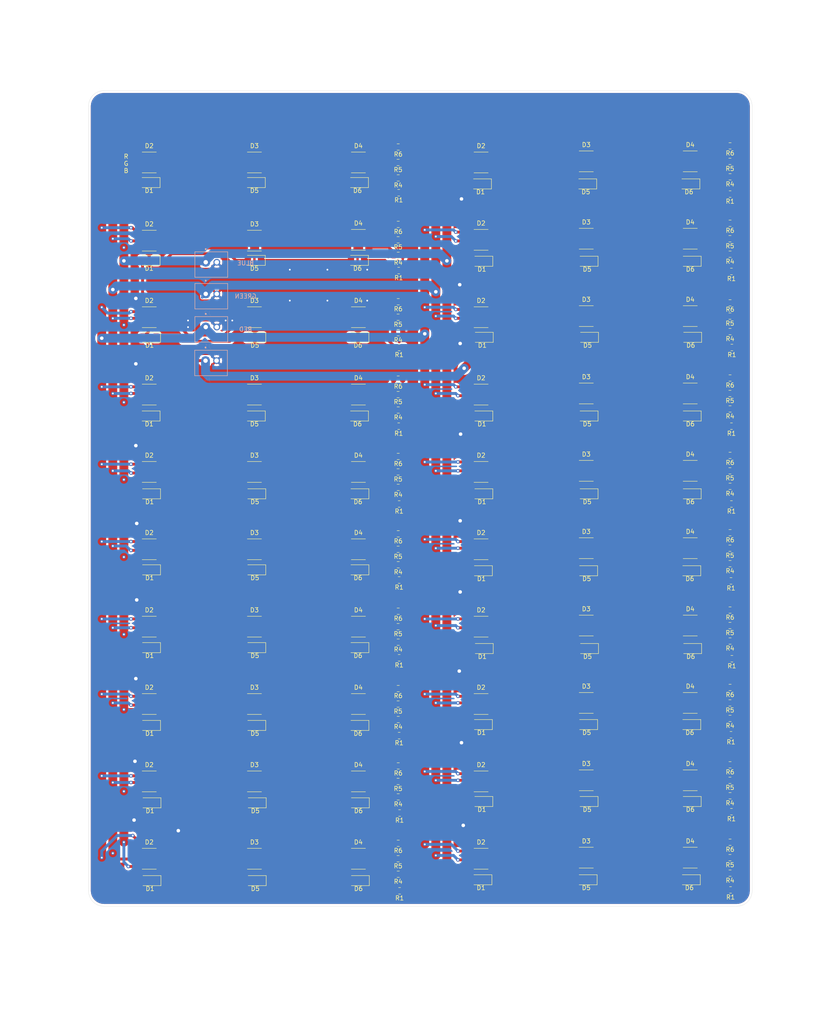
<source format=kicad_pcb>
(kicad_pcb (version 20171130) (host pcbnew "(5.1.8-0-10_14)")
  (layers (0 F.Cu signal) (31 B.Cu signal) (34 B.Paste user) (35 F.Paste user) (36 B.SilkS user) (37 F.SilkS user) (38 B.Mask user) (39 F.Mask user) (44 Edge.Cuts user))
  (net 0 "")
  (net 1 /Red12VPWM)
  (net 2 /Blue12VPWM)
  (net 3 /Green12VPWM)
  (net 4 GND)
  (net 5 "Net-(D2-Pad3)")
  (net 6 "Net-(D2-Pad2)")
  (net 7 "Net-(D2-Pad1)")
  (net 8 "Net-(D3-Pad1)")
  (net 9 "Net-(D3-Pad2)")
  (net 10 "Net-(D3-Pad3)")
  (net 11 "Net-(D4-Pad1)")
  (net 12 "Net-(D4-Pad2)")
  (net 13 "Net-(D4-Pad3)")
  (net 14 /IR12VPWM)
  (net 15 "Net-(D1-Pad1)")
  (net 16 "Net-(D5-Pad1)")
  (net 17 "Net-(D6-Pad1)")
  (module Resistor_SMD:R_0805_2012Metric (layer F.Cu) (at 278.8125 210.6 180)
    (fp_text reference R1 (at 0 -1.65) (layer F.SilkS))
    (fp_text value 430)
    (pad 1 smd roundrect (at -0.9125 0 180) (size 1.025 1.4) (layers F.Cu F.Paste F.Mask) (roundrect_rratio 0.243902))
    (pad 2 smd roundrect (at 0.9125 0 180) (size 1.025 1.4) (layers F.Cu F.Paste F.Mask) (roundrect_rratio 0.243902))
  )
  (module LED_SMD:LED_1206_3216Metric_Pad1.42x1.75mm_HandSolder (layer F.Cu) (at 269.5125 208.3 180)
    (fp_text reference D6 (at 0 -1.82) (layer F.SilkS))
    (fp_text value LED)
    (pad 1 smd roundrect (at -1.4875 0 180) (size 1.425 1.75) (layers F.Cu F.Paste F.Mask) (roundrect_rratio 0.175439))
    (pad 2 smd roundrect (at 1.4875 0 180) (size 1.425 1.75) (layers F.Cu F.Paste F.Mask) (roundrect_rratio 0.175439))
  )
  (module LED_SMD:LED_1206_3216Metric_Pad1.42x1.75mm_HandSolder (layer F.Cu) (at 246.2 208.3 180)
    (fp_text reference D5 (at 0 -1.82) (layer F.SilkS))
    (fp_text value LED)
    (pad 1 smd roundrect (at -1.4875 0 180) (size 1.425 1.75) (layers F.Cu F.Paste F.Mask) (roundrect_rratio 0.175439))
    (pad 2 smd roundrect (at 1.4875 0 180) (size 1.425 1.75) (layers F.Cu F.Paste F.Mask) (roundrect_rratio 0.175439))
  )
  (module LED_SMD:LED_1206_3216Metric_Pad1.42x1.75mm_HandSolder (layer F.Cu) (at 222.4125 208.3 180)
    (fp_text reference D1 (at 0 -1.82) (layer F.SilkS))
    (fp_text value LED)
    (pad 1 smd roundrect (at -1.4875 0 180) (size 1.425 1.75) (layers F.Cu F.Paste F.Mask) (roundrect_rratio 0.175439))
    (pad 2 smd roundrect (at 1.4875 0 180) (size 1.425 1.75) (layers F.Cu F.Paste F.Mask) (roundrect_rratio 0.175439) (net 14 /IR12VPWM))
  )
  (module Resistor_SMD:R_0805_2012Metric (layer F.Cu) (at 278.6125 228.3 180)
    (fp_text reference R1 (at 0 -1.65) (layer F.SilkS))
    (fp_text value 430)
    (pad 1 smd roundrect (at -0.9125 0 180) (size 1.025 1.4) (layers F.Cu F.Paste F.Mask) (roundrect_rratio 0.243902))
    (pad 2 smd roundrect (at 0.9125 0 180) (size 1.025 1.4) (layers F.Cu F.Paste F.Mask) (roundrect_rratio 0.243902))
  )
  (module LED_SMD:LED_1206_3216Metric_Pad1.42x1.75mm_HandSolder (layer F.Cu) (at 269.3125 226 180)
    (fp_text reference D6 (at 0 -1.82) (layer F.SilkS))
    (fp_text value LED)
    (pad 1 smd roundrect (at -1.4875 0 180) (size 1.425 1.75) (layers F.Cu F.Paste F.Mask) (roundrect_rratio 0.175439))
    (pad 2 smd roundrect (at 1.4875 0 180) (size 1.425 1.75) (layers F.Cu F.Paste F.Mask) (roundrect_rratio 0.175439))
  )
  (module LED_SMD:LED_1206_3216Metric_Pad1.42x1.75mm_HandSolder (layer F.Cu) (at 246 226 180)
    (fp_text reference D5 (at 0 -1.82) (layer F.SilkS))
    (fp_text value LED)
    (pad 1 smd roundrect (at -1.4875 0 180) (size 1.425 1.75) (layers F.Cu F.Paste F.Mask) (roundrect_rratio 0.175439))
    (pad 2 smd roundrect (at 1.4875 0 180) (size 1.425 1.75) (layers F.Cu F.Paste F.Mask) (roundrect_rratio 0.175439))
  )
  (module LED_SMD:LED_1206_3216Metric_Pad1.42x1.75mm_HandSolder (layer F.Cu) (at 222.2125 226 180)
    (fp_text reference D1 (at 0 -1.82) (layer F.SilkS))
    (fp_text value LED)
    (pad 1 smd roundrect (at -1.4875 0 180) (size 1.425 1.75) (layers F.Cu F.Paste F.Mask) (roundrect_rratio 0.175439))
    (pad 2 smd roundrect (at 1.4875 0 180) (size 1.425 1.75) (layers F.Cu F.Paste F.Mask) (roundrect_rratio 0.175439) (net 14 /IR12VPWM))
  )
  (module Resistor_SMD:R_0805_2012Metric (layer F.Cu) (at 278.7125 193.2 180)
    (fp_text reference R1 (at 0 -1.65) (layer F.SilkS))
    (fp_text value 430)
    (pad 1 smd roundrect (at -0.9125 0 180) (size 1.025 1.4) (layers F.Cu F.Paste F.Mask) (roundrect_rratio 0.243902))
    (pad 2 smd roundrect (at 0.9125 0 180) (size 1.025 1.4) (layers F.Cu F.Paste F.Mask) (roundrect_rratio 0.243902))
  )
  (module LED_SMD:LED_1206_3216Metric_Pad1.42x1.75mm_HandSolder (layer F.Cu) (at 269.4125 190.9 180)
    (fp_text reference D6 (at 0 -1.82) (layer F.SilkS))
    (fp_text value LED)
    (pad 1 smd roundrect (at -1.4875 0 180) (size 1.425 1.75) (layers F.Cu F.Paste F.Mask) (roundrect_rratio 0.175439))
    (pad 2 smd roundrect (at 1.4875 0 180) (size 1.425 1.75) (layers F.Cu F.Paste F.Mask) (roundrect_rratio 0.175439))
  )
  (module LED_SMD:LED_1206_3216Metric_Pad1.42x1.75mm_HandSolder (layer F.Cu) (at 246.1 190.9 180)
    (fp_text reference D5 (at 0 -1.82) (layer F.SilkS))
    (fp_text value LED)
    (pad 1 smd roundrect (at -1.4875 0 180) (size 1.425 1.75) (layers F.Cu F.Paste F.Mask) (roundrect_rratio 0.175439))
    (pad 2 smd roundrect (at 1.4875 0 180) (size 1.425 1.75) (layers F.Cu F.Paste F.Mask) (roundrect_rratio 0.175439))
  )
  (module LED_SMD:LED_1206_3216Metric_Pad1.42x1.75mm_HandSolder (layer F.Cu) (at 222.3125 190.9 180)
    (fp_text reference D1 (at 0 -1.82) (layer F.SilkS))
    (fp_text value LED)
    (pad 1 smd roundrect (at -1.4875 0 180) (size 1.425 1.75) (layers F.Cu F.Paste F.Mask) (roundrect_rratio 0.175439))
    (pad 2 smd roundrect (at 1.4875 0 180) (size 1.425 1.75) (layers F.Cu F.Paste F.Mask) (roundrect_rratio 0.175439) (net 14 /IR12VPWM))
  )
  (module Resistor_SMD:R_0805_2012Metric (layer F.Cu) (at 278.9125 176 180)
    (fp_text reference R1 (at 0 -1.65) (layer F.SilkS))
    (fp_text value 430)
    (pad 1 smd roundrect (at -0.9125 0 180) (size 1.025 1.4) (layers F.Cu F.Paste F.Mask) (roundrect_rratio 0.243902))
    (pad 2 smd roundrect (at 0.9125 0 180) (size 1.025 1.4) (layers F.Cu F.Paste F.Mask) (roundrect_rratio 0.243902))
  )
  (module LED_SMD:LED_1206_3216Metric_Pad1.42x1.75mm_HandSolder (layer F.Cu) (at 269.6125 173.7 180)
    (fp_text reference D6 (at 0 -1.82) (layer F.SilkS))
    (fp_text value LED)
    (pad 1 smd roundrect (at -1.4875 0 180) (size 1.425 1.75) (layers F.Cu F.Paste F.Mask) (roundrect_rratio 0.175439))
    (pad 2 smd roundrect (at 1.4875 0 180) (size 1.425 1.75) (layers F.Cu F.Paste F.Mask) (roundrect_rratio 0.175439))
  )
  (module LED_SMD:LED_1206_3216Metric_Pad1.42x1.75mm_HandSolder (layer F.Cu) (at 246.3 173.7 180)
    (fp_text reference D5 (at 0 -1.82) (layer F.SilkS))
    (fp_text value LED)
    (pad 1 smd roundrect (at -1.4875 0 180) (size 1.425 1.75) (layers F.Cu F.Paste F.Mask) (roundrect_rratio 0.175439))
    (pad 2 smd roundrect (at 1.4875 0 180) (size 1.425 1.75) (layers F.Cu F.Paste F.Mask) (roundrect_rratio 0.175439))
  )
  (module LED_SMD:LED_1206_3216Metric_Pad1.42x1.75mm_HandSolder (layer F.Cu) (at 222.5125 173.7 180)
    (fp_text reference D1 (at 0 -1.82) (layer F.SilkS))
    (fp_text value LED)
    (pad 1 smd roundrect (at -1.4875 0 180) (size 1.425 1.75) (layers F.Cu F.Paste F.Mask) (roundrect_rratio 0.175439))
    (pad 2 smd roundrect (at 1.4875 0 180) (size 1.425 1.75) (layers F.Cu F.Paste F.Mask) (roundrect_rratio 0.175439) (net 14 /IR12VPWM))
  )
  (module Resistor_SMD:R_0805_2012Metric (layer F.Cu) (at 278.7125 158.4 180)
    (fp_text reference R1 (at 0 -1.65) (layer F.SilkS))
    (fp_text value 430)
    (pad 1 smd roundrect (at -0.9125 0 180) (size 1.025 1.4) (layers F.Cu F.Paste F.Mask) (roundrect_rratio 0.243902))
    (pad 2 smd roundrect (at 0.9125 0 180) (size 1.025 1.4) (layers F.Cu F.Paste F.Mask) (roundrect_rratio 0.243902))
  )
  (module LED_SMD:LED_1206_3216Metric_Pad1.42x1.75mm_HandSolder (layer F.Cu) (at 269.4125 156.1 180)
    (fp_text reference D6 (at 0 -1.82) (layer F.SilkS))
    (fp_text value LED)
    (pad 1 smd roundrect (at -1.4875 0 180) (size 1.425 1.75) (layers F.Cu F.Paste F.Mask) (roundrect_rratio 0.175439))
    (pad 2 smd roundrect (at 1.4875 0 180) (size 1.425 1.75) (layers F.Cu F.Paste F.Mask) (roundrect_rratio 0.175439))
  )
  (module LED_SMD:LED_1206_3216Metric_Pad1.42x1.75mm_HandSolder (layer F.Cu) (at 246.1 156.1 180)
    (fp_text reference D5 (at 0 -1.82) (layer F.SilkS))
    (fp_text value LED)
    (pad 1 smd roundrect (at -1.4875 0 180) (size 1.425 1.75) (layers F.Cu F.Paste F.Mask) (roundrect_rratio 0.175439))
    (pad 2 smd roundrect (at 1.4875 0 180) (size 1.425 1.75) (layers F.Cu F.Paste F.Mask) (roundrect_rratio 0.175439))
  )
  (module LED_SMD:LED_1206_3216Metric_Pad1.42x1.75mm_HandSolder (layer F.Cu) (at 222.3125 156.1 180)
    (fp_text reference D1 (at 0 -1.82) (layer F.SilkS))
    (fp_text value LED)
    (pad 1 smd roundrect (at -1.4875 0 180) (size 1.425 1.75) (layers F.Cu F.Paste F.Mask) (roundrect_rratio 0.175439))
    (pad 2 smd roundrect (at 1.4875 0 180) (size 1.425 1.75) (layers F.Cu F.Paste F.Mask) (roundrect_rratio 0.175439) (net 14 /IR12VPWM))
  )
  (module Resistor_SMD:R_0805_2012Metric (layer F.Cu) (at 278.8125 141 180)
    (fp_text reference R1 (at 0 -1.65) (layer F.SilkS))
    (fp_text value 430)
    (pad 1 smd roundrect (at -0.9125 0 180) (size 1.025 1.4) (layers F.Cu F.Paste F.Mask) (roundrect_rratio 0.243902))
    (pad 2 smd roundrect (at 0.9125 0 180) (size 1.025 1.4) (layers F.Cu F.Paste F.Mask) (roundrect_rratio 0.243902))
  )
  (module LED_SMD:LED_1206_3216Metric_Pad1.42x1.75mm_HandSolder (layer F.Cu) (at 269.5125 138.7 180)
    (fp_text reference D6 (at 0 -1.82) (layer F.SilkS))
    (fp_text value LED)
    (pad 1 smd roundrect (at -1.4875 0 180) (size 1.425 1.75) (layers F.Cu F.Paste F.Mask) (roundrect_rratio 0.175439))
    (pad 2 smd roundrect (at 1.4875 0 180) (size 1.425 1.75) (layers F.Cu F.Paste F.Mask) (roundrect_rratio 0.175439))
  )
  (module LED_SMD:LED_1206_3216Metric_Pad1.42x1.75mm_HandSolder (layer F.Cu) (at 246.2 138.7 180)
    (fp_text reference D5 (at 0 -1.82) (layer F.SilkS))
    (fp_text value LED)
    (pad 1 smd roundrect (at -1.4875 0 180) (size 1.425 1.75) (layers F.Cu F.Paste F.Mask) (roundrect_rratio 0.175439))
    (pad 2 smd roundrect (at 1.4875 0 180) (size 1.425 1.75) (layers F.Cu F.Paste F.Mask) (roundrect_rratio 0.175439))
  )
  (module LED_SMD:LED_1206_3216Metric_Pad1.42x1.75mm_HandSolder (layer F.Cu) (at 222.4125 138.7 180)
    (fp_text reference D1 (at 0 -1.82) (layer F.SilkS))
    (fp_text value LED)
    (pad 1 smd roundrect (at -1.4875 0 180) (size 1.425 1.75) (layers F.Cu F.Paste F.Mask) (roundrect_rratio 0.175439))
    (pad 2 smd roundrect (at 1.4875 0 180) (size 1.425 1.75) (layers F.Cu F.Paste F.Mask) (roundrect_rratio 0.175439) (net 14 /IR12VPWM))
  )
  (module Resistor_SMD:R_0805_2012Metric (layer F.Cu) (at 278.8125 123.4 180)
    (fp_text reference R1 (at 0 -1.65) (layer F.SilkS))
    (fp_text value 430)
    (pad 1 smd roundrect (at -0.9125 0 180) (size 1.025 1.4) (layers F.Cu F.Paste F.Mask) (roundrect_rratio 0.243902))
    (pad 2 smd roundrect (at 0.9125 0 180) (size 1.025 1.4) (layers F.Cu F.Paste F.Mask) (roundrect_rratio 0.243902))
  )
  (module LED_SMD:LED_1206_3216Metric_Pad1.42x1.75mm_HandSolder (layer F.Cu) (at 269.5125 121.1 180)
    (fp_text reference D6 (at 0 -1.82) (layer F.SilkS))
    (fp_text value LED)
    (pad 1 smd roundrect (at -1.4875 0 180) (size 1.425 1.75) (layers F.Cu F.Paste F.Mask) (roundrect_rratio 0.175439))
    (pad 2 smd roundrect (at 1.4875 0 180) (size 1.425 1.75) (layers F.Cu F.Paste F.Mask) (roundrect_rratio 0.175439))
  )
  (module LED_SMD:LED_1206_3216Metric_Pad1.42x1.75mm_HandSolder (layer F.Cu) (at 246.2 121.1 180)
    (fp_text reference D5 (at 0 -1.82) (layer F.SilkS))
    (fp_text value LED)
    (pad 1 smd roundrect (at -1.4875 0 180) (size 1.425 1.75) (layers F.Cu F.Paste F.Mask) (roundrect_rratio 0.175439))
    (pad 2 smd roundrect (at 1.4875 0 180) (size 1.425 1.75) (layers F.Cu F.Paste F.Mask) (roundrect_rratio 0.175439))
  )
  (module LED_SMD:LED_1206_3216Metric_Pad1.42x1.75mm_HandSolder (layer F.Cu) (at 222.4125 121.1 180)
    (fp_text reference D1 (at 0 -1.82) (layer F.SilkS))
    (fp_text value LED)
    (pad 1 smd roundrect (at -1.4875 0 180) (size 1.425 1.75) (layers F.Cu F.Paste F.Mask) (roundrect_rratio 0.175439))
    (pad 2 smd roundrect (at 1.4875 0 180) (size 1.425 1.75) (layers F.Cu F.Paste F.Mask) (roundrect_rratio 0.175439) (net 14 /IR12VPWM))
  )
  (module Resistor_SMD:R_0805_2012Metric (layer F.Cu) (at 278.9125 105.6 180)
    (fp_text reference R1 (at 0 -1.65) (layer F.SilkS))
    (fp_text value 430)
    (pad 1 smd roundrect (at -0.9125 0 180) (size 1.025 1.4) (layers F.Cu F.Paste F.Mask) (roundrect_rratio 0.243902))
    (pad 2 smd roundrect (at 0.9125 0 180) (size 1.025 1.4) (layers F.Cu F.Paste F.Mask) (roundrect_rratio 0.243902))
  )
  (module LED_SMD:LED_1206_3216Metric_Pad1.42x1.75mm_HandSolder (layer F.Cu) (at 269.6125 103.3 180)
    (fp_text reference D6 (at 0 -1.82) (layer F.SilkS))
    (fp_text value LED)
    (pad 1 smd roundrect (at -1.4875 0 180) (size 1.425 1.75) (layers F.Cu F.Paste F.Mask) (roundrect_rratio 0.175439))
    (pad 2 smd roundrect (at 1.4875 0 180) (size 1.425 1.75) (layers F.Cu F.Paste F.Mask) (roundrect_rratio 0.175439))
  )
  (module LED_SMD:LED_1206_3216Metric_Pad1.42x1.75mm_HandSolder (layer F.Cu) (at 246.3 103.3 180)
    (fp_text reference D5 (at 0 -1.82) (layer F.SilkS))
    (fp_text value LED)
    (pad 1 smd roundrect (at -1.4875 0 180) (size 1.425 1.75) (layers F.Cu F.Paste F.Mask) (roundrect_rratio 0.175439))
    (pad 2 smd roundrect (at 1.4875 0 180) (size 1.425 1.75) (layers F.Cu F.Paste F.Mask) (roundrect_rratio 0.175439))
  )
  (module LED_SMD:LED_1206_3216Metric_Pad1.42x1.75mm_HandSolder (layer F.Cu) (at 222.5125 103.3 180)
    (fp_text reference D1 (at 0 -1.82) (layer F.SilkS))
    (fp_text value LED)
    (pad 1 smd roundrect (at -1.4875 0 180) (size 1.425 1.75) (layers F.Cu F.Paste F.Mask) (roundrect_rratio 0.175439))
    (pad 2 smd roundrect (at 1.4875 0 180) (size 1.425 1.75) (layers F.Cu F.Paste F.Mask) (roundrect_rratio 0.175439) (net 14 /IR12VPWM))
  )
  (module Resistor_SMD:R_0805_2012Metric (layer F.Cu) (at 278.8125 88.4 180)
    (fp_text reference R1 (at 0 -1.65) (layer F.SilkS))
    (fp_text value 430)
    (pad 1 smd roundrect (at -0.9125 0 180) (size 1.025 1.4) (layers F.Cu F.Paste F.Mask) (roundrect_rratio 0.243902))
    (pad 2 smd roundrect (at 0.9125 0 180) (size 1.025 1.4) (layers F.Cu F.Paste F.Mask) (roundrect_rratio 0.243902))
  )
  (module LED_SMD:LED_1206_3216Metric_Pad1.42x1.75mm_HandSolder (layer F.Cu) (at 269.5125 86.1 180)
    (fp_text reference D6 (at 0 -1.82) (layer F.SilkS))
    (fp_text value LED)
    (pad 1 smd roundrect (at -1.4875 0 180) (size 1.425 1.75) (layers F.Cu F.Paste F.Mask) (roundrect_rratio 0.175439))
    (pad 2 smd roundrect (at 1.4875 0 180) (size 1.425 1.75) (layers F.Cu F.Paste F.Mask) (roundrect_rratio 0.175439))
  )
  (module LED_SMD:LED_1206_3216Metric_Pad1.42x1.75mm_HandSolder (layer F.Cu) (at 246.2 86.1 180)
    (fp_text reference D5 (at 0 -1.82) (layer F.SilkS))
    (fp_text value LED)
    (pad 1 smd roundrect (at -1.4875 0 180) (size 1.425 1.75) (layers F.Cu F.Paste F.Mask) (roundrect_rratio 0.175439))
    (pad 2 smd roundrect (at 1.4875 0 180) (size 1.425 1.75) (layers F.Cu F.Paste F.Mask) (roundrect_rratio 0.175439))
  )
  (module LED_SMD:LED_1206_3216Metric_Pad1.42x1.75mm_HandSolder (layer F.Cu) (at 222.4125 86.1 180)
    (fp_text reference D1 (at 0 -1.82) (layer F.SilkS))
    (fp_text value LED)
    (pad 1 smd roundrect (at -1.4875 0 180) (size 1.425 1.75) (layers F.Cu F.Paste F.Mask) (roundrect_rratio 0.175439))
    (pad 2 smd roundrect (at 1.4875 0 180) (size 1.425 1.75) (layers F.Cu F.Paste F.Mask) (roundrect_rratio 0.175439) (net 14 /IR12VPWM))
  )
  (module Resistor_SMD:R_0805_2012Metric (layer F.Cu) (at 278.5125 70.9 180)
    (fp_text reference R1 (at 0 -1.65) (layer F.SilkS))
    (fp_text value 430)
    (pad 1 smd roundrect (at -0.9125 0 180) (size 1.025 1.4) (layers F.Cu F.Paste F.Mask) (roundrect_rratio 0.243902))
    (pad 2 smd roundrect (at 0.9125 0 180) (size 1.025 1.4) (layers F.Cu F.Paste F.Mask) (roundrect_rratio 0.243902))
  )
  (module LED_SMD:LED_1206_3216Metric_Pad1.42x1.75mm_HandSolder (layer F.Cu) (at 269.2125 68.6 180)
    (fp_text reference D6 (at 0 -1.82) (layer F.SilkS))
    (fp_text value LED)
    (pad 1 smd roundrect (at -1.4875 0 180) (size 1.425 1.75) (layers F.Cu F.Paste F.Mask) (roundrect_rratio 0.175439))
    (pad 2 smd roundrect (at 1.4875 0 180) (size 1.425 1.75) (layers F.Cu F.Paste F.Mask) (roundrect_rratio 0.175439))
  )
  (module LED_SMD:LED_1206_3216Metric_Pad1.42x1.75mm_HandSolder (layer F.Cu) (at 245.9 68.6 180)
    (fp_text reference D5 (at 0 -1.82) (layer F.SilkS))
    (fp_text value LED)
    (pad 1 smd roundrect (at -1.4875 0 180) (size 1.425 1.75) (layers F.Cu F.Paste F.Mask) (roundrect_rratio 0.175439))
    (pad 2 smd roundrect (at 1.4875 0 180) (size 1.425 1.75) (layers F.Cu F.Paste F.Mask) (roundrect_rratio 0.175439))
  )
  (module LED_SMD:LED_1206_3216Metric_Pad1.42x1.75mm_HandSolder (layer F.Cu) (at 222.1125 68.6 180)
    (fp_text reference D1 (at 0 -1.82) (layer F.SilkS))
    (fp_text value LED)
    (pad 1 smd roundrect (at -1.4875 0 180) (size 1.425 1.75) (layers F.Cu F.Paste F.Mask) (roundrect_rratio 0.175439))
    (pad 2 smd roundrect (at 1.4875 0 180) (size 1.425 1.75) (layers F.Cu F.Paste F.Mask) (roundrect_rratio 0.175439) (net 14 /IR12VPWM))
  )
  (module Resistor_SMD:R_0805_2012Metric (layer F.Cu) (at 203.8125 228.5 180)
    (fp_text reference R1 (at 0 -1.65) (layer F.SilkS))
    (fp_text value 430)
    (pad 1 smd roundrect (at -0.9125 0 180) (size 1.025 1.4) (layers F.Cu F.Paste F.Mask) (roundrect_rratio 0.243902))
    (pad 2 smd roundrect (at 0.9125 0 180) (size 1.025 1.4) (layers F.Cu F.Paste F.Mask) (roundrect_rratio 0.243902))
  )
  (module LED_SMD:LED_1206_3216Metric_Pad1.42x1.75mm_HandSolder (layer F.Cu) (at 194.5125 226.2 180)
    (fp_text reference D6 (at 0 -1.82) (layer F.SilkS))
    (fp_text value LED)
    (pad 1 smd roundrect (at -1.4875 0 180) (size 1.425 1.75) (layers F.Cu F.Paste F.Mask) (roundrect_rratio 0.175439))
    (pad 2 smd roundrect (at 1.4875 0 180) (size 1.425 1.75) (layers F.Cu F.Paste F.Mask) (roundrect_rratio 0.175439))
  )
  (module LED_SMD:LED_1206_3216Metric_Pad1.42x1.75mm_HandSolder (layer F.Cu) (at 171.2 226.2 180)
    (fp_text reference D5 (at 0 -1.82) (layer F.SilkS))
    (fp_text value LED)
    (pad 1 smd roundrect (at -1.4875 0 180) (size 1.425 1.75) (layers F.Cu F.Paste F.Mask) (roundrect_rratio 0.175439))
    (pad 2 smd roundrect (at 1.4875 0 180) (size 1.425 1.75) (layers F.Cu F.Paste F.Mask) (roundrect_rratio 0.175439))
  )
  (module LED_SMD:LED_1206_3216Metric_Pad1.42x1.75mm_HandSolder (layer F.Cu) (at 147.4125 226.2 180)
    (fp_text reference D1 (at 0 -1.82) (layer F.SilkS))
    (fp_text value LED)
    (pad 1 smd roundrect (at -1.4875 0 180) (size 1.425 1.75) (layers F.Cu F.Paste F.Mask) (roundrect_rratio 0.175439))
    (pad 2 smd roundrect (at 1.4875 0 180) (size 1.425 1.75) (layers F.Cu F.Paste F.Mask) (roundrect_rratio 0.175439) (net 14 /IR12VPWM))
  )
  (module Resistor_SMD:R_0805_2012Metric (layer F.Cu) (at 203.8125 210.9 180)
    (fp_text reference R1 (at 0 -1.65) (layer F.SilkS))
    (fp_text value 430)
    (pad 1 smd roundrect (at -0.9125 0 180) (size 1.025 1.4) (layers F.Cu F.Paste F.Mask) (roundrect_rratio 0.243902))
    (pad 2 smd roundrect (at 0.9125 0 180) (size 1.025 1.4) (layers F.Cu F.Paste F.Mask) (roundrect_rratio 0.243902))
  )
  (module LED_SMD:LED_1206_3216Metric_Pad1.42x1.75mm_HandSolder (layer F.Cu) (at 194.5125 208.6 180)
    (fp_text reference D6 (at 0 -1.82) (layer F.SilkS))
    (fp_text value LED)
    (pad 1 smd roundrect (at -1.4875 0 180) (size 1.425 1.75) (layers F.Cu F.Paste F.Mask) (roundrect_rratio 0.175439))
    (pad 2 smd roundrect (at 1.4875 0 180) (size 1.425 1.75) (layers F.Cu F.Paste F.Mask) (roundrect_rratio 0.175439))
  )
  (module LED_SMD:LED_1206_3216Metric_Pad1.42x1.75mm_HandSolder (layer F.Cu) (at 171.2 208.6 180)
    (fp_text reference D5 (at 0 -1.82) (layer F.SilkS))
    (fp_text value LED)
    (pad 1 smd roundrect (at -1.4875 0 180) (size 1.425 1.75) (layers F.Cu F.Paste F.Mask) (roundrect_rratio 0.175439))
    (pad 2 smd roundrect (at 1.4875 0 180) (size 1.425 1.75) (layers F.Cu F.Paste F.Mask) (roundrect_rratio 0.175439))
  )
  (module LED_SMD:LED_1206_3216Metric_Pad1.42x1.75mm_HandSolder (layer F.Cu) (at 147.4125 208.6 180)
    (fp_text reference D1 (at 0 -1.82) (layer F.SilkS))
    (fp_text value LED)
    (pad 1 smd roundrect (at -1.4875 0 180) (size 1.425 1.75) (layers F.Cu F.Paste F.Mask) (roundrect_rratio 0.175439))
    (pad 2 smd roundrect (at 1.4875 0 180) (size 1.425 1.75) (layers F.Cu F.Paste F.Mask) (roundrect_rratio 0.175439) (net 14 /IR12VPWM))
  )
  (module Resistor_SMD:R_0805_2012Metric (layer F.Cu) (at 203.7125 193.4 180)
    (fp_text reference R1 (at 0 -1.65) (layer F.SilkS))
    (fp_text value 430)
    (pad 1 smd roundrect (at -0.9125 0 180) (size 1.025 1.4) (layers F.Cu F.Paste F.Mask) (roundrect_rratio 0.243902))
    (pad 2 smd roundrect (at 0.9125 0 180) (size 1.025 1.4) (layers F.Cu F.Paste F.Mask) (roundrect_rratio 0.243902))
  )
  (module LED_SMD:LED_1206_3216Metric_Pad1.42x1.75mm_HandSolder (layer F.Cu) (at 194.4125 191.1 180)
    (fp_text reference D6 (at 0 -1.82) (layer F.SilkS))
    (fp_text value LED)
    (pad 1 smd roundrect (at -1.4875 0 180) (size 1.425 1.75) (layers F.Cu F.Paste F.Mask) (roundrect_rratio 0.175439))
    (pad 2 smd roundrect (at 1.4875 0 180) (size 1.425 1.75) (layers F.Cu F.Paste F.Mask) (roundrect_rratio 0.175439))
  )
  (module LED_SMD:LED_1206_3216Metric_Pad1.42x1.75mm_HandSolder (layer F.Cu) (at 171.1 191.1 180)
    (fp_text reference D5 (at 0 -1.82) (layer F.SilkS))
    (fp_text value LED)
    (pad 1 smd roundrect (at -1.4875 0 180) (size 1.425 1.75) (layers F.Cu F.Paste F.Mask) (roundrect_rratio 0.175439))
    (pad 2 smd roundrect (at 1.4875 0 180) (size 1.425 1.75) (layers F.Cu F.Paste F.Mask) (roundrect_rratio 0.175439))
  )
  (module LED_SMD:LED_1206_3216Metric_Pad1.42x1.75mm_HandSolder (layer F.Cu) (at 147.3125 191.1 180)
    (fp_text reference D1 (at 0 -1.82) (layer F.SilkS))
    (fp_text value LED)
    (pad 1 smd roundrect (at -1.4875 0 180) (size 1.425 1.75) (layers F.Cu F.Paste F.Mask) (roundrect_rratio 0.175439))
    (pad 2 smd roundrect (at 1.4875 0 180) (size 1.425 1.75) (layers F.Cu F.Paste F.Mask) (roundrect_rratio 0.175439) (net 14 /IR12VPWM))
  )
  (module Resistor_SMD:R_0805_2012Metric (layer F.Cu) (at 203.7125 175.8 180)
    (fp_text reference R1 (at 0 -1.65) (layer F.SilkS))
    (fp_text value 430)
    (pad 1 smd roundrect (at -0.9125 0 180) (size 1.025 1.4) (layers F.Cu F.Paste F.Mask) (roundrect_rratio 0.243902))
    (pad 2 smd roundrect (at 0.9125 0 180) (size 1.025 1.4) (layers F.Cu F.Paste F.Mask) (roundrect_rratio 0.243902))
  )
  (module LED_SMD:LED_1206_3216Metric_Pad1.42x1.75mm_HandSolder (layer F.Cu) (at 194.4125 173.5 180)
    (fp_text reference D6 (at 0 -1.82) (layer F.SilkS))
    (fp_text value LED)
    (pad 1 smd roundrect (at -1.4875 0 180) (size 1.425 1.75) (layers F.Cu F.Paste F.Mask) (roundrect_rratio 0.175439))
    (pad 2 smd roundrect (at 1.4875 0 180) (size 1.425 1.75) (layers F.Cu F.Paste F.Mask) (roundrect_rratio 0.175439))
  )
  (module LED_SMD:LED_1206_3216Metric_Pad1.42x1.75mm_HandSolder (layer F.Cu) (at 171.1 173.5 180)
    (fp_text reference D5 (at 0 -1.82) (layer F.SilkS))
    (fp_text value LED)
    (pad 1 smd roundrect (at -1.4875 0 180) (size 1.425 1.75) (layers F.Cu F.Paste F.Mask) (roundrect_rratio 0.175439))
    (pad 2 smd roundrect (at 1.4875 0 180) (size 1.425 1.75) (layers F.Cu F.Paste F.Mask) (roundrect_rratio 0.175439))
  )
  (module LED_SMD:LED_1206_3216Metric_Pad1.42x1.75mm_HandSolder (layer F.Cu) (at 147.3125 173.5 180)
    (fp_text reference D1 (at 0 -1.82) (layer F.SilkS))
    (fp_text value LED)
    (pad 1 smd roundrect (at -1.4875 0 180) (size 1.425 1.75) (layers F.Cu F.Paste F.Mask) (roundrect_rratio 0.175439))
    (pad 2 smd roundrect (at 1.4875 0 180) (size 1.425 1.75) (layers F.Cu F.Paste F.Mask) (roundrect_rratio 0.175439) (net 14 /IR12VPWM))
  )
  (module Resistor_SMD:R_0805_2012Metric (layer F.Cu) (at 203.7125 158.2 180)
    (fp_text reference R1 (at 0 -1.65) (layer F.SilkS))
    (fp_text value 430)
    (pad 1 smd roundrect (at -0.9125 0 180) (size 1.025 1.4) (layers F.Cu F.Paste F.Mask) (roundrect_rratio 0.243902))
    (pad 2 smd roundrect (at 0.9125 0 180) (size 1.025 1.4) (layers F.Cu F.Paste F.Mask) (roundrect_rratio 0.243902))
  )
  (module LED_SMD:LED_1206_3216Metric_Pad1.42x1.75mm_HandSolder (layer F.Cu) (at 194.4125 155.9 180)
    (fp_text reference D6 (at 0 -1.82) (layer F.SilkS))
    (fp_text value LED)
    (pad 1 smd roundrect (at -1.4875 0 180) (size 1.425 1.75) (layers F.Cu F.Paste F.Mask) (roundrect_rratio 0.175439))
    (pad 2 smd roundrect (at 1.4875 0 180) (size 1.425 1.75) (layers F.Cu F.Paste F.Mask) (roundrect_rratio 0.175439))
  )
  (module LED_SMD:LED_1206_3216Metric_Pad1.42x1.75mm_HandSolder (layer F.Cu) (at 171.1 155.9 180)
    (fp_text reference D5 (at 0 -1.82) (layer F.SilkS))
    (fp_text value LED)
    (pad 1 smd roundrect (at -1.4875 0 180) (size 1.425 1.75) (layers F.Cu F.Paste F.Mask) (roundrect_rratio 0.175439))
    (pad 2 smd roundrect (at 1.4875 0 180) (size 1.425 1.75) (layers F.Cu F.Paste F.Mask) (roundrect_rratio 0.175439))
  )
  (module LED_SMD:LED_1206_3216Metric_Pad1.42x1.75mm_HandSolder (layer F.Cu) (at 147.3125 155.9 180)
    (fp_text reference D1 (at 0 -1.82) (layer F.SilkS))
    (fp_text value LED)
    (pad 1 smd roundrect (at -1.4875 0 180) (size 1.425 1.75) (layers F.Cu F.Paste F.Mask) (roundrect_rratio 0.175439))
    (pad 2 smd roundrect (at 1.4875 0 180) (size 1.425 1.75) (layers F.Cu F.Paste F.Mask) (roundrect_rratio 0.175439) (net 14 /IR12VPWM))
  )
  (module Resistor_SMD:R_0805_2012Metric (layer F.Cu) (at 203.7125 141 180)
    (fp_text reference R1 (at 0 -1.65) (layer F.SilkS))
    (fp_text value 430)
    (pad 1 smd roundrect (at -0.9125 0 180) (size 1.025 1.4) (layers F.Cu F.Paste F.Mask) (roundrect_rratio 0.243902))
    (pad 2 smd roundrect (at 0.9125 0 180) (size 1.025 1.4) (layers F.Cu F.Paste F.Mask) (roundrect_rratio 0.243902))
  )
  (module LED_SMD:LED_1206_3216Metric_Pad1.42x1.75mm_HandSolder (layer F.Cu) (at 194.4125 138.7 180)
    (fp_text reference D6 (at 0 -1.82) (layer F.SilkS))
    (fp_text value LED)
    (pad 1 smd roundrect (at -1.4875 0 180) (size 1.425 1.75) (layers F.Cu F.Paste F.Mask) (roundrect_rratio 0.175439))
    (pad 2 smd roundrect (at 1.4875 0 180) (size 1.425 1.75) (layers F.Cu F.Paste F.Mask) (roundrect_rratio 0.175439))
  )
  (module LED_SMD:LED_1206_3216Metric_Pad1.42x1.75mm_HandSolder (layer F.Cu) (at 171.1 138.7 180)
    (fp_text reference D5 (at 0 -1.82) (layer F.SilkS))
    (fp_text value LED)
    (pad 1 smd roundrect (at -1.4875 0 180) (size 1.425 1.75) (layers F.Cu F.Paste F.Mask) (roundrect_rratio 0.175439))
    (pad 2 smd roundrect (at 1.4875 0 180) (size 1.425 1.75) (layers F.Cu F.Paste F.Mask) (roundrect_rratio 0.175439))
  )
  (module LED_SMD:LED_1206_3216Metric_Pad1.42x1.75mm_HandSolder (layer F.Cu) (at 147.3125 138.7 180)
    (fp_text reference D1 (at 0 -1.82) (layer F.SilkS))
    (fp_text value LED)
    (pad 1 smd roundrect (at -1.4875 0 180) (size 1.425 1.75) (layers F.Cu F.Paste F.Mask) (roundrect_rratio 0.175439))
    (pad 2 smd roundrect (at 1.4875 0 180) (size 1.425 1.75) (layers F.Cu F.Paste F.Mask) (roundrect_rratio 0.175439) (net 14 /IR12VPWM))
  )
  (module Resistor_SMD:R_0805_2012Metric (layer F.Cu) (at 203.6125 123.4 180)
    (fp_text reference R1 (at 0 -1.65) (layer F.SilkS))
    (fp_text value 430)
    (pad 1 smd roundrect (at -0.9125 0 180) (size 1.025 1.4) (layers F.Cu F.Paste F.Mask) (roundrect_rratio 0.243902))
    (pad 2 smd roundrect (at 0.9125 0 180) (size 1.025 1.4) (layers F.Cu F.Paste F.Mask) (roundrect_rratio 0.243902))
  )
  (module LED_SMD:LED_1206_3216Metric_Pad1.42x1.75mm_HandSolder (layer F.Cu) (at 194.3125 121.1 180)
    (fp_text reference D6 (at 0 -1.82) (layer F.SilkS))
    (fp_text value LED)
    (pad 1 smd roundrect (at -1.4875 0 180) (size 1.425 1.75) (layers F.Cu F.Paste F.Mask) (roundrect_rratio 0.175439))
    (pad 2 smd roundrect (at 1.4875 0 180) (size 1.425 1.75) (layers F.Cu F.Paste F.Mask) (roundrect_rratio 0.175439))
  )
  (module LED_SMD:LED_1206_3216Metric_Pad1.42x1.75mm_HandSolder (layer F.Cu) (at 171 121.1 180)
    (fp_text reference D5 (at 0 -1.82) (layer F.SilkS))
    (fp_text value LED)
    (pad 1 smd roundrect (at -1.4875 0 180) (size 1.425 1.75) (layers F.Cu F.Paste F.Mask) (roundrect_rratio 0.175439))
    (pad 2 smd roundrect (at 1.4875 0 180) (size 1.425 1.75) (layers F.Cu F.Paste F.Mask) (roundrect_rratio 0.175439))
  )
  (module LED_SMD:LED_1206_3216Metric_Pad1.42x1.75mm_HandSolder (layer F.Cu) (at 147.2125 121.1 180)
    (fp_text reference D1 (at 0 -1.82) (layer F.SilkS))
    (fp_text value LED)
    (pad 1 smd roundrect (at -1.4875 0 180) (size 1.425 1.75) (layers F.Cu F.Paste F.Mask) (roundrect_rratio 0.175439))
    (pad 2 smd roundrect (at 1.4875 0 180) (size 1.425 1.75) (layers F.Cu F.Paste F.Mask) (roundrect_rratio 0.175439) (net 14 /IR12VPWM))
  )
  (module Resistor_SMD:R_0805_2012Metric (layer F.Cu) (at 203.7125 105.6 180)
    (fp_text reference R1 (at 0 -1.65) (layer F.SilkS))
    (fp_text value 430)
    (pad 1 smd roundrect (at -0.9125 0 180) (size 1.025 1.4) (layers F.Cu F.Paste F.Mask) (roundrect_rratio 0.243902))
    (pad 2 smd roundrect (at 0.9125 0 180) (size 1.025 1.4) (layers F.Cu F.Paste F.Mask) (roundrect_rratio 0.243902))
  )
  (module LED_SMD:LED_1206_3216Metric_Pad1.42x1.75mm_HandSolder (layer F.Cu) (at 194.4125 103.3 180)
    (fp_text reference D6 (at 0 -1.82) (layer F.SilkS))
    (fp_text value LED)
    (pad 1 smd roundrect (at -1.4875 0 180) (size 1.425 1.75) (layers F.Cu F.Paste F.Mask) (roundrect_rratio 0.175439))
    (pad 2 smd roundrect (at 1.4875 0 180) (size 1.425 1.75) (layers F.Cu F.Paste F.Mask) (roundrect_rratio 0.175439))
  )
  (module LED_SMD:LED_1206_3216Metric_Pad1.42x1.75mm_HandSolder (layer F.Cu) (at 171.1 103.3 180)
    (fp_text reference D5 (at 0 -1.82) (layer F.SilkS))
    (fp_text value LED)
    (pad 1 smd roundrect (at -1.4875 0 180) (size 1.425 1.75) (layers F.Cu F.Paste F.Mask) (roundrect_rratio 0.175439))
    (pad 2 smd roundrect (at 1.4875 0 180) (size 1.425 1.75) (layers F.Cu F.Paste F.Mask) (roundrect_rratio 0.175439))
  )
  (module LED_SMD:LED_1206_3216Metric_Pad1.42x1.75mm_HandSolder (layer F.Cu) (at 147.3125 103.3 180)
    (fp_text reference D1 (at 0 -1.82) (layer F.SilkS))
    (fp_text value LED)
    (pad 1 smd roundrect (at -1.4875 0 180) (size 1.425 1.75) (layers F.Cu F.Paste F.Mask) (roundrect_rratio 0.175439))
    (pad 2 smd roundrect (at 1.4875 0 180) (size 1.425 1.75) (layers F.Cu F.Paste F.Mask) (roundrect_rratio 0.175439) (net 14 /IR12VPWM))
  )
  (module Resistor_SMD:R_0805_2012Metric (layer F.Cu) (at 203.6125 88.2 180)
    (fp_text reference R1 (at 0 -1.65) (layer F.SilkS))
    (fp_text value 430)
    (pad 1 smd roundrect (at -0.9125 0 180) (size 1.025 1.4) (layers F.Cu F.Paste F.Mask) (roundrect_rratio 0.243902))
    (pad 2 smd roundrect (at 0.9125 0 180) (size 1.025 1.4) (layers F.Cu F.Paste F.Mask) (roundrect_rratio 0.243902))
  )
  (module LED_SMD:LED_1206_3216Metric_Pad1.42x1.75mm_HandSolder (layer F.Cu) (at 194.3125 85.9 180)
    (fp_text reference D6 (at 0 -1.82) (layer F.SilkS))
    (fp_text value LED)
    (pad 1 smd roundrect (at -1.4875 0 180) (size 1.425 1.75) (layers F.Cu F.Paste F.Mask) (roundrect_rratio 0.175439))
    (pad 2 smd roundrect (at 1.4875 0 180) (size 1.425 1.75) (layers F.Cu F.Paste F.Mask) (roundrect_rratio 0.175439))
  )
  (module LED_SMD:LED_1206_3216Metric_Pad1.42x1.75mm_HandSolder (layer F.Cu) (at 171 85.9 180)
    (fp_text reference D5 (at 0 -1.82) (layer F.SilkS))
    (fp_text value LED)
    (pad 1 smd roundrect (at -1.4875 0 180) (size 1.425 1.75) (layers F.Cu F.Paste F.Mask) (roundrect_rratio 0.175439))
    (pad 2 smd roundrect (at 1.4875 0 180) (size 1.425 1.75) (layers F.Cu F.Paste F.Mask) (roundrect_rratio 0.175439))
  )
  (module LED_SMD:LED_1206_3216Metric_Pad1.42x1.75mm_HandSolder (layer F.Cu) (at 147.2125 85.9 180)
    (fp_text reference D1 (at 0 -1.82) (layer F.SilkS))
    (fp_text value LED)
    (pad 1 smd roundrect (at -1.4875 0 180) (size 1.425 1.75) (layers F.Cu F.Paste F.Mask) (roundrect_rratio 0.175439))
    (pad 2 smd roundrect (at 1.4875 0 180) (size 1.425 1.75) (layers F.Cu F.Paste F.Mask) (roundrect_rratio 0.175) (net 14 /IR12VPWM))
  )
  (module "Additional-parts:JST_B2B-XH-A(LF)(SN)" (layer B.Cu) (at 161.2 109.1)
    (fp_text reference J4 (at -0.775 3.835) (layer B.SilkS) (effects (font (thickness 0.015)) (justify mirror)))
    (fp_text value "B2B-XH-A(LF)(SN)")
    (pad 2 thru_hole circle (at 1.25 -0.525) (size 1.508 1.508) (drill 1) (layers *.Cu *.Mask) (net 4 GND))
    (pad 1 thru_hole rect (at -1.25 -0.525) (size 1.508 1.508) (drill 1) (layers *.Cu *.Mask) (net 14 /IR12VPWM))
  )
  (module Resistor_SMD:R_0805_2012Metric (layer F.Cu) (at 203.6125 70.6 180)
    (fp_text reference R1 (at 0 -1.65) (layer F.SilkS))
    (fp_text value 430)
    (pad 2 smd roundrect (at 0.9125 0 180) (size 1.025 1.4) (layers F.Cu F.Paste F.Mask) (roundrect_rratio 0.243902) (net 17 "Net-(D6-Pad1)"))
    (pad 1 smd roundrect (at -0.9125 0 180) (size 1.025 1.4) (layers F.Cu F.Paste F.Mask) (roundrect_rratio 0.243902) (net 4 GND))
  )
  (module LED_SMD:LED_1206_3216Metric_Pad1.42x1.75mm_HandSolder (layer F.Cu) (at 194.3125 68.3 180)
    (fp_text reference D6 (at 0 -1.82) (layer F.SilkS))
    (fp_text value LED)
    (pad 2 smd roundrect (at 1.4875 0 180) (size 1.425 1.75) (layers F.Cu F.Paste F.Mask) (roundrect_rratio 0.175439) (net 16 "Net-(D5-Pad1)"))
    (pad 1 smd roundrect (at -1.4875 0 180) (size 1.425 1.75) (layers F.Cu F.Paste F.Mask) (roundrect_rratio 0.175439) (net 17 "Net-(D6-Pad1)"))
  )
  (module LED_SMD:LED_1206_3216Metric_Pad1.42x1.75mm_HandSolder (layer F.Cu) (at 171 68.3 180)
    (fp_text reference D5 (at 0 -1.82) (layer F.SilkS))
    (fp_text value LED)
    (pad 2 smd roundrect (at 1.4875 0 180) (size 1.425 1.75) (layers F.Cu F.Paste F.Mask) (roundrect_rratio 0.175439) (net 15 "Net-(D1-Pad1)"))
    (pad 1 smd roundrect (at -1.4875 0 180) (size 1.425 1.75) (layers F.Cu F.Paste F.Mask) (roundrect_rratio 0.175439) (net 16 "Net-(D5-Pad1)"))
  )
  (module LED_SMD:LED_1206_3216Metric_Pad1.42x1.75mm_HandSolder (layer F.Cu) (at 147.2125 68.3 180)
    (fp_text reference D1 (at 0 -1.82) (layer F.SilkS))
    (fp_text value LED)
    (pad 2 smd roundrect (at 1.4875 0 180) (size 1.425 1.75) (layers F.Cu F.Paste F.Mask) (roundrect_rratio 0.175439) (net 14 /IR12VPWM))
    (pad 1 smd roundrect (at -1.4875 0 180) (size 1.425 1.75) (layers F.Cu F.Paste F.Mask) (roundrect_rratio 0.175439) (net 15 "Net-(D1-Pad1)"))
  )
  (module Resistor_SMD:R_0805_2012Metric_Pad1.15x1.40mm_HandSolder (layer F.Cu) (at 278.5 224.5 180)
    (fp_text reference R4 (at 0 -1.65) (layer F.SilkS))
    (fp_text value 150)
    (pad 2 smd roundrect (at 1.025 0 180) (size 1.15 1.4) (layers F.Cu F.Paste F.Mask) (roundrect_rratio 0.217391) (net 13 "Net-(D4-Pad3)"))
    (pad 1 smd roundrect (at -1.025 0 180) (size 1.15 1.4) (layers F.Cu F.Paste F.Mask) (roundrect_rratio 0.217391) (net 4 GND))
  )
  (module Resistor_SMD:R_0805_2012Metric_Pad1.15x1.40mm_HandSolder (layer F.Cu) (at 203.5 224.75 180)
    (fp_text reference R4 (at 0 -1.65) (layer F.SilkS))
    (fp_text value 150)
    (pad 2 smd roundrect (at 1.025 0 180) (size 1.15 1.4) (layers F.Cu F.Paste F.Mask) (roundrect_rratio 0.217391) (net 13 "Net-(D4-Pad3)"))
    (pad 1 smd roundrect (at -1.025 0 180) (size 1.15 1.4) (layers F.Cu F.Paste F.Mask) (roundrect_rratio 0.217391) (net 4 GND))
  )
  (module Resistor_SMD:R_0805_2012Metric_Pad1.15x1.40mm_HandSolder (layer F.Cu) (at 278.5 207 180)
    (fp_text reference R4 (at 0 -1.65) (layer F.SilkS))
    (fp_text value 150)
    (pad 2 smd roundrect (at 1.025 0 180) (size 1.15 1.4) (layers F.Cu F.Paste F.Mask) (roundrect_rratio 0.217391) (net 13 "Net-(D4-Pad3)"))
    (pad 1 smd roundrect (at -1.025 0 180) (size 1.15 1.4) (layers F.Cu F.Paste F.Mask) (roundrect_rratio 0.217391) (net 4 GND))
  )
  (module Resistor_SMD:R_0805_2012Metric_Pad1.15x1.40mm_HandSolder (layer F.Cu) (at 203.5 207.25 180)
    (fp_text reference R4 (at 0 -1.65) (layer F.SilkS))
    (fp_text value 150)
    (pad 2 smd roundrect (at 1.025 0 180) (size 1.15 1.4) (layers F.Cu F.Paste F.Mask) (roundrect_rratio 0.217391) (net 13 "Net-(D4-Pad3)"))
    (pad 1 smd roundrect (at -1.025 0 180) (size 1.15 1.4) (layers F.Cu F.Paste F.Mask) (roundrect_rratio 0.217391) (net 4 GND))
  )
  (module Resistor_SMD:R_0805_2012Metric_Pad1.15x1.40mm_HandSolder (layer F.Cu) (at 278.5 189.5 180)
    (fp_text reference R4 (at 0 -1.65) (layer F.SilkS))
    (fp_text value 150)
    (pad 2 smd roundrect (at 1.025 0 180) (size 1.15 1.4) (layers F.Cu F.Paste F.Mask) (roundrect_rratio 0.217391) (net 13 "Net-(D4-Pad3)"))
    (pad 1 smd roundrect (at -1.025 0 180) (size 1.15 1.4) (layers F.Cu F.Paste F.Mask) (roundrect_rratio 0.217391) (net 4 GND))
  )
  (module Resistor_SMD:R_0805_2012Metric_Pad1.15x1.40mm_HandSolder (layer F.Cu) (at 203.5 189.75 180)
    (fp_text reference R4 (at 0 -1.65) (layer F.SilkS))
    (fp_text value 150)
    (pad 2 smd roundrect (at 1.025 0 180) (size 1.15 1.4) (layers F.Cu F.Paste F.Mask) (roundrect_rratio 0.217391) (net 13 "Net-(D4-Pad3)"))
    (pad 1 smd roundrect (at -1.025 0 180) (size 1.15 1.4) (layers F.Cu F.Paste F.Mask) (roundrect_rratio 0.217391) (net 4 GND))
  )
  (module Resistor_SMD:R_0805_2012Metric_Pad1.15x1.40mm_HandSolder (layer F.Cu) (at 278.5 172 180)
    (fp_text reference R4 (at 0 -1.65) (layer F.SilkS))
    (fp_text value 150)
    (pad 2 smd roundrect (at 1.025 0 180) (size 1.15 1.4) (layers F.Cu F.Paste F.Mask) (roundrect_rratio 0.217391) (net 13 "Net-(D4-Pad3)"))
    (pad 1 smd roundrect (at -1.025 0 180) (size 1.15 1.4) (layers F.Cu F.Paste F.Mask) (roundrect_rratio 0.217391) (net 4 GND))
  )
  (module Resistor_SMD:R_0805_2012Metric_Pad1.15x1.40mm_HandSolder (layer F.Cu) (at 203.5 172.25 180)
    (fp_text reference R4 (at 0 -1.65) (layer F.SilkS))
    (fp_text value 150)
    (pad 2 smd roundrect (at 1.025 0 180) (size 1.15 1.4) (layers F.Cu F.Paste F.Mask) (roundrect_rratio 0.217391) (net 13 "Net-(D4-Pad3)"))
    (pad 1 smd roundrect (at -1.025 0 180) (size 1.15 1.4) (layers F.Cu F.Paste F.Mask) (roundrect_rratio 0.217391) (net 4 GND))
  )
  (module Resistor_SMD:R_0805_2012Metric_Pad1.15x1.40mm_HandSolder (layer F.Cu) (at 278.5 154.5 180)
    (fp_text reference R4 (at 0 -1.65) (layer F.SilkS))
    (fp_text value 150)
    (pad 2 smd roundrect (at 1.025 0 180) (size 1.15 1.4) (layers F.Cu F.Paste F.Mask) (roundrect_rratio 0.217391) (net 13 "Net-(D4-Pad3)"))
    (pad 1 smd roundrect (at -1.025 0 180) (size 1.15 1.4) (layers F.Cu F.Paste F.Mask) (roundrect_rratio 0.217391) (net 4 GND))
  )
  (module Resistor_SMD:R_0805_2012Metric_Pad1.15x1.40mm_HandSolder (layer F.Cu) (at 203.5 154.75 180)
    (fp_text reference R4 (at 0 -1.65) (layer F.SilkS))
    (fp_text value 150)
    (pad 2 smd roundrect (at 1.025 0 180) (size 1.15 1.4) (layers F.Cu F.Paste F.Mask) (roundrect_rratio 0.217391) (net 13 "Net-(D4-Pad3)"))
    (pad 1 smd roundrect (at -1.025 0 180) (size 1.15 1.4) (layers F.Cu F.Paste F.Mask) (roundrect_rratio 0.217391) (net 4 GND))
  )
  (module Resistor_SMD:R_0805_2012Metric_Pad1.15x1.40mm_HandSolder (layer F.Cu) (at 278.5 137 180)
    (fp_text reference R4 (at 0 -1.65) (layer F.SilkS))
    (fp_text value 150)
    (pad 2 smd roundrect (at 1.025 0 180) (size 1.15 1.4) (layers F.Cu F.Paste F.Mask) (roundrect_rratio 0.217391) (net 13 "Net-(D4-Pad3)"))
    (pad 1 smd roundrect (at -1.025 0 180) (size 1.15 1.4) (layers F.Cu F.Paste F.Mask) (roundrect_rratio 0.217391) (net 4 GND))
  )
  (module Resistor_SMD:R_0805_2012Metric_Pad1.15x1.40mm_HandSolder (layer F.Cu) (at 203.5 137.25 180)
    (fp_text reference R4 (at 0 -1.65) (layer F.SilkS))
    (fp_text value 150)
    (pad 2 smd roundrect (at 1.025 0 180) (size 1.15 1.4) (layers F.Cu F.Paste F.Mask) (roundrect_rratio 0.217391) (net 13 "Net-(D4-Pad3)"))
    (pad 1 smd roundrect (at -1.025 0 180) (size 1.15 1.4) (layers F.Cu F.Paste F.Mask) (roundrect_rratio 0.217391) (net 4 GND))
  )
  (module Resistor_SMD:R_0805_2012Metric_Pad1.15x1.40mm_HandSolder (layer F.Cu) (at 278.5 119.5 180)
    (fp_text reference R4 (at 0 -1.65) (layer F.SilkS))
    (fp_text value 150)
    (pad 2 smd roundrect (at 1.025 0 180) (size 1.15 1.4) (layers F.Cu F.Paste F.Mask) (roundrect_rratio 0.217391) (net 13 "Net-(D4-Pad3)"))
    (pad 1 smd roundrect (at -1.025 0 180) (size 1.15 1.4) (layers F.Cu F.Paste F.Mask) (roundrect_rratio 0.217391) (net 4 GND))
  )
  (module Resistor_SMD:R_0805_2012Metric_Pad1.15x1.40mm_HandSolder (layer F.Cu) (at 203.5 119.75 180)
    (fp_text reference R4 (at 0 -1.65) (layer F.SilkS))
    (fp_text value 150)
    (pad 2 smd roundrect (at 1.025 0 180) (size 1.15 1.4) (layers F.Cu F.Paste F.Mask) (roundrect_rratio 0.217391) (net 13 "Net-(D4-Pad3)"))
    (pad 1 smd roundrect (at -1.025 0 180) (size 1.15 1.4) (layers F.Cu F.Paste F.Mask) (roundrect_rratio 0.217391) (net 4 GND))
  )
  (module Resistor_SMD:R_0805_2012Metric_Pad1.15x1.40mm_HandSolder (layer F.Cu) (at 278.5 102 180)
    (fp_text reference R4 (at 0 -1.65) (layer F.SilkS))
    (fp_text value 150)
    (pad 2 smd roundrect (at 1.025 0 180) (size 1.15 1.4) (layers F.Cu F.Paste F.Mask) (roundrect_rratio 0.217391) (net 13 "Net-(D4-Pad3)"))
    (pad 1 smd roundrect (at -1.025 0 180) (size 1.15 1.4) (layers F.Cu F.Paste F.Mask) (roundrect_rratio 0.217391) (net 4 GND))
  )
  (module Resistor_SMD:R_0805_2012Metric_Pad1.15x1.40mm_HandSolder (layer F.Cu) (at 203.5 102.25 180)
    (fp_text reference R4 (at 0 -1.65) (layer F.SilkS))
    (fp_text value 150)
    (pad 2 smd roundrect (at 1.025 0 180) (size 1.15 1.4) (layers F.Cu F.Paste F.Mask) (roundrect_rratio 0.217391) (net 13 "Net-(D4-Pad3)"))
    (pad 1 smd roundrect (at -1.025 0 180) (size 1.15 1.4) (layers F.Cu F.Paste F.Mask) (roundrect_rratio 0.217391) (net 4 GND))
  )
  (module Resistor_SMD:R_0805_2012Metric_Pad1.15x1.40mm_HandSolder (layer F.Cu) (at 278.5 84.5 180)
    (fp_text reference R4 (at 0 -1.65) (layer F.SilkS))
    (fp_text value 150)
    (pad 2 smd roundrect (at 1.025 0 180) (size 1.15 1.4) (layers F.Cu F.Paste F.Mask) (roundrect_rratio 0.217391) (net 13 "Net-(D4-Pad3)"))
    (pad 1 smd roundrect (at -1.025 0 180) (size 1.15 1.4) (layers F.Cu F.Paste F.Mask) (roundrect_rratio 0.217391) (net 4 GND))
  )
  (module Resistor_SMD:R_0805_2012Metric_Pad1.15x1.40mm_HandSolder (layer F.Cu) (at 203.5 84.75 180)
    (fp_text reference R4 (at 0 -1.65) (layer F.SilkS))
    (fp_text value 150)
    (pad 2 smd roundrect (at 1.025 0 180) (size 1.15 1.4) (layers F.Cu F.Paste F.Mask) (roundrect_rratio 0.217391) (net 13 "Net-(D4-Pad3)"))
    (pad 1 smd roundrect (at -1.025 0 180) (size 1.15 1.4) (layers F.Cu F.Paste F.Mask) (roundrect_rratio 0.217391) (net 4 GND))
  )
  (module Resistor_SMD:R_0805_2012Metric_Pad1.15x1.40mm_HandSolder (layer F.Cu) (at 278.5 67 180)
    (fp_text reference R4 (at 0 -1.65) (layer F.SilkS))
    (fp_text value 150)
    (pad 2 smd roundrect (at 1.025 0 180) (size 1.15 1.4) (layers F.Cu F.Paste F.Mask) (roundrect_rratio 0.217391) (net 13 "Net-(D4-Pad3)"))
    (pad 1 smd roundrect (at -1.025 0 180) (size 1.15 1.4) (layers F.Cu F.Paste F.Mask) (roundrect_rratio 0.217391) (net 4 GND))
  )
  (module Resistor_SMD:R_0805_2012Metric_Pad1.15x1.40mm_HandSolder (layer F.Cu) (at 278.475 221 180)
    (fp_text reference R5 (at 0 -1.65) (layer F.SilkS))
    (fp_text value 150)
    (pad 1 smd roundrect (at -1.025 0 180) (size 1.15 1.4) (layers F.Cu F.Paste F.Mask) (roundrect_rratio 0.217391) (net 4 GND))
    (pad 2 smd roundrect (at 1.025 0 180) (size 1.15 1.4) (layers F.Cu F.Paste F.Mask) (roundrect_rratio 0.217391) (net 12 "Net-(D4-Pad2)"))
  )
  (module Resistor_SMD:R_0805_2012Metric_Pad1.15x1.40mm_HandSolder (layer F.Cu) (at 203.475 221.25 180)
    (fp_text reference R5 (at 0 -1.65) (layer F.SilkS))
    (fp_text value 150)
    (pad 1 smd roundrect (at -1.025 0 180) (size 1.15 1.4) (layers F.Cu F.Paste F.Mask) (roundrect_rratio 0.217391) (net 4 GND))
    (pad 2 smd roundrect (at 1.025 0 180) (size 1.15 1.4) (layers F.Cu F.Paste F.Mask) (roundrect_rratio 0.217391) (net 12 "Net-(D4-Pad2)"))
  )
  (module Resistor_SMD:R_0805_2012Metric_Pad1.15x1.40mm_HandSolder (layer F.Cu) (at 278.475 203.5 180)
    (fp_text reference R5 (at 0 -1.65) (layer F.SilkS))
    (fp_text value 150)
    (pad 1 smd roundrect (at -1.025 0 180) (size 1.15 1.4) (layers F.Cu F.Paste F.Mask) (roundrect_rratio 0.217391) (net 4 GND))
    (pad 2 smd roundrect (at 1.025 0 180) (size 1.15 1.4) (layers F.Cu F.Paste F.Mask) (roundrect_rratio 0.217391) (net 12 "Net-(D4-Pad2)"))
  )
  (module Resistor_SMD:R_0805_2012Metric_Pad1.15x1.40mm_HandSolder (layer F.Cu) (at 203.475 203.75 180)
    (fp_text reference R5 (at 0 -1.65) (layer F.SilkS))
    (fp_text value 150)
    (pad 1 smd roundrect (at -1.025 0 180) (size 1.15 1.4) (layers F.Cu F.Paste F.Mask) (roundrect_rratio 0.217391) (net 4 GND))
    (pad 2 smd roundrect (at 1.025 0 180) (size 1.15 1.4) (layers F.Cu F.Paste F.Mask) (roundrect_rratio 0.217391) (net 12 "Net-(D4-Pad2)"))
  )
  (module Resistor_SMD:R_0805_2012Metric_Pad1.15x1.40mm_HandSolder (layer F.Cu) (at 278.475 186 180)
    (fp_text reference R5 (at 0 -1.65) (layer F.SilkS))
    (fp_text value 150)
    (pad 1 smd roundrect (at -1.025 0 180) (size 1.15 1.4) (layers F.Cu F.Paste F.Mask) (roundrect_rratio 0.217391) (net 4 GND))
    (pad 2 smd roundrect (at 1.025 0 180) (size 1.15 1.4) (layers F.Cu F.Paste F.Mask) (roundrect_rratio 0.217391) (net 12 "Net-(D4-Pad2)"))
  )
  (module Resistor_SMD:R_0805_2012Metric_Pad1.15x1.40mm_HandSolder (layer F.Cu) (at 203.475 186.25 180)
    (fp_text reference R5 (at 0 -1.65) (layer F.SilkS))
    (fp_text value 150)
    (pad 1 smd roundrect (at -1.025 0 180) (size 1.15 1.4) (layers F.Cu F.Paste F.Mask) (roundrect_rratio 0.217391) (net 4 GND))
    (pad 2 smd roundrect (at 1.025 0 180) (size 1.15 1.4) (layers F.Cu F.Paste F.Mask) (roundrect_rratio 0.217391) (net 12 "Net-(D4-Pad2)"))
  )
  (module Resistor_SMD:R_0805_2012Metric_Pad1.15x1.40mm_HandSolder (layer F.Cu) (at 278.475 168.5 180)
    (fp_text reference R5 (at 0 -1.65) (layer F.SilkS))
    (fp_text value 150)
    (pad 1 smd roundrect (at -1.025 0 180) (size 1.15 1.4) (layers F.Cu F.Paste F.Mask) (roundrect_rratio 0.217391) (net 4 GND))
    (pad 2 smd roundrect (at 1.025 0 180) (size 1.15 1.4) (layers F.Cu F.Paste F.Mask) (roundrect_rratio 0.217391) (net 12 "Net-(D4-Pad2)"))
  )
  (module Resistor_SMD:R_0805_2012Metric_Pad1.15x1.40mm_HandSolder (layer F.Cu) (at 203.475 168.75 180)
    (fp_text reference R5 (at 0 -1.65) (layer F.SilkS))
    (fp_text value 150)
    (pad 1 smd roundrect (at -1.025 0 180) (size 1.15 1.4) (layers F.Cu F.Paste F.Mask) (roundrect_rratio 0.217391) (net 4 GND))
    (pad 2 smd roundrect (at 1.025 0 180) (size 1.15 1.4) (layers F.Cu F.Paste F.Mask) (roundrect_rratio 0.217391) (net 12 "Net-(D4-Pad2)"))
  )
  (module Resistor_SMD:R_0805_2012Metric_Pad1.15x1.40mm_HandSolder (layer F.Cu) (at 278.475 151 180)
    (fp_text reference R5 (at 0 -1.65) (layer F.SilkS))
    (fp_text value 150)
    (pad 1 smd roundrect (at -1.025 0 180) (size 1.15 1.4) (layers F.Cu F.Paste F.Mask) (roundrect_rratio 0.217391) (net 4 GND))
    (pad 2 smd roundrect (at 1.025 0 180) (size 1.15 1.4) (layers F.Cu F.Paste F.Mask) (roundrect_rratio 0.217391) (net 12 "Net-(D4-Pad2)"))
  )
  (module Resistor_SMD:R_0805_2012Metric_Pad1.15x1.40mm_HandSolder (layer F.Cu) (at 203.475 151.25 180)
    (fp_text reference R5 (at 0 -1.65) (layer F.SilkS))
    (fp_text value 150)
    (pad 1 smd roundrect (at -1.025 0 180) (size 1.15 1.4) (layers F.Cu F.Paste F.Mask) (roundrect_rratio 0.217391) (net 4 GND))
    (pad 2 smd roundrect (at 1.025 0 180) (size 1.15 1.4) (layers F.Cu F.Paste F.Mask) (roundrect_rratio 0.217391) (net 12 "Net-(D4-Pad2)"))
  )
  (module Resistor_SMD:R_0805_2012Metric_Pad1.15x1.40mm_HandSolder (layer F.Cu) (at 278.475 133.5 180)
    (fp_text reference R5 (at 0 -1.65) (layer F.SilkS))
    (fp_text value 150)
    (pad 1 smd roundrect (at -1.025 0 180) (size 1.15 1.4) (layers F.Cu F.Paste F.Mask) (roundrect_rratio 0.217391) (net 4 GND))
    (pad 2 smd roundrect (at 1.025 0 180) (size 1.15 1.4) (layers F.Cu F.Paste F.Mask) (roundrect_rratio 0.217391) (net 12 "Net-(D4-Pad2)"))
  )
  (module Resistor_SMD:R_0805_2012Metric_Pad1.15x1.40mm_HandSolder (layer F.Cu) (at 203.475 133.75 180)
    (fp_text reference R5 (at 0 -1.65) (layer F.SilkS))
    (fp_text value 150)
    (pad 1 smd roundrect (at -1.025 0 180) (size 1.15 1.4) (layers F.Cu F.Paste F.Mask) (roundrect_rratio 0.217391) (net 4 GND))
    (pad 2 smd roundrect (at 1.025 0 180) (size 1.15 1.4) (layers F.Cu F.Paste F.Mask) (roundrect_rratio 0.217391) (net 12 "Net-(D4-Pad2)"))
  )
  (module Resistor_SMD:R_0805_2012Metric_Pad1.15x1.40mm_HandSolder (layer F.Cu) (at 278.475 116 180)
    (fp_text reference R5 (at 0 -1.65) (layer F.SilkS))
    (fp_text value 150)
    (pad 1 smd roundrect (at -1.025 0 180) (size 1.15 1.4) (layers F.Cu F.Paste F.Mask) (roundrect_rratio 0.217391) (net 4 GND))
    (pad 2 smd roundrect (at 1.025 0 180) (size 1.15 1.4) (layers F.Cu F.Paste F.Mask) (roundrect_rratio 0.217391) (net 12 "Net-(D4-Pad2)"))
  )
  (module Resistor_SMD:R_0805_2012Metric_Pad1.15x1.40mm_HandSolder (layer F.Cu) (at 203.475 116.25 180)
    (fp_text reference R5 (at 0 -1.65) (layer F.SilkS))
    (fp_text value 150)
    (pad 1 smd roundrect (at -1.025 0 180) (size 1.15 1.4) (layers F.Cu F.Paste F.Mask) (roundrect_rratio 0.217391) (net 4 GND))
    (pad 2 smd roundrect (at 1.025 0 180) (size 1.15 1.4) (layers F.Cu F.Paste F.Mask) (roundrect_rratio 0.217391) (net 12 "Net-(D4-Pad2)"))
  )
  (module Resistor_SMD:R_0805_2012Metric_Pad1.15x1.40mm_HandSolder (layer F.Cu) (at 278.475 98.5 180)
    (fp_text reference R5 (at 0 -1.65) (layer F.SilkS))
    (fp_text value 150)
    (pad 1 smd roundrect (at -1.025 0 180) (size 1.15 1.4) (layers F.Cu F.Paste F.Mask) (roundrect_rratio 0.217391) (net 4 GND))
    (pad 2 smd roundrect (at 1.025 0 180) (size 1.15 1.4) (layers F.Cu F.Paste F.Mask) (roundrect_rratio 0.217391) (net 12 "Net-(D4-Pad2)"))
  )
  (module Resistor_SMD:R_0805_2012Metric_Pad1.15x1.40mm_HandSolder (layer F.Cu) (at 203.475 98.75 180)
    (fp_text reference R5 (at 0 -1.65) (layer F.SilkS))
    (fp_text value 150)
    (pad 1 smd roundrect (at -1.025 0 180) (size 1.15 1.4) (layers F.Cu F.Paste F.Mask) (roundrect_rratio 0.217391) (net 4 GND))
    (pad 2 smd roundrect (at 1.025 0 180) (size 1.15 1.4) (layers F.Cu F.Paste F.Mask) (roundrect_rratio 0.217391) (net 12 "Net-(D4-Pad2)"))
  )
  (module Resistor_SMD:R_0805_2012Metric_Pad1.15x1.40mm_HandSolder (layer F.Cu) (at 278.475 81 180)
    (fp_text reference R5 (at 0 -1.65) (layer F.SilkS))
    (fp_text value 150)
    (pad 1 smd roundrect (at -1.025 0 180) (size 1.15 1.4) (layers F.Cu F.Paste F.Mask) (roundrect_rratio 0.217391) (net 4 GND))
    (pad 2 smd roundrect (at 1.025 0 180) (size 1.15 1.4) (layers F.Cu F.Paste F.Mask) (roundrect_rratio 0.217391) (net 12 "Net-(D4-Pad2)"))
  )
  (module Resistor_SMD:R_0805_2012Metric_Pad1.15x1.40mm_HandSolder (layer F.Cu) (at 203.475 81.25 180)
    (fp_text reference R5 (at 0 -1.65) (layer F.SilkS))
    (fp_text value 150)
    (pad 1 smd roundrect (at -1.025 0 180) (size 1.15 1.4) (layers F.Cu F.Paste F.Mask) (roundrect_rratio 0.217391) (net 4 GND))
    (pad 2 smd roundrect (at 1.025 0 180) (size 1.15 1.4) (layers F.Cu F.Paste F.Mask) (roundrect_rratio 0.217391) (net 12 "Net-(D4-Pad2)"))
  )
  (module Resistor_SMD:R_0805_2012Metric_Pad1.15x1.40mm_HandSolder (layer F.Cu) (at 278.475 63.5 180)
    (fp_text reference R5 (at 0 -1.65) (layer F.SilkS))
    (fp_text value 150)
    (pad 1 smd roundrect (at -1.025 0 180) (size 1.15 1.4) (layers F.Cu F.Paste F.Mask) (roundrect_rratio 0.217391) (net 4 GND))
    (pad 2 smd roundrect (at 1.025 0 180) (size 1.15 1.4) (layers F.Cu F.Paste F.Mask) (roundrect_rratio 0.217391) (net 12 "Net-(D4-Pad2)"))
  )
  (module AdditionalPartLibraries:RGB-5050-LED (layer F.Cu) (at 269.5 216.75)
    (fp_text reference D4 (at 0 0.5) (layer F.SilkS))
    (fp_text value LED_RGB)
    (pad 4 smd rect (at -2.43 5.91) (size 1.6 1) (layers F.Cu F.Paste F.Mask) (net 10 "Net-(D3-Pad3)"))
    (pad 5 smd rect (at -2.43 4.31) (size 1.6 1) (layers F.Cu F.Paste F.Mask) (net 9 "Net-(D3-Pad2)"))
    (pad 6 smd rect (at -2.43 2.71) (size 1.6 1) (layers F.Cu F.Paste F.Mask) (net 8 "Net-(D3-Pad1)"))
    (pad 3 smd rect (at 2.37 5.91) (size 1.6 1) (layers F.Cu F.Paste F.Mask) (net 13 "Net-(D4-Pad3)"))
    (pad 2 smd rect (at 2.37 4.31) (size 1.6 1) (layers F.Cu F.Paste F.Mask) (net 12 "Net-(D4-Pad2)"))
    (pad 1 smd rect (at 2.37 2.71) (size 1.6 1) (layers F.Cu F.Paste F.Mask) (net 11 "Net-(D4-Pad1)"))
  )
  (module AdditionalPartLibraries:RGB-5050-LED (layer F.Cu) (at 194.5 217)
    (fp_text reference D4 (at 0 0.5) (layer F.SilkS))
    (fp_text value LED_RGB)
    (pad 4 smd rect (at -2.43 5.91) (size 1.6 1) (layers F.Cu F.Paste F.Mask) (net 10 "Net-(D3-Pad3)"))
    (pad 5 smd rect (at -2.43 4.31) (size 1.6 1) (layers F.Cu F.Paste F.Mask) (net 9 "Net-(D3-Pad2)"))
    (pad 6 smd rect (at -2.43 2.71) (size 1.6 1) (layers F.Cu F.Paste F.Mask) (net 8 "Net-(D3-Pad1)"))
    (pad 3 smd rect (at 2.37 5.91) (size 1.6 1) (layers F.Cu F.Paste F.Mask) (net 13 "Net-(D4-Pad3)"))
    (pad 2 smd rect (at 2.37 4.31) (size 1.6 1) (layers F.Cu F.Paste F.Mask) (net 12 "Net-(D4-Pad2)"))
    (pad 1 smd rect (at 2.37 2.71) (size 1.6 1) (layers F.Cu F.Paste F.Mask) (net 11 "Net-(D4-Pad1)"))
  )
  (module AdditionalPartLibraries:RGB-5050-LED (layer F.Cu) (at 269.5 199.25)
    (fp_text reference D4 (at 0 0.5) (layer F.SilkS))
    (fp_text value LED_RGB)
    (pad 4 smd rect (at -2.43 5.91) (size 1.6 1) (layers F.Cu F.Paste F.Mask) (net 10 "Net-(D3-Pad3)"))
    (pad 5 smd rect (at -2.43 4.31) (size 1.6 1) (layers F.Cu F.Paste F.Mask) (net 9 "Net-(D3-Pad2)"))
    (pad 6 smd rect (at -2.43 2.71) (size 1.6 1) (layers F.Cu F.Paste F.Mask) (net 8 "Net-(D3-Pad1)"))
    (pad 3 smd rect (at 2.37 5.91) (size 1.6 1) (layers F.Cu F.Paste F.Mask) (net 13 "Net-(D4-Pad3)"))
    (pad 2 smd rect (at 2.37 4.31) (size 1.6 1) (layers F.Cu F.Paste F.Mask) (net 12 "Net-(D4-Pad2)"))
    (pad 1 smd rect (at 2.37 2.71) (size 1.6 1) (layers F.Cu F.Paste F.Mask) (net 11 "Net-(D4-Pad1)"))
  )
  (module AdditionalPartLibraries:RGB-5050-LED (layer F.Cu) (at 194.5 199.5)
    (fp_text reference D4 (at 0 0.5) (layer F.SilkS))
    (fp_text value LED_RGB)
    (pad 4 smd rect (at -2.43 5.91) (size 1.6 1) (layers F.Cu F.Paste F.Mask) (net 10 "Net-(D3-Pad3)"))
    (pad 5 smd rect (at -2.43 4.31) (size 1.6 1) (layers F.Cu F.Paste F.Mask) (net 9 "Net-(D3-Pad2)"))
    (pad 6 smd rect (at -2.43 2.71) (size 1.6 1) (layers F.Cu F.Paste F.Mask) (net 8 "Net-(D3-Pad1)"))
    (pad 3 smd rect (at 2.37 5.91) (size 1.6 1) (layers F.Cu F.Paste F.Mask) (net 13 "Net-(D4-Pad3)"))
    (pad 2 smd rect (at 2.37 4.31) (size 1.6 1) (layers F.Cu F.Paste F.Mask) (net 12 "Net-(D4-Pad2)"))
    (pad 1 smd rect (at 2.37 2.71) (size 1.6 1) (layers F.Cu F.Paste F.Mask) (net 11 "Net-(D4-Pad1)"))
  )
  (module AdditionalPartLibraries:RGB-5050-LED (layer F.Cu) (at 269.5 181.75)
    (fp_text reference D4 (at 0 0.5) (layer F.SilkS))
    (fp_text value LED_RGB)
    (pad 4 smd rect (at -2.43 5.91) (size 1.6 1) (layers F.Cu F.Paste F.Mask) (net 10 "Net-(D3-Pad3)"))
    (pad 5 smd rect (at -2.43 4.31) (size 1.6 1) (layers F.Cu F.Paste F.Mask) (net 9 "Net-(D3-Pad2)"))
    (pad 6 smd rect (at -2.43 2.71) (size 1.6 1) (layers F.Cu F.Paste F.Mask) (net 8 "Net-(D3-Pad1)"))
    (pad 3 smd rect (at 2.37 5.91) (size 1.6 1) (layers F.Cu F.Paste F.Mask) (net 13 "Net-(D4-Pad3)"))
    (pad 2 smd rect (at 2.37 4.31) (size 1.6 1) (layers F.Cu F.Paste F.Mask) (net 12 "Net-(D4-Pad2)"))
    (pad 1 smd rect (at 2.37 2.71) (size 1.6 1) (layers F.Cu F.Paste F.Mask) (net 11 "Net-(D4-Pad1)"))
  )
  (module AdditionalPartLibraries:RGB-5050-LED (layer F.Cu) (at 194.5 182)
    (fp_text reference D4 (at 0 0.5) (layer F.SilkS))
    (fp_text value LED_RGB)
    (pad 4 smd rect (at -2.43 5.91) (size 1.6 1) (layers F.Cu F.Paste F.Mask) (net 10 "Net-(D3-Pad3)"))
    (pad 5 smd rect (at -2.43 4.31) (size 1.6 1) (layers F.Cu F.Paste F.Mask) (net 9 "Net-(D3-Pad2)"))
    (pad 6 smd rect (at -2.43 2.71) (size 1.6 1) (layers F.Cu F.Paste F.Mask) (net 8 "Net-(D3-Pad1)"))
    (pad 3 smd rect (at 2.37 5.91) (size 1.6 1) (layers F.Cu F.Paste F.Mask) (net 13 "Net-(D4-Pad3)"))
    (pad 2 smd rect (at 2.37 4.31) (size 1.6 1) (layers F.Cu F.Paste F.Mask) (net 12 "Net-(D4-Pad2)"))
    (pad 1 smd rect (at 2.37 2.71) (size 1.6 1) (layers F.Cu F.Paste F.Mask) (net 11 "Net-(D4-Pad1)"))
  )
  (module AdditionalPartLibraries:RGB-5050-LED (layer F.Cu) (at 269.5 164.25)
    (fp_text reference D4 (at 0 0.5) (layer F.SilkS))
    (fp_text value LED_RGB)
    (pad 4 smd rect (at -2.43 5.91) (size 1.6 1) (layers F.Cu F.Paste F.Mask) (net 10 "Net-(D3-Pad3)"))
    (pad 5 smd rect (at -2.43 4.31) (size 1.6 1) (layers F.Cu F.Paste F.Mask) (net 9 "Net-(D3-Pad2)"))
    (pad 6 smd rect (at -2.43 2.71) (size 1.6 1) (layers F.Cu F.Paste F.Mask) (net 8 "Net-(D3-Pad1)"))
    (pad 3 smd rect (at 2.37 5.91) (size 1.6 1) (layers F.Cu F.Paste F.Mask) (net 13 "Net-(D4-Pad3)"))
    (pad 2 smd rect (at 2.37 4.31) (size 1.6 1) (layers F.Cu F.Paste F.Mask) (net 12 "Net-(D4-Pad2)"))
    (pad 1 smd rect (at 2.37 2.71) (size 1.6 1) (layers F.Cu F.Paste F.Mask) (net 11 "Net-(D4-Pad1)"))
  )
  (module AdditionalPartLibraries:RGB-5050-LED (layer F.Cu) (at 194.5 164.5)
    (fp_text reference D4 (at 0 0.5) (layer F.SilkS))
    (fp_text value LED_RGB)
    (pad 4 smd rect (at -2.43 5.91) (size 1.6 1) (layers F.Cu F.Paste F.Mask) (net 10 "Net-(D3-Pad3)"))
    (pad 5 smd rect (at -2.43 4.31) (size 1.6 1) (layers F.Cu F.Paste F.Mask) (net 9 "Net-(D3-Pad2)"))
    (pad 6 smd rect (at -2.43 2.71) (size 1.6 1) (layers F.Cu F.Paste F.Mask) (net 8 "Net-(D3-Pad1)"))
    (pad 3 smd rect (at 2.37 5.91) (size 1.6 1) (layers F.Cu F.Paste F.Mask) (net 13 "Net-(D4-Pad3)"))
    (pad 2 smd rect (at 2.37 4.31) (size 1.6 1) (layers F.Cu F.Paste F.Mask) (net 12 "Net-(D4-Pad2)"))
    (pad 1 smd rect (at 2.37 2.71) (size 1.6 1) (layers F.Cu F.Paste F.Mask) (net 11 "Net-(D4-Pad1)"))
  )
  (module AdditionalPartLibraries:RGB-5050-LED (layer F.Cu) (at 269.5 146.75)
    (fp_text reference D4 (at 0 0.5) (layer F.SilkS))
    (fp_text value LED_RGB)
    (pad 4 smd rect (at -2.43 5.91) (size 1.6 1) (layers F.Cu F.Paste F.Mask) (net 10 "Net-(D3-Pad3)"))
    (pad 5 smd rect (at -2.43 4.31) (size 1.6 1) (layers F.Cu F.Paste F.Mask) (net 9 "Net-(D3-Pad2)"))
    (pad 6 smd rect (at -2.43 2.71) (size 1.6 1) (layers F.Cu F.Paste F.Mask) (net 8 "Net-(D3-Pad1)"))
    (pad 3 smd rect (at 2.37 5.91) (size 1.6 1) (layers F.Cu F.Paste F.Mask) (net 13 "Net-(D4-Pad3)"))
    (pad 2 smd rect (at 2.37 4.31) (size 1.6 1) (layers F.Cu F.Paste F.Mask) (net 12 "Net-(D4-Pad2)"))
    (pad 1 smd rect (at 2.37 2.71) (size 1.6 1) (layers F.Cu F.Paste F.Mask) (net 11 "Net-(D4-Pad1)"))
  )
  (module AdditionalPartLibraries:RGB-5050-LED (layer F.Cu) (at 194.5 147)
    (fp_text reference D4 (at 0 0.5) (layer F.SilkS))
    (fp_text value LED_RGB)
    (pad 4 smd rect (at -2.43 5.91) (size 1.6 1) (layers F.Cu F.Paste F.Mask) (net 10 "Net-(D3-Pad3)"))
    (pad 5 smd rect (at -2.43 4.31) (size 1.6 1) (layers F.Cu F.Paste F.Mask) (net 9 "Net-(D3-Pad2)"))
    (pad 6 smd rect (at -2.43 2.71) (size 1.6 1) (layers F.Cu F.Paste F.Mask) (net 8 "Net-(D3-Pad1)"))
    (pad 3 smd rect (at 2.37 5.91) (size 1.6 1) (layers F.Cu F.Paste F.Mask) (net 13 "Net-(D4-Pad3)"))
    (pad 2 smd rect (at 2.37 4.31) (size 1.6 1) (layers F.Cu F.Paste F.Mask) (net 12 "Net-(D4-Pad2)"))
    (pad 1 smd rect (at 2.37 2.71) (size 1.6 1) (layers F.Cu F.Paste F.Mask) (net 11 "Net-(D4-Pad1)"))
  )
  (module AdditionalPartLibraries:RGB-5050-LED (layer F.Cu) (at 269.5 129.25)
    (fp_text reference D4 (at 0 0.5) (layer F.SilkS))
    (fp_text value LED_RGB)
    (pad 4 smd rect (at -2.43 5.91) (size 1.6 1) (layers F.Cu F.Paste F.Mask) (net 10 "Net-(D3-Pad3)"))
    (pad 5 smd rect (at -2.43 4.31) (size 1.6 1) (layers F.Cu F.Paste F.Mask) (net 9 "Net-(D3-Pad2)"))
    (pad 6 smd rect (at -2.43 2.71) (size 1.6 1) (layers F.Cu F.Paste F.Mask) (net 8 "Net-(D3-Pad1)"))
    (pad 3 smd rect (at 2.37 5.91) (size 1.6 1) (layers F.Cu F.Paste F.Mask) (net 13 "Net-(D4-Pad3)"))
    (pad 2 smd rect (at 2.37 4.31) (size 1.6 1) (layers F.Cu F.Paste F.Mask) (net 12 "Net-(D4-Pad2)"))
    (pad 1 smd rect (at 2.37 2.71) (size 1.6 1) (layers F.Cu F.Paste F.Mask) (net 11 "Net-(D4-Pad1)"))
  )
  (module AdditionalPartLibraries:RGB-5050-LED (layer F.Cu) (at 194.5 129.5)
    (fp_text reference D4 (at 0 0.5) (layer F.SilkS))
    (fp_text value LED_RGB)
    (pad 4 smd rect (at -2.43 5.91) (size 1.6 1) (layers F.Cu F.Paste F.Mask) (net 10 "Net-(D3-Pad3)"))
    (pad 5 smd rect (at -2.43 4.31) (size 1.6 1) (layers F.Cu F.Paste F.Mask) (net 9 "Net-(D3-Pad2)"))
    (pad 6 smd rect (at -2.43 2.71) (size 1.6 1) (layers F.Cu F.Paste F.Mask) (net 8 "Net-(D3-Pad1)"))
    (pad 3 smd rect (at 2.37 5.91) (size 1.6 1) (layers F.Cu F.Paste F.Mask) (net 13 "Net-(D4-Pad3)"))
    (pad 2 smd rect (at 2.37 4.31) (size 1.6 1) (layers F.Cu F.Paste F.Mask) (net 12 "Net-(D4-Pad2)"))
    (pad 1 smd rect (at 2.37 2.71) (size 1.6 1) (layers F.Cu F.Paste F.Mask) (net 11 "Net-(D4-Pad1)"))
  )
  (module AdditionalPartLibraries:RGB-5050-LED (layer F.Cu) (at 269.5 111.75)
    (fp_text reference D4 (at 0 0.5) (layer F.SilkS))
    (fp_text value LED_RGB)
    (pad 4 smd rect (at -2.43 5.91) (size 1.6 1) (layers F.Cu F.Paste F.Mask) (net 10 "Net-(D3-Pad3)"))
    (pad 5 smd rect (at -2.43 4.31) (size 1.6 1) (layers F.Cu F.Paste F.Mask) (net 9 "Net-(D3-Pad2)"))
    (pad 6 smd rect (at -2.43 2.71) (size 1.6 1) (layers F.Cu F.Paste F.Mask) (net 8 "Net-(D3-Pad1)"))
    (pad 3 smd rect (at 2.37 5.91) (size 1.6 1) (layers F.Cu F.Paste F.Mask) (net 13 "Net-(D4-Pad3)"))
    (pad 2 smd rect (at 2.37 4.31) (size 1.6 1) (layers F.Cu F.Paste F.Mask) (net 12 "Net-(D4-Pad2)"))
    (pad 1 smd rect (at 2.37 2.71) (size 1.6 1) (layers F.Cu F.Paste F.Mask) (net 11 "Net-(D4-Pad1)"))
  )
  (module AdditionalPartLibraries:RGB-5050-LED (layer F.Cu) (at 194.5 112)
    (fp_text reference D4 (at 0 0.5) (layer F.SilkS))
    (fp_text value LED_RGB)
    (pad 4 smd rect (at -2.43 5.91) (size 1.6 1) (layers F.Cu F.Paste F.Mask) (net 10 "Net-(D3-Pad3)"))
    (pad 5 smd rect (at -2.43 4.31) (size 1.6 1) (layers F.Cu F.Paste F.Mask) (net 9 "Net-(D3-Pad2)"))
    (pad 6 smd rect (at -2.43 2.71) (size 1.6 1) (layers F.Cu F.Paste F.Mask) (net 8 "Net-(D3-Pad1)"))
    (pad 3 smd rect (at 2.37 5.91) (size 1.6 1) (layers F.Cu F.Paste F.Mask) (net 13 "Net-(D4-Pad3)"))
    (pad 2 smd rect (at 2.37 4.31) (size 1.6 1) (layers F.Cu F.Paste F.Mask) (net 12 "Net-(D4-Pad2)"))
    (pad 1 smd rect (at 2.37 2.71) (size 1.6 1) (layers F.Cu F.Paste F.Mask) (net 11 "Net-(D4-Pad1)"))
  )
  (module AdditionalPartLibraries:RGB-5050-LED (layer F.Cu) (at 269.5 94.25)
    (fp_text reference D4 (at 0 0.5) (layer F.SilkS))
    (fp_text value LED_RGB)
    (pad 4 smd rect (at -2.43 5.91) (size 1.6 1) (layers F.Cu F.Paste F.Mask) (net 10 "Net-(D3-Pad3)"))
    (pad 5 smd rect (at -2.43 4.31) (size 1.6 1) (layers F.Cu F.Paste F.Mask) (net 9 "Net-(D3-Pad2)"))
    (pad 6 smd rect (at -2.43 2.71) (size 1.6 1) (layers F.Cu F.Paste F.Mask) (net 8 "Net-(D3-Pad1)"))
    (pad 3 smd rect (at 2.37 5.91) (size 1.6 1) (layers F.Cu F.Paste F.Mask) (net 13 "Net-(D4-Pad3)"))
    (pad 2 smd rect (at 2.37 4.31) (size 1.6 1) (layers F.Cu F.Paste F.Mask) (net 12 "Net-(D4-Pad2)"))
    (pad 1 smd rect (at 2.37 2.71) (size 1.6 1) (layers F.Cu F.Paste F.Mask) (net 11 "Net-(D4-Pad1)"))
  )
  (module AdditionalPartLibraries:RGB-5050-LED (layer F.Cu) (at 194.5 94.5)
    (fp_text reference D4 (at 0 0.5) (layer F.SilkS))
    (fp_text value LED_RGB)
    (pad 4 smd rect (at -2.43 5.91) (size 1.6 1) (layers F.Cu F.Paste F.Mask) (net 10 "Net-(D3-Pad3)"))
    (pad 5 smd rect (at -2.43 4.31) (size 1.6 1) (layers F.Cu F.Paste F.Mask) (net 9 "Net-(D3-Pad2)"))
    (pad 6 smd rect (at -2.43 2.71) (size 1.6 1) (layers F.Cu F.Paste F.Mask) (net 8 "Net-(D3-Pad1)"))
    (pad 3 smd rect (at 2.37 5.91) (size 1.6 1) (layers F.Cu F.Paste F.Mask) (net 13 "Net-(D4-Pad3)"))
    (pad 2 smd rect (at 2.37 4.31) (size 1.6 1) (layers F.Cu F.Paste F.Mask) (net 12 "Net-(D4-Pad2)"))
    (pad 1 smd rect (at 2.37 2.71) (size 1.6 1) (layers F.Cu F.Paste F.Mask) (net 11 "Net-(D4-Pad1)"))
  )
  (module AdditionalPartLibraries:RGB-5050-LED (layer F.Cu) (at 269.5 76.75)
    (fp_text reference D4 (at 0 0.5) (layer F.SilkS))
    (fp_text value LED_RGB)
    (pad 4 smd rect (at -2.43 5.91) (size 1.6 1) (layers F.Cu F.Paste F.Mask) (net 10 "Net-(D3-Pad3)"))
    (pad 5 smd rect (at -2.43 4.31) (size 1.6 1) (layers F.Cu F.Paste F.Mask) (net 9 "Net-(D3-Pad2)"))
    (pad 6 smd rect (at -2.43 2.71) (size 1.6 1) (layers F.Cu F.Paste F.Mask) (net 8 "Net-(D3-Pad1)"))
    (pad 3 smd rect (at 2.37 5.91) (size 1.6 1) (layers F.Cu F.Paste F.Mask) (net 13 "Net-(D4-Pad3)"))
    (pad 2 smd rect (at 2.37 4.31) (size 1.6 1) (layers F.Cu F.Paste F.Mask) (net 12 "Net-(D4-Pad2)"))
    (pad 1 smd rect (at 2.37 2.71) (size 1.6 1) (layers F.Cu F.Paste F.Mask) (net 11 "Net-(D4-Pad1)"))
  )
  (module AdditionalPartLibraries:RGB-5050-LED (layer F.Cu) (at 194.5 77)
    (fp_text reference D4 (at 0 0.5) (layer F.SilkS))
    (fp_text value LED_RGB)
    (pad 4 smd rect (at -2.43 5.91) (size 1.6 1) (layers F.Cu F.Paste F.Mask) (net 10 "Net-(D3-Pad3)"))
    (pad 5 smd rect (at -2.43 4.31) (size 1.6 1) (layers F.Cu F.Paste F.Mask) (net 9 "Net-(D3-Pad2)"))
    (pad 6 smd rect (at -2.43 2.71) (size 1.6 1) (layers F.Cu F.Paste F.Mask) (net 8 "Net-(D3-Pad1)"))
    (pad 3 smd rect (at 2.37 5.91) (size 1.6 1) (layers F.Cu F.Paste F.Mask) (net 13 "Net-(D4-Pad3)"))
    (pad 2 smd rect (at 2.37 4.31) (size 1.6 1) (layers F.Cu F.Paste F.Mask) (net 12 "Net-(D4-Pad2)"))
    (pad 1 smd rect (at 2.37 2.71) (size 1.6 1) (layers F.Cu F.Paste F.Mask) (net 11 "Net-(D4-Pad1)"))
  )
  (module AdditionalPartLibraries:RGB-5050-LED (layer F.Cu) (at 269.5 59.25)
    (fp_text reference D4 (at 0 0.5) (layer F.SilkS))
    (fp_text value LED_RGB)
    (pad 4 smd rect (at -2.43 5.91) (size 1.6 1) (layers F.Cu F.Paste F.Mask) (net 10 "Net-(D3-Pad3)"))
    (pad 5 smd rect (at -2.43 4.31) (size 1.6 1) (layers F.Cu F.Paste F.Mask) (net 9 "Net-(D3-Pad2)"))
    (pad 6 smd rect (at -2.43 2.71) (size 1.6 1) (layers F.Cu F.Paste F.Mask) (net 8 "Net-(D3-Pad1)"))
    (pad 3 smd rect (at 2.37 5.91) (size 1.6 1) (layers F.Cu F.Paste F.Mask) (net 13 "Net-(D4-Pad3)"))
    (pad 2 smd rect (at 2.37 4.31) (size 1.6 1) (layers F.Cu F.Paste F.Mask) (net 12 "Net-(D4-Pad2)"))
    (pad 1 smd rect (at 2.37 2.71) (size 1.6 1) (layers F.Cu F.Paste F.Mask) (net 11 "Net-(D4-Pad1)"))
  )
  (module AdditionalPartLibraries:RGB-5050-LED (layer F.Cu) (at 246 216.75)
    (fp_text reference D3 (at 0 0.5) (layer F.SilkS))
    (fp_text value LED_RGB)
    (pad 4 smd rect (at -2.43 5.91) (size 1.6 1) (layers F.Cu F.Paste F.Mask) (net 5 "Net-(D2-Pad3)"))
    (pad 5 smd rect (at -2.43 4.31) (size 1.6 1) (layers F.Cu F.Paste F.Mask) (net 6 "Net-(D2-Pad2)"))
    (pad 6 smd rect (at -2.43 2.71) (size 1.6 1) (layers F.Cu F.Paste F.Mask) (net 7 "Net-(D2-Pad1)"))
    (pad 3 smd rect (at 2.37 5.91) (size 1.6 1) (layers F.Cu F.Paste F.Mask) (net 10 "Net-(D3-Pad3)"))
    (pad 2 smd rect (at 2.37 4.31) (size 1.6 1) (layers F.Cu F.Paste F.Mask) (net 9 "Net-(D3-Pad2)"))
    (pad 1 smd rect (at 2.37 2.71) (size 1.6 1) (layers F.Cu F.Paste F.Mask) (net 8 "Net-(D3-Pad1)"))
  )
  (module AdditionalPartLibraries:RGB-5050-LED (layer F.Cu) (at 171 217)
    (fp_text reference D3 (at 0 0.5) (layer F.SilkS))
    (fp_text value LED_RGB)
    (pad 4 smd rect (at -2.43 5.91) (size 1.6 1) (layers F.Cu F.Paste F.Mask) (net 5 "Net-(D2-Pad3)"))
    (pad 5 smd rect (at -2.43 4.31) (size 1.6 1) (layers F.Cu F.Paste F.Mask) (net 6 "Net-(D2-Pad2)"))
    (pad 6 smd rect (at -2.43 2.71) (size 1.6 1) (layers F.Cu F.Paste F.Mask) (net 7 "Net-(D2-Pad1)"))
    (pad 3 smd rect (at 2.37 5.91) (size 1.6 1) (layers F.Cu F.Paste F.Mask) (net 10 "Net-(D3-Pad3)"))
    (pad 2 smd rect (at 2.37 4.31) (size 1.6 1) (layers F.Cu F.Paste F.Mask) (net 9 "Net-(D3-Pad2)"))
    (pad 1 smd rect (at 2.37 2.71) (size 1.6 1) (layers F.Cu F.Paste F.Mask) (net 8 "Net-(D3-Pad1)"))
  )
  (module AdditionalPartLibraries:RGB-5050-LED (layer F.Cu) (at 246 199.25)
    (fp_text reference D3 (at 0 0.5) (layer F.SilkS))
    (fp_text value LED_RGB)
    (pad 4 smd rect (at -2.43 5.91) (size 1.6 1) (layers F.Cu F.Paste F.Mask) (net 5 "Net-(D2-Pad3)"))
    (pad 5 smd rect (at -2.43 4.31) (size 1.6 1) (layers F.Cu F.Paste F.Mask) (net 6 "Net-(D2-Pad2)"))
    (pad 6 smd rect (at -2.43 2.71) (size 1.6 1) (layers F.Cu F.Paste F.Mask) (net 7 "Net-(D2-Pad1)"))
    (pad 3 smd rect (at 2.37 5.91) (size 1.6 1) (layers F.Cu F.Paste F.Mask) (net 10 "Net-(D3-Pad3)"))
    (pad 2 smd rect (at 2.37 4.31) (size 1.6 1) (layers F.Cu F.Paste F.Mask) (net 9 "Net-(D3-Pad2)"))
    (pad 1 smd rect (at 2.37 2.71) (size 1.6 1) (layers F.Cu F.Paste F.Mask) (net 8 "Net-(D3-Pad1)"))
  )
  (module AdditionalPartLibraries:RGB-5050-LED (layer F.Cu) (at 171 199.5)
    (fp_text reference D3 (at 0 0.5) (layer F.SilkS))
    (fp_text value LED_RGB)
    (pad 4 smd rect (at -2.43 5.91) (size 1.6 1) (layers F.Cu F.Paste F.Mask) (net 5 "Net-(D2-Pad3)"))
    (pad 5 smd rect (at -2.43 4.31) (size 1.6 1) (layers F.Cu F.Paste F.Mask) (net 6 "Net-(D2-Pad2)"))
    (pad 6 smd rect (at -2.43 2.71) (size 1.6 1) (layers F.Cu F.Paste F.Mask) (net 7 "Net-(D2-Pad1)"))
    (pad 3 smd rect (at 2.37 5.91) (size 1.6 1) (layers F.Cu F.Paste F.Mask) (net 10 "Net-(D3-Pad3)"))
    (pad 2 smd rect (at 2.37 4.31) (size 1.6 1) (layers F.Cu F.Paste F.Mask) (net 9 "Net-(D3-Pad2)"))
    (pad 1 smd rect (at 2.37 2.71) (size 1.6 1) (layers F.Cu F.Paste F.Mask) (net 8 "Net-(D3-Pad1)"))
  )
  (module AdditionalPartLibraries:RGB-5050-LED (layer F.Cu) (at 246 181.75)
    (fp_text reference D3 (at 0 0.5) (layer F.SilkS))
    (fp_text value LED_RGB)
    (pad 4 smd rect (at -2.43 5.91) (size 1.6 1) (layers F.Cu F.Paste F.Mask) (net 5 "Net-(D2-Pad3)"))
    (pad 5 smd rect (at -2.43 4.31) (size 1.6 1) (layers F.Cu F.Paste F.Mask) (net 6 "Net-(D2-Pad2)"))
    (pad 6 smd rect (at -2.43 2.71) (size 1.6 1) (layers F.Cu F.Paste F.Mask) (net 7 "Net-(D2-Pad1)"))
    (pad 3 smd rect (at 2.37 5.91) (size 1.6 1) (layers F.Cu F.Paste F.Mask) (net 10 "Net-(D3-Pad3)"))
    (pad 2 smd rect (at 2.37 4.31) (size 1.6 1) (layers F.Cu F.Paste F.Mask) (net 9 "Net-(D3-Pad2)"))
    (pad 1 smd rect (at 2.37 2.71) (size 1.6 1) (layers F.Cu F.Paste F.Mask) (net 8 "Net-(D3-Pad1)"))
  )
  (module AdditionalPartLibraries:RGB-5050-LED (layer F.Cu) (at 171 182)
    (fp_text reference D3 (at 0 0.5) (layer F.SilkS))
    (fp_text value LED_RGB)
    (pad 4 smd rect (at -2.43 5.91) (size 1.6 1) (layers F.Cu F.Paste F.Mask) (net 5 "Net-(D2-Pad3)"))
    (pad 5 smd rect (at -2.43 4.31) (size 1.6 1) (layers F.Cu F.Paste F.Mask) (net 6 "Net-(D2-Pad2)"))
    (pad 6 smd rect (at -2.43 2.71) (size 1.6 1) (layers F.Cu F.Paste F.Mask) (net 7 "Net-(D2-Pad1)"))
    (pad 3 smd rect (at 2.37 5.91) (size 1.6 1) (layers F.Cu F.Paste F.Mask) (net 10 "Net-(D3-Pad3)"))
    (pad 2 smd rect (at 2.37 4.31) (size 1.6 1) (layers F.Cu F.Paste F.Mask) (net 9 "Net-(D3-Pad2)"))
    (pad 1 smd rect (at 2.37 2.71) (size 1.6 1) (layers F.Cu F.Paste F.Mask) (net 8 "Net-(D3-Pad1)"))
  )
  (module AdditionalPartLibraries:RGB-5050-LED (layer F.Cu) (at 246 164.25)
    (fp_text reference D3 (at 0 0.5) (layer F.SilkS))
    (fp_text value LED_RGB)
    (pad 4 smd rect (at -2.43 5.91) (size 1.6 1) (layers F.Cu F.Paste F.Mask) (net 5 "Net-(D2-Pad3)"))
    (pad 5 smd rect (at -2.43 4.31) (size 1.6 1) (layers F.Cu F.Paste F.Mask) (net 6 "Net-(D2-Pad2)"))
    (pad 6 smd rect (at -2.43 2.71) (size 1.6 1) (layers F.Cu F.Paste F.Mask) (net 7 "Net-(D2-Pad1)"))
    (pad 3 smd rect (at 2.37 5.91) (size 1.6 1) (layers F.Cu F.Paste F.Mask) (net 10 "Net-(D3-Pad3)"))
    (pad 2 smd rect (at 2.37 4.31) (size 1.6 1) (layers F.Cu F.Paste F.Mask) (net 9 "Net-(D3-Pad2)"))
    (pad 1 smd rect (at 2.37 2.71) (size 1.6 1) (layers F.Cu F.Paste F.Mask) (net 8 "Net-(D3-Pad1)"))
  )
  (module AdditionalPartLibraries:RGB-5050-LED (layer F.Cu) (at 171 164.5)
    (fp_text reference D3 (at 0 0.5) (layer F.SilkS))
    (fp_text value LED_RGB)
    (pad 4 smd rect (at -2.43 5.91) (size 1.6 1) (layers F.Cu F.Paste F.Mask) (net 5 "Net-(D2-Pad3)"))
    (pad 5 smd rect (at -2.43 4.31) (size 1.6 1) (layers F.Cu F.Paste F.Mask) (net 6 "Net-(D2-Pad2)"))
    (pad 6 smd rect (at -2.43 2.71) (size 1.6 1) (layers F.Cu F.Paste F.Mask) (net 7 "Net-(D2-Pad1)"))
    (pad 3 smd rect (at 2.37 5.91) (size 1.6 1) (layers F.Cu F.Paste F.Mask) (net 10 "Net-(D3-Pad3)"))
    (pad 2 smd rect (at 2.37 4.31) (size 1.6 1) (layers F.Cu F.Paste F.Mask) (net 9 "Net-(D3-Pad2)"))
    (pad 1 smd rect (at 2.37 2.71) (size 1.6 1) (layers F.Cu F.Paste F.Mask) (net 8 "Net-(D3-Pad1)"))
  )
  (module AdditionalPartLibraries:RGB-5050-LED (layer F.Cu) (at 246 146.75)
    (fp_text reference D3 (at 0 0.5) (layer F.SilkS))
    (fp_text value LED_RGB)
    (pad 4 smd rect (at -2.43 5.91) (size 1.6 1) (layers F.Cu F.Paste F.Mask) (net 5 "Net-(D2-Pad3)"))
    (pad 5 smd rect (at -2.43 4.31) (size 1.6 1) (layers F.Cu F.Paste F.Mask) (net 6 "Net-(D2-Pad2)"))
    (pad 6 smd rect (at -2.43 2.71) (size 1.6 1) (layers F.Cu F.Paste F.Mask) (net 7 "Net-(D2-Pad1)"))
    (pad 3 smd rect (at 2.37 5.91) (size 1.6 1) (layers F.Cu F.Paste F.Mask) (net 10 "Net-(D3-Pad3)"))
    (pad 2 smd rect (at 2.37 4.31) (size 1.6 1) (layers F.Cu F.Paste F.Mask) (net 9 "Net-(D3-Pad2)"))
    (pad 1 smd rect (at 2.37 2.71) (size 1.6 1) (layers F.Cu F.Paste F.Mask) (net 8 "Net-(D3-Pad1)"))
  )
  (module AdditionalPartLibraries:RGB-5050-LED (layer F.Cu) (at 171 147)
    (fp_text reference D3 (at 0 0.5) (layer F.SilkS))
    (fp_text value LED_RGB)
    (pad 4 smd rect (at -2.43 5.91) (size 1.6 1) (layers F.Cu F.Paste F.Mask) (net 5 "Net-(D2-Pad3)"))
    (pad 5 smd rect (at -2.43 4.31) (size 1.6 1) (layers F.Cu F.Paste F.Mask) (net 6 "Net-(D2-Pad2)"))
    (pad 6 smd rect (at -2.43 2.71) (size 1.6 1) (layers F.Cu F.Paste F.Mask) (net 7 "Net-(D2-Pad1)"))
    (pad 3 smd rect (at 2.37 5.91) (size 1.6 1) (layers F.Cu F.Paste F.Mask) (net 10 "Net-(D3-Pad3)"))
    (pad 2 smd rect (at 2.37 4.31) (size 1.6 1) (layers F.Cu F.Paste F.Mask) (net 9 "Net-(D3-Pad2)"))
    (pad 1 smd rect (at 2.37 2.71) (size 1.6 1) (layers F.Cu F.Paste F.Mask) (net 8 "Net-(D3-Pad1)"))
  )
  (module AdditionalPartLibraries:RGB-5050-LED (layer F.Cu) (at 246 129.25)
    (fp_text reference D3 (at 0 0.5) (layer F.SilkS))
    (fp_text value LED_RGB)
    (pad 4 smd rect (at -2.43 5.91) (size 1.6 1) (layers F.Cu F.Paste F.Mask) (net 5 "Net-(D2-Pad3)"))
    (pad 5 smd rect (at -2.43 4.31) (size 1.6 1) (layers F.Cu F.Paste F.Mask) (net 6 "Net-(D2-Pad2)"))
    (pad 6 smd rect (at -2.43 2.71) (size 1.6 1) (layers F.Cu F.Paste F.Mask) (net 7 "Net-(D2-Pad1)"))
    (pad 3 smd rect (at 2.37 5.91) (size 1.6 1) (layers F.Cu F.Paste F.Mask) (net 10 "Net-(D3-Pad3)"))
    (pad 2 smd rect (at 2.37 4.31) (size 1.6 1) (layers F.Cu F.Paste F.Mask) (net 9 "Net-(D3-Pad2)"))
    (pad 1 smd rect (at 2.37 2.71) (size 1.6 1) (layers F.Cu F.Paste F.Mask) (net 8 "Net-(D3-Pad1)"))
  )
  (module AdditionalPartLibraries:RGB-5050-LED (layer F.Cu) (at 171 129.5)
    (fp_text reference D3 (at 0 0.5) (layer F.SilkS))
    (fp_text value LED_RGB)
    (pad 4 smd rect (at -2.43 5.91) (size 1.6 1) (layers F.Cu F.Paste F.Mask) (net 5 "Net-(D2-Pad3)"))
    (pad 5 smd rect (at -2.43 4.31) (size 1.6 1) (layers F.Cu F.Paste F.Mask) (net 6 "Net-(D2-Pad2)"))
    (pad 6 smd rect (at -2.43 2.71) (size 1.6 1) (layers F.Cu F.Paste F.Mask) (net 7 "Net-(D2-Pad1)"))
    (pad 3 smd rect (at 2.37 5.91) (size 1.6 1) (layers F.Cu F.Paste F.Mask) (net 10 "Net-(D3-Pad3)"))
    (pad 2 smd rect (at 2.37 4.31) (size 1.6 1) (layers F.Cu F.Paste F.Mask) (net 9 "Net-(D3-Pad2)"))
    (pad 1 smd rect (at 2.37 2.71) (size 1.6 1) (layers F.Cu F.Paste F.Mask) (net 8 "Net-(D3-Pad1)"))
  )
  (module AdditionalPartLibraries:RGB-5050-LED (layer F.Cu) (at 246 111.75)
    (fp_text reference D3 (at 0 0.5) (layer F.SilkS))
    (fp_text value LED_RGB)
    (pad 4 smd rect (at -2.43 5.91) (size 1.6 1) (layers F.Cu F.Paste F.Mask) (net 5 "Net-(D2-Pad3)"))
    (pad 5 smd rect (at -2.43 4.31) (size 1.6 1) (layers F.Cu F.Paste F.Mask) (net 6 "Net-(D2-Pad2)"))
    (pad 6 smd rect (at -2.43 2.71) (size 1.6 1) (layers F.Cu F.Paste F.Mask) (net 7 "Net-(D2-Pad1)"))
    (pad 3 smd rect (at 2.37 5.91) (size 1.6 1) (layers F.Cu F.Paste F.Mask) (net 10 "Net-(D3-Pad3)"))
    (pad 2 smd rect (at 2.37 4.31) (size 1.6 1) (layers F.Cu F.Paste F.Mask) (net 9 "Net-(D3-Pad2)"))
    (pad 1 smd rect (at 2.37 2.71) (size 1.6 1) (layers F.Cu F.Paste F.Mask) (net 8 "Net-(D3-Pad1)"))
  )
  (module AdditionalPartLibraries:RGB-5050-LED (layer F.Cu) (at 171 112)
    (fp_text reference D3 (at 0 0.5) (layer F.SilkS))
    (fp_text value LED_RGB)
    (pad 4 smd rect (at -2.43 5.91) (size 1.6 1) (layers F.Cu F.Paste F.Mask) (net 5 "Net-(D2-Pad3)"))
    (pad 5 smd rect (at -2.43 4.31) (size 1.6 1) (layers F.Cu F.Paste F.Mask) (net 6 "Net-(D2-Pad2)"))
    (pad 6 smd rect (at -2.43 2.71) (size 1.6 1) (layers F.Cu F.Paste F.Mask) (net 7 "Net-(D2-Pad1)"))
    (pad 3 smd rect (at 2.37 5.91) (size 1.6 1) (layers F.Cu F.Paste F.Mask) (net 10 "Net-(D3-Pad3)"))
    (pad 2 smd rect (at 2.37 4.31) (size 1.6 1) (layers F.Cu F.Paste F.Mask) (net 9 "Net-(D3-Pad2)"))
    (pad 1 smd rect (at 2.37 2.71) (size 1.6 1) (layers F.Cu F.Paste F.Mask) (net 8 "Net-(D3-Pad1)"))
  )
  (module AdditionalPartLibraries:RGB-5050-LED (layer F.Cu) (at 246 94.25)
    (fp_text reference D3 (at 0 0.5) (layer F.SilkS))
    (fp_text value LED_RGB)
    (pad 4 smd rect (at -2.43 5.91) (size 1.6 1) (layers F.Cu F.Paste F.Mask) (net 5 "Net-(D2-Pad3)"))
    (pad 5 smd rect (at -2.43 4.31) (size 1.6 1) (layers F.Cu F.Paste F.Mask) (net 6 "Net-(D2-Pad2)"))
    (pad 6 smd rect (at -2.43 2.71) (size 1.6 1) (layers F.Cu F.Paste F.Mask) (net 7 "Net-(D2-Pad1)"))
    (pad 3 smd rect (at 2.37 5.91) (size 1.6 1) (layers F.Cu F.Paste F.Mask) (net 10 "Net-(D3-Pad3)"))
    (pad 2 smd rect (at 2.37 4.31) (size 1.6 1) (layers F.Cu F.Paste F.Mask) (net 9 "Net-(D3-Pad2)"))
    (pad 1 smd rect (at 2.37 2.71) (size 1.6 1) (layers F.Cu F.Paste F.Mask) (net 8 "Net-(D3-Pad1)"))
  )
  (module AdditionalPartLibraries:RGB-5050-LED (layer F.Cu) (at 171 94.5)
    (fp_text reference D3 (at 0 0.5) (layer F.SilkS))
    (fp_text value LED_RGB)
    (pad 4 smd rect (at -2.43 5.91) (size 1.6 1) (layers F.Cu F.Paste F.Mask) (net 5 "Net-(D2-Pad3)"))
    (pad 5 smd rect (at -2.43 4.31) (size 1.6 1) (layers F.Cu F.Paste F.Mask) (net 6 "Net-(D2-Pad2)"))
    (pad 6 smd rect (at -2.43 2.71) (size 1.6 1) (layers F.Cu F.Paste F.Mask) (net 7 "Net-(D2-Pad1)"))
    (pad 3 smd rect (at 2.37 5.91) (size 1.6 1) (layers F.Cu F.Paste F.Mask) (net 10 "Net-(D3-Pad3)"))
    (pad 2 smd rect (at 2.37 4.31) (size 1.6 1) (layers F.Cu F.Paste F.Mask) (net 9 "Net-(D3-Pad2)"))
    (pad 1 smd rect (at 2.37 2.71) (size 1.6 1) (layers F.Cu F.Paste F.Mask) (net 8 "Net-(D3-Pad1)"))
  )
  (module AdditionalPartLibraries:RGB-5050-LED (layer F.Cu) (at 246 76.75)
    (fp_text reference D3 (at 0 0.5) (layer F.SilkS))
    (fp_text value LED_RGB)
    (pad 4 smd rect (at -2.43 5.91) (size 1.6 1) (layers F.Cu F.Paste F.Mask) (net 5 "Net-(D2-Pad3)"))
    (pad 5 smd rect (at -2.43 4.31) (size 1.6 1) (layers F.Cu F.Paste F.Mask) (net 6 "Net-(D2-Pad2)"))
    (pad 6 smd rect (at -2.43 2.71) (size 1.6 1) (layers F.Cu F.Paste F.Mask) (net 7 "Net-(D2-Pad1)"))
    (pad 3 smd rect (at 2.37 5.91) (size 1.6 1) (layers F.Cu F.Paste F.Mask) (net 10 "Net-(D3-Pad3)"))
    (pad 2 smd rect (at 2.37 4.31) (size 1.6 1) (layers F.Cu F.Paste F.Mask) (net 9 "Net-(D3-Pad2)"))
    (pad 1 smd rect (at 2.37 2.71) (size 1.6 1) (layers F.Cu F.Paste F.Mask) (net 8 "Net-(D3-Pad1)"))
  )
  (module AdditionalPartLibraries:RGB-5050-LED (layer F.Cu) (at 171 77.19)
    (fp_text reference D3 (at 0 0.5) (layer F.SilkS))
    (fp_text value LED_RGB)
    (pad 4 smd rect (at -2.43 5.91) (size 1.6 1) (layers F.Cu F.Paste F.Mask) (net 5 "Net-(D2-Pad3)"))
    (pad 5 smd rect (at -2.43 4.31) (size 1.6 1) (layers F.Cu F.Paste F.Mask) (net 6 "Net-(D2-Pad2)"))
    (pad 6 smd rect (at -2.43 2.71) (size 1.6 1) (layers F.Cu F.Paste F.Mask) (net 7 "Net-(D2-Pad1)"))
    (pad 3 smd rect (at 2.37 5.91) (size 1.6 1) (layers F.Cu F.Paste F.Mask) (net 10 "Net-(D3-Pad3)"))
    (pad 2 smd rect (at 2.37 4.31) (size 1.6 1) (layers F.Cu F.Paste F.Mask) (net 9 "Net-(D3-Pad2)"))
    (pad 1 smd rect (at 2.37 2.71) (size 1.6 1) (layers F.Cu F.Paste F.Mask) (net 8 "Net-(D3-Pad1)"))
  )
  (module AdditionalPartLibraries:RGB-5050-LED (layer F.Cu) (at 246 59.25)
    (fp_text reference D3 (at 0 0.5) (layer F.SilkS))
    (fp_text value LED_RGB)
    (pad 4 smd rect (at -2.43 5.91) (size 1.6 1) (layers F.Cu F.Paste F.Mask) (net 5 "Net-(D2-Pad3)"))
    (pad 5 smd rect (at -2.43 4.31) (size 1.6 1) (layers F.Cu F.Paste F.Mask) (net 6 "Net-(D2-Pad2)"))
    (pad 6 smd rect (at -2.43 2.71) (size 1.6 1) (layers F.Cu F.Paste F.Mask) (net 7 "Net-(D2-Pad1)"))
    (pad 3 smd rect (at 2.37 5.91) (size 1.6 1) (layers F.Cu F.Paste F.Mask) (net 10 "Net-(D3-Pad3)"))
    (pad 2 smd rect (at 2.37 4.31) (size 1.6 1) (layers F.Cu F.Paste F.Mask) (net 9 "Net-(D3-Pad2)"))
    (pad 1 smd rect (at 2.37 2.71) (size 1.6 1) (layers F.Cu F.Paste F.Mask) (net 8 "Net-(D3-Pad1)"))
  )
  (module AdditionalPartLibraries:RGB-5050-LED (layer F.Cu) (at 222.23 217)
    (fp_text reference D2 (at 0 0.5) (layer F.SilkS))
    (fp_text value LED_RGB)
    (pad 1 smd rect (at 2.37 2.71) (size 1.6 1) (layers F.Cu F.Paste F.Mask) (net 7 "Net-(D2-Pad1)"))
    (pad 2 smd rect (at 2.37 4.31) (size 1.6 1) (layers F.Cu F.Paste F.Mask) (net 6 "Net-(D2-Pad2)"))
    (pad 3 smd rect (at 2.37 5.91) (size 1.6 1) (layers F.Cu F.Paste F.Mask) (net 5 "Net-(D2-Pad3)"))
    (pad 6 smd rect (at -2.43 2.71) (size 1.6 1) (layers F.Cu F.Paste F.Mask) (net 1 /Red12VPWM))
    (pad 5 smd rect (at -2.43 4.31) (size 1.6 1) (layers F.Cu F.Paste F.Mask) (net 3 /Green12VPWM))
    (pad 4 smd rect (at -2.43 5.91) (size 1.6 1) (layers F.Cu F.Paste F.Mask) (net 2 /Blue12VPWM))
  )
  (module AdditionalPartLibraries:RGB-5050-LED (layer F.Cu) (at 147.23 217)
    (fp_text reference D2 (at 0 0.5) (layer F.SilkS))
    (fp_text value LED_RGB)
    (pad 1 smd rect (at 2.37 2.71) (size 1.6 1) (layers F.Cu F.Paste F.Mask) (net 7 "Net-(D2-Pad1)"))
    (pad 2 smd rect (at 2.37 4.31) (size 1.6 1) (layers F.Cu F.Paste F.Mask) (net 6 "Net-(D2-Pad2)"))
    (pad 3 smd rect (at 2.37 5.91) (size 1.6 1) (layers F.Cu F.Paste F.Mask) (net 5 "Net-(D2-Pad3)"))
    (pad 6 smd rect (at -2.43 2.71) (size 1.6 1) (layers F.Cu F.Paste F.Mask) (net 1 /Red12VPWM))
    (pad 5 smd rect (at -2.43 4.31) (size 1.6 1) (layers F.Cu F.Paste F.Mask) (net 3 /Green12VPWM))
    (pad 4 smd rect (at -2.43 5.91) (size 1.6 1) (layers F.Cu F.Paste F.Mask) (net 2 /Blue12VPWM))
  )
  (module AdditionalPartLibraries:RGB-5050-LED (layer F.Cu) (at 222.23 199.5)
    (fp_text reference D2 (at 0 0.5) (layer F.SilkS))
    (fp_text value LED_RGB)
    (pad 1 smd rect (at 2.37 2.71) (size 1.6 1) (layers F.Cu F.Paste F.Mask) (net 7 "Net-(D2-Pad1)"))
    (pad 2 smd rect (at 2.37 4.31) (size 1.6 1) (layers F.Cu F.Paste F.Mask) (net 6 "Net-(D2-Pad2)"))
    (pad 3 smd rect (at 2.37 5.91) (size 1.6 1) (layers F.Cu F.Paste F.Mask) (net 5 "Net-(D2-Pad3)"))
    (pad 6 smd rect (at -2.43 2.71) (size 1.6 1) (layers F.Cu F.Paste F.Mask) (net 1 /Red12VPWM))
    (pad 5 smd rect (at -2.43 4.31) (size 1.6 1) (layers F.Cu F.Paste F.Mask) (net 3 /Green12VPWM))
    (pad 4 smd rect (at -2.43 5.91) (size 1.6 1) (layers F.Cu F.Paste F.Mask) (net 2 /Blue12VPWM))
  )
  (module AdditionalPartLibraries:RGB-5050-LED (layer F.Cu) (at 147.23 199.5)
    (fp_text reference D2 (at 0 0.5) (layer F.SilkS))
    (fp_text value LED_RGB)
    (pad 1 smd rect (at 2.37 2.71) (size 1.6 1) (layers F.Cu F.Paste F.Mask) (net 7 "Net-(D2-Pad1)"))
    (pad 2 smd rect (at 2.37 4.31) (size 1.6 1) (layers F.Cu F.Paste F.Mask) (net 6 "Net-(D2-Pad2)"))
    (pad 3 smd rect (at 2.37 5.91) (size 1.6 1) (layers F.Cu F.Paste F.Mask) (net 5 "Net-(D2-Pad3)"))
    (pad 6 smd rect (at -2.43 2.71) (size 1.6 1) (layers F.Cu F.Paste F.Mask) (net 1 /Red12VPWM))
    (pad 5 smd rect (at -2.43 4.31) (size 1.6 1) (layers F.Cu F.Paste F.Mask) (net 3 /Green12VPWM))
    (pad 4 smd rect (at -2.43 5.91) (size 1.6 1) (layers F.Cu F.Paste F.Mask) (net 2 /Blue12VPWM))
  )
  (module AdditionalPartLibraries:RGB-5050-LED (layer F.Cu) (at 222.23 182)
    (fp_text reference D2 (at 0 0.5) (layer F.SilkS))
    (fp_text value LED_RGB)
    (pad 1 smd rect (at 2.37 2.71) (size 1.6 1) (layers F.Cu F.Paste F.Mask) (net 7 "Net-(D2-Pad1)"))
    (pad 2 smd rect (at 2.37 4.31) (size 1.6 1) (layers F.Cu F.Paste F.Mask) (net 6 "Net-(D2-Pad2)"))
    (pad 3 smd rect (at 2.37 5.91) (size 1.6 1) (layers F.Cu F.Paste F.Mask) (net 5 "Net-(D2-Pad3)"))
    (pad 6 smd rect (at -2.43 2.71) (size 1.6 1) (layers F.Cu F.Paste F.Mask) (net 1 /Red12VPWM))
    (pad 5 smd rect (at -2.43 4.31) (size 1.6 1) (layers F.Cu F.Paste F.Mask) (net 3 /Green12VPWM))
    (pad 4 smd rect (at -2.43 5.91) (size 1.6 1) (layers F.Cu F.Paste F.Mask) (net 2 /Blue12VPWM))
  )
  (module AdditionalPartLibraries:RGB-5050-LED (layer F.Cu) (at 147.23 182)
    (fp_text reference D2 (at 0 0.5) (layer F.SilkS))
    (fp_text value LED_RGB)
    (pad 1 smd rect (at 2.37 2.71) (size 1.6 1) (layers F.Cu F.Paste F.Mask) (net 7 "Net-(D2-Pad1)"))
    (pad 2 smd rect (at 2.37 4.31) (size 1.6 1) (layers F.Cu F.Paste F.Mask) (net 6 "Net-(D2-Pad2)"))
    (pad 3 smd rect (at 2.37 5.91) (size 1.6 1) (layers F.Cu F.Paste F.Mask) (net 5 "Net-(D2-Pad3)"))
    (pad 6 smd rect (at -2.43 2.71) (size 1.6 1) (layers F.Cu F.Paste F.Mask) (net 1 /Red12VPWM))
    (pad 5 smd rect (at -2.43 4.31) (size 1.6 1) (layers F.Cu F.Paste F.Mask) (net 3 /Green12VPWM))
    (pad 4 smd rect (at -2.43 5.91) (size 1.6 1) (layers F.Cu F.Paste F.Mask) (net 2 /Blue12VPWM))
  )
  (module AdditionalPartLibraries:RGB-5050-LED (layer F.Cu) (at 222.23 164.5)
    (fp_text reference D2 (at 0 0.5) (layer F.SilkS))
    (fp_text value LED_RGB)
    (pad 1 smd rect (at 2.37 2.71) (size 1.6 1) (layers F.Cu F.Paste F.Mask) (net 7 "Net-(D2-Pad1)"))
    (pad 2 smd rect (at 2.37 4.31) (size 1.6 1) (layers F.Cu F.Paste F.Mask) (net 6 "Net-(D2-Pad2)"))
    (pad 3 smd rect (at 2.37 5.91) (size 1.6 1) (layers F.Cu F.Paste F.Mask) (net 5 "Net-(D2-Pad3)"))
    (pad 6 smd rect (at -2.43 2.71) (size 1.6 1) (layers F.Cu F.Paste F.Mask) (net 1 /Red12VPWM))
    (pad 5 smd rect (at -2.43 4.31) (size 1.6 1) (layers F.Cu F.Paste F.Mask) (net 3 /Green12VPWM))
    (pad 4 smd rect (at -2.43 5.91) (size 1.6 1) (layers F.Cu F.Paste F.Mask) (net 2 /Blue12VPWM))
  )
  (module AdditionalPartLibraries:RGB-5050-LED (layer F.Cu) (at 147.23 164.5)
    (fp_text reference D2 (at 0 0.5) (layer F.SilkS))
    (fp_text value LED_RGB)
    (pad 1 smd rect (at 2.37 2.71) (size 1.6 1) (layers F.Cu F.Paste F.Mask) (net 7 "Net-(D2-Pad1)"))
    (pad 2 smd rect (at 2.37 4.31) (size 1.6 1) (layers F.Cu F.Paste F.Mask) (net 6 "Net-(D2-Pad2)"))
    (pad 3 smd rect (at 2.37 5.91) (size 1.6 1) (layers F.Cu F.Paste F.Mask) (net 5 "Net-(D2-Pad3)"))
    (pad 6 smd rect (at -2.43 2.71) (size 1.6 1) (layers F.Cu F.Paste F.Mask) (net 1 /Red12VPWM))
    (pad 5 smd rect (at -2.43 4.31) (size 1.6 1) (layers F.Cu F.Paste F.Mask) (net 3 /Green12VPWM))
    (pad 4 smd rect (at -2.43 5.91) (size 1.6 1) (layers F.Cu F.Paste F.Mask) (net 2 /Blue12VPWM))
  )
  (module AdditionalPartLibraries:RGB-5050-LED (layer F.Cu) (at 222.23 147)
    (fp_text reference D2 (at 0 0.5) (layer F.SilkS))
    (fp_text value LED_RGB)
    (pad 1 smd rect (at 2.37 2.71) (size 1.6 1) (layers F.Cu F.Paste F.Mask) (net 7 "Net-(D2-Pad1)"))
    (pad 2 smd rect (at 2.37 4.31) (size 1.6 1) (layers F.Cu F.Paste F.Mask) (net 6 "Net-(D2-Pad2)"))
    (pad 3 smd rect (at 2.37 5.91) (size 1.6 1) (layers F.Cu F.Paste F.Mask) (net 5 "Net-(D2-Pad3)"))
    (pad 6 smd rect (at -2.43 2.71) (size 1.6 1) (layers F.Cu F.Paste F.Mask) (net 1 /Red12VPWM))
    (pad 5 smd rect (at -2.43 4.31) (size 1.6 1) (layers F.Cu F.Paste F.Mask) (net 3 /Green12VPWM))
    (pad 4 smd rect (at -2.43 5.91) (size 1.6 1) (layers F.Cu F.Paste F.Mask) (net 2 /Blue12VPWM))
  )
  (module AdditionalPartLibraries:RGB-5050-LED (layer F.Cu) (at 147.23 147)
    (fp_text reference D2 (at 0 0.5) (layer F.SilkS))
    (fp_text value LED_RGB)
    (pad 1 smd rect (at 2.37 2.71) (size 1.6 1) (layers F.Cu F.Paste F.Mask) (net 7 "Net-(D2-Pad1)"))
    (pad 2 smd rect (at 2.37 4.31) (size 1.6 1) (layers F.Cu F.Paste F.Mask) (net 6 "Net-(D2-Pad2)"))
    (pad 3 smd rect (at 2.37 5.91) (size 1.6 1) (layers F.Cu F.Paste F.Mask) (net 5 "Net-(D2-Pad3)"))
    (pad 6 smd rect (at -2.43 2.71) (size 1.6 1) (layers F.Cu F.Paste F.Mask) (net 1 /Red12VPWM))
    (pad 5 smd rect (at -2.43 4.31) (size 1.6 1) (layers F.Cu F.Paste F.Mask) (net 3 /Green12VPWM))
    (pad 4 smd rect (at -2.43 5.91) (size 1.6 1) (layers F.Cu F.Paste F.Mask) (net 2 /Blue12VPWM))
  )
  (module AdditionalPartLibraries:RGB-5050-LED (layer F.Cu) (at 222.23 129.5)
    (fp_text reference D2 (at 0 0.5) (layer F.SilkS))
    (fp_text value LED_RGB)
    (pad 1 smd rect (at 2.37 2.71) (size 1.6 1) (layers F.Cu F.Paste F.Mask) (net 7 "Net-(D2-Pad1)"))
    (pad 2 smd rect (at 2.37 4.31) (size 1.6 1) (layers F.Cu F.Paste F.Mask) (net 6 "Net-(D2-Pad2)"))
    (pad 3 smd rect (at 2.37 5.91) (size 1.6 1) (layers F.Cu F.Paste F.Mask) (net 5 "Net-(D2-Pad3)"))
    (pad 6 smd rect (at -2.43 2.71) (size 1.6 1) (layers F.Cu F.Paste F.Mask) (net 1 /Red12VPWM))
    (pad 5 smd rect (at -2.43 4.31) (size 1.6 1) (layers F.Cu F.Paste F.Mask) (net 3 /Green12VPWM))
    (pad 4 smd rect (at -2.43 5.91) (size 1.6 1) (layers F.Cu F.Paste F.Mask) (net 2 /Blue12VPWM))
  )
  (module AdditionalPartLibraries:RGB-5050-LED (layer F.Cu) (at 147.23 129.5)
    (fp_text reference D2 (at 0 0.5) (layer F.SilkS))
    (fp_text value LED_RGB)
    (pad 1 smd rect (at 2.37 2.71) (size 1.6 1) (layers F.Cu F.Paste F.Mask) (net 7 "Net-(D2-Pad1)"))
    (pad 2 smd rect (at 2.37 4.31) (size 1.6 1) (layers F.Cu F.Paste F.Mask) (net 6 "Net-(D2-Pad2)"))
    (pad 3 smd rect (at 2.37 5.91) (size 1.6 1) (layers F.Cu F.Paste F.Mask) (net 5 "Net-(D2-Pad3)"))
    (pad 6 smd rect (at -2.43 2.71) (size 1.6 1) (layers F.Cu F.Paste F.Mask) (net 1 /Red12VPWM))
    (pad 5 smd rect (at -2.43 4.31) (size 1.6 1) (layers F.Cu F.Paste F.Mask) (net 3 /Green12VPWM))
    (pad 4 smd rect (at -2.43 5.91) (size 1.6 1) (layers F.Cu F.Paste F.Mask) (net 2 /Blue12VPWM))
  )
  (module AdditionalPartLibraries:RGB-5050-LED (layer F.Cu) (at 222.23 112)
    (fp_text reference D2 (at 0 0.5) (layer F.SilkS))
    (fp_text value LED_RGB)
    (pad 1 smd rect (at 2.37 2.71) (size 1.6 1) (layers F.Cu F.Paste F.Mask) (net 7 "Net-(D2-Pad1)"))
    (pad 2 smd rect (at 2.37 4.31) (size 1.6 1) (layers F.Cu F.Paste F.Mask) (net 6 "Net-(D2-Pad2)"))
    (pad 3 smd rect (at 2.37 5.91) (size 1.6 1) (layers F.Cu F.Paste F.Mask) (net 5 "Net-(D2-Pad3)"))
    (pad 6 smd rect (at -2.43 2.71) (size 1.6 1) (layers F.Cu F.Paste F.Mask) (net 1 /Red12VPWM))
    (pad 5 smd rect (at -2.43 4.31) (size 1.6 1) (layers F.Cu F.Paste F.Mask) (net 3 /Green12VPWM))
    (pad 4 smd rect (at -2.43 5.91) (size 1.6 1) (layers F.Cu F.Paste F.Mask) (net 2 /Blue12VPWM))
  )
  (module AdditionalPartLibraries:RGB-5050-LED (layer F.Cu) (at 147.23 112)
    (fp_text reference D2 (at 0 0.5) (layer F.SilkS))
    (fp_text value LED_RGB)
    (pad 1 smd rect (at 2.37 2.71) (size 1.6 1) (layers F.Cu F.Paste F.Mask) (net 7 "Net-(D2-Pad1)"))
    (pad 2 smd rect (at 2.37 4.31) (size 1.6 1) (layers F.Cu F.Paste F.Mask) (net 6 "Net-(D2-Pad2)"))
    (pad 3 smd rect (at 2.37 5.91) (size 1.6 1) (layers F.Cu F.Paste F.Mask) (net 5 "Net-(D2-Pad3)"))
    (pad 6 smd rect (at -2.43 2.71) (size 1.6 1) (layers F.Cu F.Paste F.Mask) (net 1 /Red12VPWM))
    (pad 5 smd rect (at -2.43 4.31) (size 1.6 1) (layers F.Cu F.Paste F.Mask) (net 3 /Green12VPWM))
    (pad 4 smd rect (at -2.43 5.91) (size 1.6 1) (layers F.Cu F.Paste F.Mask) (net 2 /Blue12VPWM))
  )
  (module AdditionalPartLibraries:RGB-5050-LED (layer F.Cu) (at 222.23 94.5)
    (fp_text reference D2 (at 0 0.5) (layer F.SilkS))
    (fp_text value LED_RGB)
    (pad 1 smd rect (at 2.37 2.71) (size 1.6 1) (layers F.Cu F.Paste F.Mask) (net 7 "Net-(D2-Pad1)"))
    (pad 2 smd rect (at 2.37 4.31) (size 1.6 1) (layers F.Cu F.Paste F.Mask) (net 6 "Net-(D2-Pad2)"))
    (pad 3 smd rect (at 2.37 5.91) (size 1.6 1) (layers F.Cu F.Paste F.Mask) (net 5 "Net-(D2-Pad3)"))
    (pad 6 smd rect (at -2.43 2.71) (size 1.6 1) (layers F.Cu F.Paste F.Mask) (net 1 /Red12VPWM))
    (pad 5 smd rect (at -2.43 4.31) (size 1.6 1) (layers F.Cu F.Paste F.Mask) (net 3 /Green12VPWM))
    (pad 4 smd rect (at -2.43 5.91) (size 1.6 1) (layers F.Cu F.Paste F.Mask) (net 2 /Blue12VPWM))
  )
  (module AdditionalPartLibraries:RGB-5050-LED (layer F.Cu) (at 147.23 94.5)
    (fp_text reference D2 (at 0 0.5) (layer F.SilkS))
    (fp_text value LED_RGB)
    (pad 1 smd rect (at 2.37 2.71) (size 1.6 1) (layers F.Cu F.Paste F.Mask) (net 7 "Net-(D2-Pad1)"))
    (pad 2 smd rect (at 2.37 4.31) (size 1.6 1) (layers F.Cu F.Paste F.Mask) (net 6 "Net-(D2-Pad2)"))
    (pad 3 smd rect (at 2.37 5.91) (size 1.6 1) (layers F.Cu F.Paste F.Mask) (net 5 "Net-(D2-Pad3)"))
    (pad 6 smd rect (at -2.43 2.71) (size 1.6 1) (layers F.Cu F.Paste F.Mask) (net 1 /Red12VPWM))
    (pad 5 smd rect (at -2.43 4.31) (size 1.6 1) (layers F.Cu F.Paste F.Mask) (net 3 /Green12VPWM))
    (pad 4 smd rect (at -2.43 5.91) (size 1.6 1) (layers F.Cu F.Paste F.Mask) (net 2 /Blue12VPWM))
  )
  (module AdditionalPartLibraries:RGB-5050-LED (layer F.Cu) (at 222.23 77)
    (fp_text reference D2 (at 0 0.5) (layer F.SilkS))
    (fp_text value LED_RGB)
    (pad 1 smd rect (at 2.37 2.71) (size 1.6 1) (layers F.Cu F.Paste F.Mask) (net 7 "Net-(D2-Pad1)"))
    (pad 2 smd rect (at 2.37 4.31) (size 1.6 1) (layers F.Cu F.Paste F.Mask) (net 6 "Net-(D2-Pad2)"))
    (pad 3 smd rect (at 2.37 5.91) (size 1.6 1) (layers F.Cu F.Paste F.Mask) (net 5 "Net-(D2-Pad3)"))
    (pad 6 smd rect (at -2.43 2.71) (size 1.6 1) (layers F.Cu F.Paste F.Mask) (net 1 /Red12VPWM))
    (pad 5 smd rect (at -2.43 4.31) (size 1.6 1) (layers F.Cu F.Paste F.Mask) (net 3 /Green12VPWM))
    (pad 4 smd rect (at -2.43 5.91) (size 1.6 1) (layers F.Cu F.Paste F.Mask) (net 2 /Blue12VPWM))
  )
  (module AdditionalPartLibraries:RGB-5050-LED (layer F.Cu) (at 147.23 77.19)
    (fp_text reference D2 (at 0 0.5) (layer F.SilkS))
    (fp_text value LED_RGB)
    (pad 1 smd rect (at 2.37 2.71) (size 1.6 1) (layers F.Cu F.Paste F.Mask) (net 7 "Net-(D2-Pad1)"))
    (pad 2 smd rect (at 2.37 4.31) (size 1.6 1) (layers F.Cu F.Paste F.Mask) (net 6 "Net-(D2-Pad2)"))
    (pad 3 smd rect (at 2.37 5.91) (size 1.6 1) (layers F.Cu F.Paste F.Mask) (net 5 "Net-(D2-Pad3)"))
    (pad 6 smd rect (at -2.43 2.71) (size 1.6 1) (layers F.Cu F.Paste F.Mask) (net 1 /Red12VPWM))
    (pad 5 smd rect (at -2.43 4.31) (size 1.6 1) (layers F.Cu F.Paste F.Mask) (net 3 /Green12VPWM))
    (pad 4 smd rect (at -2.43 5.91) (size 1.6 1) (layers F.Cu F.Paste F.Mask) (net 2 /Blue12VPWM))
  )
  (module AdditionalPartLibraries:RGB-5050-LED (layer F.Cu) (at 222.23 59.5)
    (fp_text reference D2 (at 0 0.5) (layer F.SilkS))
    (fp_text value LED_RGB)
    (pad 1 smd rect (at 2.37 2.71) (size 1.6 1) (layers F.Cu F.Paste F.Mask) (net 7 "Net-(D2-Pad1)"))
    (pad 2 smd rect (at 2.37 4.31) (size 1.6 1) (layers F.Cu F.Paste F.Mask) (net 6 "Net-(D2-Pad2)"))
    (pad 3 smd rect (at 2.37 5.91) (size 1.6 1) (layers F.Cu F.Paste F.Mask) (net 5 "Net-(D2-Pad3)"))
    (pad 6 smd rect (at -2.43 2.71) (size 1.6 1) (layers F.Cu F.Paste F.Mask) (net 1 /Red12VPWM))
    (pad 5 smd rect (at -2.43 4.31) (size 1.6 1) (layers F.Cu F.Paste F.Mask) (net 3 /Green12VPWM))
    (pad 4 smd rect (at -2.43 5.91) (size 1.6 1) (layers F.Cu F.Paste F.Mask) (net 2 /Blue12VPWM))
  )
  (module Resistor_SMD:R_0805_2012Metric_Pad1.15x1.40mm_HandSolder (layer F.Cu) (at 278.5 217.5 180)
    (fp_text reference R6 (at 0 -1.65) (layer F.SilkS))
    (fp_text value 300)
    (pad 2 smd roundrect (at 1.025 0 180) (size 1.15 1.4) (layers F.Cu F.Paste F.Mask) (roundrect_rratio 0.217391) (net 11 "Net-(D4-Pad1)"))
    (pad 1 smd roundrect (at -1.025 0 180) (size 1.15 1.4) (layers F.Cu F.Paste F.Mask) (roundrect_rratio 0.217391) (net 4 GND))
  )
  (module Resistor_SMD:R_0805_2012Metric_Pad1.15x1.40mm_HandSolder (layer F.Cu) (at 203.5 217.75 180)
    (fp_text reference R6 (at 0 -1.65) (layer F.SilkS))
    (fp_text value 300)
    (pad 2 smd roundrect (at 1.025 0 180) (size 1.15 1.4) (layers F.Cu F.Paste F.Mask) (roundrect_rratio 0.217391) (net 11 "Net-(D4-Pad1)"))
    (pad 1 smd roundrect (at -1.025 0 180) (size 1.15 1.4) (layers F.Cu F.Paste F.Mask) (roundrect_rratio 0.217391) (net 4 GND))
  )
  (module Resistor_SMD:R_0805_2012Metric_Pad1.15x1.40mm_HandSolder (layer F.Cu) (at 278.5 200 180)
    (fp_text reference R6 (at 0 -1.65) (layer F.SilkS))
    (fp_text value 300)
    (pad 2 smd roundrect (at 1.025 0 180) (size 1.15 1.4) (layers F.Cu F.Paste F.Mask) (roundrect_rratio 0.217391) (net 11 "Net-(D4-Pad1)"))
    (pad 1 smd roundrect (at -1.025 0 180) (size 1.15 1.4) (layers F.Cu F.Paste F.Mask) (roundrect_rratio 0.217391) (net 4 GND))
  )
  (module Resistor_SMD:R_0805_2012Metric_Pad1.15x1.40mm_HandSolder (layer F.Cu) (at 203.5 200.25 180)
    (fp_text reference R6 (at 0 -1.65) (layer F.SilkS))
    (fp_text value 300)
    (pad 2 smd roundrect (at 1.025 0 180) (size 1.15 1.4) (layers F.Cu F.Paste F.Mask) (roundrect_rratio 0.217391) (net 11 "Net-(D4-Pad1)"))
    (pad 1 smd roundrect (at -1.025 0 180) (size 1.15 1.4) (layers F.Cu F.Paste F.Mask) (roundrect_rratio 0.217391) (net 4 GND))
  )
  (module Resistor_SMD:R_0805_2012Metric_Pad1.15x1.40mm_HandSolder (layer F.Cu) (at 278.5 182.5 180)
    (fp_text reference R6 (at 0 -1.65) (layer F.SilkS))
    (fp_text value 300)
    (pad 2 smd roundrect (at 1.025 0 180) (size 1.15 1.4) (layers F.Cu F.Paste F.Mask) (roundrect_rratio 0.217391) (net 11 "Net-(D4-Pad1)"))
    (pad 1 smd roundrect (at -1.025 0 180) (size 1.15 1.4) (layers F.Cu F.Paste F.Mask) (roundrect_rratio 0.217391) (net 4 GND))
  )
  (module Resistor_SMD:R_0805_2012Metric_Pad1.15x1.40mm_HandSolder (layer F.Cu) (at 203.5 182.75 180)
    (fp_text reference R6 (at 0 -1.65) (layer F.SilkS))
    (fp_text value 300)
    (pad 2 smd roundrect (at 1.025 0 180) (size 1.15 1.4) (layers F.Cu F.Paste F.Mask) (roundrect_rratio 0.217391) (net 11 "Net-(D4-Pad1)"))
    (pad 1 smd roundrect (at -1.025 0 180) (size 1.15 1.4) (layers F.Cu F.Paste F.Mask) (roundrect_rratio 0.217391) (net 4 GND))
  )
  (module Resistor_SMD:R_0805_2012Metric_Pad1.15x1.40mm_HandSolder (layer F.Cu) (at 278.5 165 180)
    (fp_text reference R6 (at 0 -1.65) (layer F.SilkS))
    (fp_text value 300)
    (pad 2 smd roundrect (at 1.025 0 180) (size 1.15 1.4) (layers F.Cu F.Paste F.Mask) (roundrect_rratio 0.217391) (net 11 "Net-(D4-Pad1)"))
    (pad 1 smd roundrect (at -1.025 0 180) (size 1.15 1.4) (layers F.Cu F.Paste F.Mask) (roundrect_rratio 0.217391) (net 4 GND))
  )
  (module Resistor_SMD:R_0805_2012Metric_Pad1.15x1.40mm_HandSolder (layer F.Cu) (at 203.5 165.25 180)
    (fp_text reference R6 (at 0 -1.65) (layer F.SilkS))
    (fp_text value 300)
    (pad 2 smd roundrect (at 1.025 0 180) (size 1.15 1.4) (layers F.Cu F.Paste F.Mask) (roundrect_rratio 0.217391) (net 11 "Net-(D4-Pad1)"))
    (pad 1 smd roundrect (at -1.025 0 180) (size 1.15 1.4) (layers F.Cu F.Paste F.Mask) (roundrect_rratio 0.217391) (net 4 GND))
  )
  (module Resistor_SMD:R_0805_2012Metric_Pad1.15x1.40mm_HandSolder (layer F.Cu) (at 278.5 147.5 180)
    (fp_text reference R6 (at 0 -1.65) (layer F.SilkS))
    (fp_text value 300)
    (pad 2 smd roundrect (at 1.025 0 180) (size 1.15 1.4) (layers F.Cu F.Paste F.Mask) (roundrect_rratio 0.217391) (net 11 "Net-(D4-Pad1)"))
    (pad 1 smd roundrect (at -1.025 0 180) (size 1.15 1.4) (layers F.Cu F.Paste F.Mask) (roundrect_rratio 0.217391) (net 4 GND))
  )
  (module Resistor_SMD:R_0805_2012Metric_Pad1.15x1.40mm_HandSolder (layer F.Cu) (at 203.5 147.75 180)
    (fp_text reference R6 (at 0 -1.65) (layer F.SilkS))
    (fp_text value 300)
    (pad 2 smd roundrect (at 1.025 0 180) (size 1.15 1.4) (layers F.Cu F.Paste F.Mask) (roundrect_rratio 0.217391) (net 11 "Net-(D4-Pad1)"))
    (pad 1 smd roundrect (at -1.025 0 180) (size 1.15 1.4) (layers F.Cu F.Paste F.Mask) (roundrect_rratio 0.217391) (net 4 GND))
  )
  (module Resistor_SMD:R_0805_2012Metric_Pad1.15x1.40mm_HandSolder (layer F.Cu) (at 278.5 130 180)
    (fp_text reference R6 (at 0 -1.65) (layer F.SilkS))
    (fp_text value 300)
    (pad 2 smd roundrect (at 1.025 0 180) (size 1.15 1.4) (layers F.Cu F.Paste F.Mask) (roundrect_rratio 0.217391) (net 11 "Net-(D4-Pad1)"))
    (pad 1 smd roundrect (at -1.025 0 180) (size 1.15 1.4) (layers F.Cu F.Paste F.Mask) (roundrect_rratio 0.217391) (net 4 GND))
  )
  (module Resistor_SMD:R_0805_2012Metric_Pad1.15x1.40mm_HandSolder (layer F.Cu) (at 203.5 130.25 180)
    (fp_text reference R6 (at 0 -1.65) (layer F.SilkS))
    (fp_text value 300)
    (pad 2 smd roundrect (at 1.025 0 180) (size 1.15 1.4) (layers F.Cu F.Paste F.Mask) (roundrect_rratio 0.217391) (net 11 "Net-(D4-Pad1)"))
    (pad 1 smd roundrect (at -1.025 0 180) (size 1.15 1.4) (layers F.Cu F.Paste F.Mask) (roundrect_rratio 0.217391) (net 4 GND))
  )
  (module Resistor_SMD:R_0805_2012Metric_Pad1.15x1.40mm_HandSolder (layer F.Cu) (at 278.5 112.5 180)
    (fp_text reference R6 (at 0 -1.65) (layer F.SilkS))
    (fp_text value 300)
    (pad 2 smd roundrect (at 1.025 0 180) (size 1.15 1.4) (layers F.Cu F.Paste F.Mask) (roundrect_rratio 0.217391) (net 11 "Net-(D4-Pad1)"))
    (pad 1 smd roundrect (at -1.025 0 180) (size 1.15 1.4) (layers F.Cu F.Paste F.Mask) (roundrect_rratio 0.217391) (net 4 GND))
  )
  (module Resistor_SMD:R_0805_2012Metric_Pad1.15x1.40mm_HandSolder (layer F.Cu) (at 203.5 112.75 180)
    (fp_text reference R6 (at 0 -1.65) (layer F.SilkS))
    (fp_text value 300)
    (pad 2 smd roundrect (at 1.025 0 180) (size 1.15 1.4) (layers F.Cu F.Paste F.Mask) (roundrect_rratio 0.217391) (net 11 "Net-(D4-Pad1)"))
    (pad 1 smd roundrect (at -1.025 0 180) (size 1.15 1.4) (layers F.Cu F.Paste F.Mask) (roundrect_rratio 0.217391) (net 4 GND))
  )
  (module Resistor_SMD:R_0805_2012Metric_Pad1.15x1.40mm_HandSolder (layer F.Cu) (at 278.5 95.5 180)
    (fp_text reference R6 (at 0 -1.5) (layer F.SilkS))
    (fp_text value 300)
    (pad 2 smd roundrect (at 1.025 0 180) (size 1.15 1.4) (layers F.Cu F.Paste F.Mask) (roundrect_rratio 0.217391) (net 11 "Net-(D4-Pad1)"))
    (pad 1 smd roundrect (at -1.025 0 180) (size 1.15 1.4) (layers F.Cu F.Paste F.Mask) (roundrect_rratio 0.217391) (net 4 GND))
  )
  (module Resistor_SMD:R_0805_2012Metric_Pad1.15x1.40mm_HandSolder (layer F.Cu) (at 203.5 95.25 180)
    (fp_text reference R6 (at 0 -1.65) (layer F.SilkS))
    (fp_text value 300)
    (pad 2 smd roundrect (at 1.025 0 180) (size 1.15 1.4) (layers F.Cu F.Paste F.Mask) (roundrect_rratio 0.217391) (net 11 "Net-(D4-Pad1)"))
    (pad 1 smd roundrect (at -1.025 0 180) (size 1.15 1.4) (layers F.Cu F.Paste F.Mask) (roundrect_rratio 0.217391) (net 4 GND))
  )
  (module Resistor_SMD:R_0805_2012Metric_Pad1.15x1.40mm_HandSolder (layer F.Cu) (at 278.5 77.5 180)
    (fp_text reference R6 (at 0 -1.65) (layer F.SilkS))
    (fp_text value 300)
    (pad 2 smd roundrect (at 1.025 0 180) (size 1.15 1.4) (layers F.Cu F.Paste F.Mask) (roundrect_rratio 0.217391) (net 11 "Net-(D4-Pad1)"))
    (pad 1 smd roundrect (at -1.025 0 180) (size 1.15 1.4) (layers F.Cu F.Paste F.Mask) (roundrect_rratio 0.217391) (net 4 GND))
  )
  (module Resistor_SMD:R_0805_2012Metric_Pad1.15x1.40mm_HandSolder (layer F.Cu) (at 203.5 77.75 180)
    (fp_text reference R6 (at 0 -1.65) (layer F.SilkS))
    (fp_text value 300)
    (pad 2 smd roundrect (at 1.025 0 180) (size 1.15 1.4) (layers F.Cu F.Paste F.Mask) (roundrect_rratio 0.217391) (net 11 "Net-(D4-Pad1)"))
    (pad 1 smd roundrect (at -1.025 0 180) (size 1.15 1.4) (layers F.Cu F.Paste F.Mask) (roundrect_rratio 0.217391) (net 4 GND))
  )
  (module Resistor_SMD:R_0805_2012Metric_Pad1.15x1.40mm_HandSolder (layer F.Cu) (at 278.5 60 180)
    (fp_text reference R6 (at 0 -1.65) (layer F.SilkS))
    (fp_text value 300)
    (pad 2 smd roundrect (at 1.025 0 180) (size 1.15 1.4) (layers F.Cu F.Paste F.Mask) (roundrect_rratio 0.217391) (net 11 "Net-(D4-Pad1)"))
    (pad 1 smd roundrect (at -1.025 0 180) (size 1.15 1.4) (layers F.Cu F.Paste F.Mask) (roundrect_rratio 0.217391) (net 4 GND))
  )
  (module "AdditionalPartLibraries:JST_B2B-XH-A(LF)(SN)" (layer B.Cu) (at 161.25 101.5)
    (fp_text reference J1 (at -0.775 3.835) (layer B.SilkS) (effects (font (thickness 0.015)) (justify mirror)))
    (fp_text value "B2B-XH-A(LF)(SN)")
    (pad 1 thru_hole rect (at -1.25 -0.525) (size 1.508 1.508) (drill 1) (layers *.Cu *.Mask) (net 1 /Red12VPWM))
    (pad 2 thru_hole circle (at 1.25 -0.525) (size 1.508 1.508) (drill 1) (layers *.Cu *.Mask) (net 4 GND))
  )
  (module "AdditionalPartLibraries:JST_B2B-XH-A(LF)(SN)" (layer B.Cu) (at 161.25 94)
    (fp_text reference J2 (at -0.775 3.835) (layer B.SilkS) (effects (font (thickness 0.015)) (justify mirror)))
    (fp_text value "B2B-XH-A(LF)(SN)")
    (pad 1 thru_hole rect (at -1.25 -0.525) (size 1.508 1.508) (drill 1) (layers *.Cu *.Mask) (net 3 /Green12VPWM))
    (pad 2 thru_hole circle (at 1.25 -0.525) (size 1.508 1.508) (drill 1) (layers *.Cu *.Mask) (net 4 GND))
  )
  (module "AdditionalPartLibraries:JST_B2B-XH-A(LF)(SN)" (layer B.Cu) (at 161.25 86.8425)
    (fp_text reference J3 (at -0.775 3.835) (layer B.SilkS) (effects (font (thickness 0.015)) (justify mirror)))
    (fp_text value "B2B-XH-A(LF)(SN)")
    (pad 2 thru_hole circle (at 1.25 -0.525) (size 1.508 1.508) (drill 1) (layers *.Cu *.Mask) (net 4 GND))
    (pad 1 thru_hole rect (at -1.25 -0.525) (size 1.508 1.508) (drill 1) (layers *.Cu *.Mask) (net 2 /Blue12VPWM))
  )
  (module AdditionalPartLibraries:RGB-5050-LED (layer F.Cu) (at 147.23 59.5)
    (fp_text reference D2 (at 0 0.5) (layer F.SilkS))
    (fp_text value LED_RGB)
    (pad 4 smd rect (at -2.43 5.91) (size 1.6 1) (layers F.Cu F.Paste F.Mask) (net 2 /Blue12VPWM))
    (pad 5 smd rect (at -2.43 4.31) (size 1.6 1) (layers F.Cu F.Paste F.Mask) (net 3 /Green12VPWM))
    (pad 6 smd rect (at -2.43 2.71) (size 1.6 1) (layers F.Cu F.Paste F.Mask) (net 1 /Red12VPWM))
    (pad 3 smd rect (at 2.37 5.91) (size 1.6 1) (layers F.Cu F.Paste F.Mask) (net 5 "Net-(D2-Pad3)"))
    (pad 2 smd rect (at 2.37 4.31) (size 1.6 1) (layers F.Cu F.Paste F.Mask) (net 6 "Net-(D2-Pad2)"))
    (pad 1 smd rect (at 2.37 2.71) (size 1.6 1) (layers F.Cu F.Paste F.Mask) (net 7 "Net-(D2-Pad1)"))
  )
  (module AdditionalPartLibraries:RGB-5050-LED (layer F.Cu) (at 171 59.5)
    (fp_text reference D3 (at 0 0.5) (layer F.SilkS))
    (fp_text value LED_RGB)
    (pad 1 smd rect (at 2.37 2.71) (size 1.6 1) (layers F.Cu F.Paste F.Mask) (net 8 "Net-(D3-Pad1)"))
    (pad 2 smd rect (at 2.37 4.31) (size 1.6 1) (layers F.Cu F.Paste F.Mask) (net 9 "Net-(D3-Pad2)"))
    (pad 3 smd rect (at 2.37 5.91) (size 1.6 1) (layers F.Cu F.Paste F.Mask) (net 10 "Net-(D3-Pad3)"))
    (pad 6 smd rect (at -2.43 2.71) (size 1.6 1) (layers F.Cu F.Paste F.Mask) (net 7 "Net-(D2-Pad1)"))
    (pad 5 smd rect (at -2.43 4.31) (size 1.6 1) (layers F.Cu F.Paste F.Mask) (net 6 "Net-(D2-Pad2)"))
    (pad 4 smd rect (at -2.43 5.91) (size 1.6 1) (layers F.Cu F.Paste F.Mask) (net 5 "Net-(D2-Pad3)"))
  )
  (module AdditionalPartLibraries:RGB-5050-LED (layer F.Cu) (at 194.5 59.5)
    (fp_text reference D4 (at 0 0.5) (layer F.SilkS))
    (fp_text value LED_RGB)
    (pad 1 smd rect (at 2.37 2.71) (size 1.6 1) (layers F.Cu F.Paste F.Mask) (net 11 "Net-(D4-Pad1)"))
    (pad 2 smd rect (at 2.37 4.31) (size 1.6 1) (layers F.Cu F.Paste F.Mask) (net 12 "Net-(D4-Pad2)"))
    (pad 3 smd rect (at 2.37 5.91) (size 1.6 1) (layers F.Cu F.Paste F.Mask) (net 13 "Net-(D4-Pad3)"))
    (pad 6 smd rect (at -2.43 2.71) (size 1.6 1) (layers F.Cu F.Paste F.Mask) (net 8 "Net-(D3-Pad1)"))
    (pad 5 smd rect (at -2.43 4.31) (size 1.6 1) (layers F.Cu F.Paste F.Mask) (net 9 "Net-(D3-Pad2)"))
    (pad 4 smd rect (at -2.43 5.91) (size 1.6 1) (layers F.Cu F.Paste F.Mask) (net 10 "Net-(D3-Pad3)"))
  )
  (module Resistor_SMD:R_0805_2012Metric_Pad1.15x1.40mm_HandSolder (layer F.Cu) (at 203.5 67.25 180)
    (fp_text reference R4 (at 0 -1.65) (layer F.SilkS))
    (fp_text value 150)
    (pad 1 smd roundrect (at -1.025 0 180) (size 1.15 1.4) (layers F.Cu F.Paste F.Mask) (roundrect_rratio 0.217391) (net 4 GND))
    (pad 2 smd roundrect (at 1.025 0 180) (size 1.15 1.4) (layers F.Cu F.Paste F.Mask) (roundrect_rratio 0.217391) (net 13 "Net-(D4-Pad3)"))
  )
  (module Resistor_SMD:R_0805_2012Metric_Pad1.15x1.40mm_HandSolder (layer F.Cu) (at 203.475 63.75 180)
    (fp_text reference R5 (at 0 -1.65) (layer F.SilkS))
    (fp_text value 150)
    (pad 2 smd roundrect (at 1.025 0 180) (size 1.15 1.4) (layers F.Cu F.Paste F.Mask) (roundrect_rratio 0.217391) (net 12 "Net-(D4-Pad2)"))
    (pad 1 smd roundrect (at -1.025 0 180) (size 1.15 1.4) (layers F.Cu F.Paste F.Mask) (roundrect_rratio 0.217391) (net 4 GND))
  )
  (module Resistor_SMD:R_0805_2012Metric_Pad1.15x1.40mm_HandSolder (layer F.Cu) (at 203.5 60.25 180)
    (fp_text reference R6 (at 0 -1.65) (layer F.SilkS))
    (fp_text value 300)
    (pad 1 smd roundrect (at -1.025 0 180) (size 1.15 1.4) (layers F.Cu F.Paste F.Mask) (roundrect_rratio 0.217391) (net 4 GND))
    (pad 2 smd roundrect (at 1.025 0 180) (size 1.15 1.4) (layers F.Cu F.Paste F.Mask) (roundrect_rratio 0.217391) (net 11 "Net-(D4-Pad1)"))
  )
  (gr_arc (start 137 228.5) (end 133.5 228.5) (angle -90) (layer Edge.Cuts) (width 0.05))
  (gr_arc (start 280 228.5) (end 280 232) (angle -90) (layer Edge.Cuts) (width 0.05))
  (gr_arc (start 280 51) (end 283.5 51) (angle -90) (layer Edge.Cuts) (width 0.05))
  (gr_arc (start 137 51) (end 137 47.5) (angle -90) (layer Edge.Cuts) (width 0.05))
  (gr_text "R\nG\nB" (at 142 64) (layer F.SilkS) (effects (font (size 1 1))))
  (gr_text BLUE (at 169 86.5) (layer B.SilkS) (effects (font (size 1 1)) (justify mirror)))
  (gr_text GREEN (at 169 94) (layer B.SilkS) (effects (font (size 1 1)) (justify mirror)))
  (gr_text RED (at 169 101.5) (layer B.SilkS) (effects (font (size 1 1)) (justify mirror)))
  (gr_line (start 133.5 51) (end 133.5 228.5) (layer Edge.Cuts) (width 0.05))
  (gr_line (start 137 232) (end 280 232) (layer Edge.Cuts) (width 0.05))
  (gr_line (start 283.5 51) (end 283.5 228.5) (layer Edge.Cuts) (width 0.05))
  (gr_line (start 137 47.5) (end 280 47.5) (layer Edge.Cuts) (width 0.05))
  (segment (start 192.825 85.9) (end 172.4875 85.9) (width 0.65) (layer F.Cu) (net 0))
  (segment (start 202.7 88.1) (end 200.5 85.9) (width 0.65) (layer F.Cu) (net 0))
  (segment (start 200.5 85.9) (end 195.8 85.9) (width 0.65) (layer F.Cu) (net 0))
  (segment (start 192.925 103.3) (end 172.5875 103.3) (width 0.65) (layer F.Cu) (net 0))
  (segment (start 202.8 105.5) (end 200.6 103.3) (width 0.65) (layer F.Cu) (net 0))
  (segment (start 200.6 103.3) (end 195.9 103.3) (width 0.65) (layer F.Cu) (net 0))
  (segment (start 169.5125 121.1) (end 148.7 121.1) (width 0.65) (layer F.Cu) (net 0))
  (segment (start 192.825 121.1) (end 172.4875 121.1) (width 0.65) (layer F.Cu) (net 0))
  (segment (start 202.7 123.3) (end 200.5 121.1) (width 0.65) (layer F.Cu) (net 0))
  (segment (start 200.5 121.1) (end 195.8 121.1) (width 0.65) (layer F.Cu) (net 0))
  (segment (start 169.6125 138.7) (end 148.8 138.7) (width 0.65) (layer F.Cu) (net 0))
  (segment (start 192.925 138.7) (end 172.5875 138.7) (width 0.65) (layer F.Cu) (net 0))
  (segment (start 202.8 140.9) (end 200.6 138.7) (width 0.65) (layer F.Cu) (net 0))
  (segment (start 200.6 138.7) (end 195.9 138.7) (width 0.65) (layer F.Cu) (net 0))
  (segment (start 169.6125 155.9) (end 148.8 155.9) (width 0.65) (layer F.Cu) (net 0))
  (segment (start 192.925 155.9) (end 172.5875 155.9) (width 0.65) (layer F.Cu) (net 0))
  (segment (start 202.8 158.1) (end 200.6 155.9) (width 0.65) (layer F.Cu) (net 0))
  (segment (start 200.6 155.9) (end 195.9 155.9) (width 0.65) (layer F.Cu) (net 0))
  (segment (start 169.6125 173.5) (end 148.8 173.5) (width 0.65) (layer F.Cu) (net 0))
  (segment (start 192.925 173.5) (end 172.5875 173.5) (width 0.65) (layer F.Cu) (net 0))
  (segment (start 202.8 175.7) (end 200.6 173.5) (width 0.65) (layer F.Cu) (net 0))
  (segment (start 200.6 173.5) (end 195.9 173.5) (width 0.65) (layer F.Cu) (net 0))
  (segment (start 169.6125 191.1) (end 148.8 191.1) (width 0.65) (layer F.Cu) (net 0))
  (segment (start 192.925 191.1) (end 172.5875 191.1) (width 0.65) (layer F.Cu) (net 0))
  (segment (start 202.8 193.3) (end 200.6 191.1) (width 0.65) (layer F.Cu) (net 0))
  (segment (start 200.6 191.1) (end 195.9 191.1) (width 0.65) (layer F.Cu) (net 0))
  (segment (start 169.7125 208.6) (end 148.9 208.6) (width 0.65) (layer F.Cu) (net 0))
  (segment (start 193.025 208.6) (end 172.6875 208.6) (width 0.65) (layer F.Cu) (net 0))
  (segment (start 202.9 210.8) (end 200.7 208.6) (width 0.65) (layer F.Cu) (net 0))
  (segment (start 200.7 208.6) (end 196 208.6) (width 0.65) (layer F.Cu) (net 0))
  (segment (start 169.7125 226.2) (end 148.9 226.2) (width 0.65) (layer F.Cu) (net 0))
  (segment (start 193.025 226.2) (end 172.6875 226.2) (width 0.65) (layer F.Cu) (net 0))
  (segment (start 202.9 228.4) (end 200.7 226.2) (width 0.65) (layer F.Cu) (net 0))
  (segment (start 200.7 226.2) (end 196 226.2) (width 0.65) (layer F.Cu) (net 0))
  (segment (start 244.4125 68.6) (end 223.6 68.6) (width 0.65) (layer F.Cu) (net 0))
  (segment (start 267.725 68.6) (end 247.3875 68.6) (width 0.65) (layer F.Cu) (net 0))
  (segment (start 277.6 70.8) (end 275.4 68.6) (width 0.65) (layer F.Cu) (net 0))
  (segment (start 275.4 68.6) (end 270.7 68.6) (width 0.65) (layer F.Cu) (net 0))
  (segment (start 244.7125 86.1) (end 223.9 86.1) (width 0.65) (layer F.Cu) (net 0))
  (segment (start 268.025 86.1) (end 247.6875 86.1) (width 0.65) (layer F.Cu) (net 0))
  (segment (start 277.9 88.3) (end 275.7 86.1) (width 0.65) (layer F.Cu) (net 0))
  (segment (start 275.7 86.1) (end 271 86.1) (width 0.65) (layer F.Cu) (net 0))
  (segment (start 244.8125 103.3) (end 224 103.3) (width 0.65) (layer F.Cu) (net 0))
  (segment (start 268.125 103.3) (end 247.7875 103.3) (width 0.65) (layer F.Cu) (net 0))
  (segment (start 278 105.5) (end 275.8 103.3) (width 0.65) (layer F.Cu) (net 0))
  (segment (start 275.8 103.3) (end 271.1 103.3) (width 0.65) (layer F.Cu) (net 0))
  (segment (start 244.7125 121.1) (end 223.9 121.1) (width 0.65) (layer F.Cu) (net 0))
  (segment (start 268.025 121.1) (end 247.6875 121.1) (width 0.65) (layer F.Cu) (net 0))
  (segment (start 277.9 123.3) (end 275.7 121.1) (width 0.65) (layer F.Cu) (net 0))
  (segment (start 275.7 121.1) (end 271 121.1) (width 0.65) (layer F.Cu) (net 0))
  (segment (start 244.7125 138.7) (end 223.9 138.7) (width 0.65) (layer F.Cu) (net 0))
  (segment (start 268.025 138.7) (end 247.6875 138.7) (width 0.65) (layer F.Cu) (net 0))
  (segment (start 277.9 140.9) (end 275.7 138.7) (width 0.65) (layer F.Cu) (net 0))
  (segment (start 275.7 138.7) (end 271 138.7) (width 0.65) (layer F.Cu) (net 0))
  (segment (start 244.6125 156.1) (end 223.8 156.1) (width 0.65) (layer F.Cu) (net 0))
  (segment (start 267.925 156.1) (end 247.5875 156.1) (width 0.65) (layer F.Cu) (net 0))
  (segment (start 277.8 158.3) (end 275.6 156.1) (width 0.65) (layer F.Cu) (net 0))
  (segment (start 275.6 156.1) (end 270.9 156.1) (width 0.65) (layer F.Cu) (net 0))
  (segment (start 244.8125 173.7) (end 224 173.7) (width 0.65) (layer F.Cu) (net 0))
  (segment (start 268.125 173.7) (end 247.7875 173.7) (width 0.65) (layer F.Cu) (net 0))
  (segment (start 278 175.9) (end 275.8 173.7) (width 0.65) (layer F.Cu) (net 0))
  (segment (start 275.8 173.7) (end 271.1 173.7) (width 0.65) (layer F.Cu) (net 0))
  (segment (start 244.6125 190.9) (end 223.8 190.9) (width 0.65) (layer F.Cu) (net 0))
  (segment (start 267.925 190.9) (end 247.5875 190.9) (width 0.65) (layer F.Cu) (net 0))
  (segment (start 277.8 193.1) (end 275.6 190.9) (width 0.65) (layer F.Cu) (net 0))
  (segment (start 275.6 190.9) (end 270.9 190.9) (width 0.65) (layer F.Cu) (net 0))
  (segment (start 244.5125 226) (end 223.7 226) (width 0.65) (layer F.Cu) (net 0))
  (segment (start 267.825 226) (end 247.4875 226) (width 0.65) (layer F.Cu) (net 0))
  (segment (start 277.7 228.2) (end 275.5 226) (width 0.65) (layer F.Cu) (net 0))
  (segment (start 275.5 226) (end 270.8 226) (width 0.65) (layer F.Cu) (net 0))
  (segment (start 148.8 103.3) (end 153.9 103.3) (width 0.65) (layer F.Cu) (net 0))
  (segment (start 153.9 103.3) (end 154.8 104.2) (width 0.65) (layer F.Cu) (net 0))
  (segment (start 154.8 104.2) (end 165.4 104.2) (width 0.65) (layer F.Cu) (net 0))
  (segment (start 166.3 103.3) (end 169.6125 103.3) (width 0.65) (layer F.Cu) (net 0))
  (segment (start 165.4 104.2) (end 166.3 103.3) (width 0.65) (layer F.Cu) (net 0))
  (segment (start 148.7 85.9) (end 150.8 85.9) (width 0.65) (layer F.Cu) (net 0))
  (segment (start 150.8 85.9) (end 152.3 84.4) (width 0.65) (layer F.Cu) (net 0))
  (segment (start 152.3 84.4) (end 165.3 84.4) (width 0.65) (layer F.Cu) (net 0))
  (segment (start 166.8 85.9) (end 169.5125 85.9) (width 0.65) (layer F.Cu) (net 0))
  (segment (start 165.3 84.4) (end 166.8 85.9) (width 0.65) (layer F.Cu) (net 0))
  (segment (start 147 94.5) (end 147 102.125) (width 0.65) (layer F.Cu) (net 14))
  (segment (start 145.725 93.225) (end 147 94.5) (width 0.65) (layer F.Cu) (net 14))
  (segment (start 147 102.125) (end 145.825 103.3) (width 0.65) (layer F.Cu) (net 14))
  (segment (start 145.725 85.9) (end 145.725 93.225) (width 0.65) (layer F.Cu) (net 14))
  (segment (start 145.825 103.3) (end 147 104.475) (width 0.65) (layer F.Cu) (net 14))
  (segment (start 147 119.825) (end 145.725 121.1) (width 0.65) (layer F.Cu) (net 14))
  (segment (start 145.725 121.1) (end 145.725 125.725) (width 0.65) (layer F.Cu) (net 14))
  (segment (start 145.725 125.725) (end 147 127) (width 0.65) (layer F.Cu) (net 14))
  (segment (start 147 137.525) (end 145.825 138.7) (width 0.65) (layer F.Cu) (net 14))
  (segment (start 147 127) (end 147 137.525) (width 0.65) (layer F.Cu) (net 14))
  (segment (start 145.825 138.7) (end 145.825 141.325) (width 0.65) (layer F.Cu) (net 14))
  (segment (start 145.825 141.325) (end 147 142.5) (width 0.65) (layer F.Cu) (net 14))
  (segment (start 147 154.725) (end 145.825 155.9) (width 0.65) (layer F.Cu) (net 14))
  (segment (start 147 142.5) (end 147 154.725) (width 0.65) (layer F.Cu) (net 14))
  (segment (start 145.825 155.9) (end 145.825 159.125) (width 0.65) (layer F.Cu) (net 14))
  (segment (start 145.825 159.125) (end 147.2 160.5) (width 0.65) (layer F.Cu) (net 14))
  (segment (start 147.2 172.125) (end 145.825 173.5) (width 0.65) (layer F.Cu) (net 14))
  (segment (start 147.2 160.5) (end 147.2 172.125) (width 0.65) (layer F.Cu) (net 14))
  (segment (start 145.825 173.5) (end 145.825 177.225) (width 0.65) (layer F.Cu) (net 14))
  (segment (start 145.825 177.225) (end 147 178.4) (width 0.65) (layer F.Cu) (net 14))
  (segment (start 147 189.925) (end 145.825 191.1) (width 0.65) (layer F.Cu) (net 14))
  (segment (start 147 178.4) (end 147 189.925) (width 0.65) (layer F.Cu) (net 14))
  (segment (start 145.825 191.1) (end 145.825 197.625) (width 0.65) (layer F.Cu) (net 14))
  (segment (start 145.825 197.625) (end 147.1 198.9) (width 0.65) (layer F.Cu) (net 14))
  (segment (start 147.1 207.425) (end 145.925 208.6) (width 0.65) (layer F.Cu) (net 14))
  (segment (start 147.1 198.9) (end 147.1 207.425) (width 0.65) (layer F.Cu) (net 14))
  (segment (start 145.925 208.6) (end 145.925 215.225) (width 0.65) (layer F.Cu) (net 14))
  (segment (start 145.925 215.225) (end 147.2 216.5) (width 0.65) (layer F.Cu) (net 14))
  (segment (start 147.2 224.925) (end 145.925 226.2) (width 0.65) (layer F.Cu) (net 14))
  (segment (start 147.2 216.5) (end 147.2 224.925) (width 0.65) (layer F.Cu) (net 14))
  (segment (start 221.125001 69.100001) (end 221.125001 72.125001) (width 0.65) (layer F.Cu) (net 14))
  (segment (start 220.625 68.6) (end 221.125001 69.100001) (width 0.65) (layer F.Cu) (net 14))
  (segment (start 221.125001 72.125001) (end 221.9 72.9) (width 0.65) (layer F.Cu) (net 14))
  (segment (start 221.9 85.125) (end 220.925 86.1) (width 0.65) (layer F.Cu) (net 14))
  (segment (start 221.9 72.9) (end 221.9 85.125) (width 0.65) (layer F.Cu) (net 14))
  (segment (start 221.025 103.3) (end 221.025 106.925) (width 0.65) (layer F.Cu) (net 14))
  (segment (start 222 107.9) (end 222 120.025) (width 0.65) (layer F.Cu) (net 14))
  (segment (start 222 120.025) (end 220.925 121.1) (width 0.65) (layer F.Cu) (net 14))
  (segment (start 220.925 138.7) (end 220.925 142.125) (width 0.65) (layer F.Cu) (net 14))
  (segment (start 220.925 142.125) (end 222.1 143.3) (width 0.65) (layer F.Cu) (net 14))
  (segment (start 222.1 154.825) (end 220.825 156.1) (width 0.65) (layer F.Cu) (net 14))
  (segment (start 222.1 143.3) (end 222.1 154.825) (width 0.65) (layer F.Cu) (net 14))
  (segment (start 220.825 156.1) (end 220.825 159.625) (width 0.65) (layer F.Cu) (net 14))
  (segment (start 220.825 159.625) (end 222.1 160.9) (width 0.65) (layer F.Cu) (net 14))
  (segment (start 222.1 172.625) (end 221.025 173.7) (width 0.65) (layer F.Cu) (net 14))
  (segment (start 222.1 160.9) (end 222.1 172.625) (width 0.65) (layer F.Cu) (net 14))
  (segment (start 221.025 173.7) (end 221.025 177.325) (width 0.65) (layer F.Cu) (net 14))
  (segment (start 221.025 177.325) (end 222.1 178.4) (width 0.65) (layer F.Cu) (net 14))
  (segment (start 222.1 189.625) (end 220.825 190.9) (width 0.65) (layer F.Cu) (net 14))
  (segment (start 222.1 178.4) (end 222.1 189.625) (width 0.65) (layer F.Cu) (net 14))
  (segment (start 220.825 190.9) (end 220.825 197.725) (width 0.65) (layer F.Cu) (net 14))
  (segment (start 220.825 197.725) (end 222.2 199.1) (width 0.65) (layer F.Cu) (net 14))
  (segment (start 244.7125 208.3) (end 223.9 208.3) (width 0.65) (layer F.Cu) (net 0))
  (segment (start 268.025 208.3) (end 247.6875 208.3) (width 0.65) (layer F.Cu) (net 0))
  (segment (start 277.9 210.5) (end 275.7 208.3) (width 0.65) (layer F.Cu) (net 0))
  (segment (start 275.7 208.3) (end 271 208.3) (width 0.65) (layer F.Cu) (net 0))
  (segment (start 222.2 207.025) (end 220.925 208.3) (width 0.65) (layer F.Cu) (net 14))
  (segment (start 222.2 199.1) (end 222.2 207.025) (width 0.65) (layer F.Cu) (net 14))
  (segment (start 220.925 208.3) (end 220.925 212.625) (width 0.65) (layer F.Cu) (net 14))
  (segment (start 220.925 212.625) (end 222.1 213.8) (width 0.65) (layer F.Cu) (net 14))
  (segment (start 222.1 224.625) (end 220.725 226) (width 0.65) (layer F.Cu) (net 14))
  (segment (start 222.1 213.8) (end 222.1 224.625) (width 0.65) (layer F.Cu) (net 14))
  (segment (start 136.5 61.5) (end 136.5 73) (width 2) (layer F.Cu) (net 1))
  (segment (start 136.5 73) (end 136.5 78.5) (width 2) (layer F.Cu) (net 1))
  (segment (start 209.5 73) (end 209.5 79) (width 2) (layer F.Cu) (net 1))
  (segment (start 209.5 62) (end 209.5 73.5) (width 2) (layer F.Cu) (net 1))
  (segment (start 136.5 86.5) (end 136.5 96.5) (width 2) (layer F.Cu) (net 1))
  (via (at 136.5 103.5) (size 1.6) (drill 0.8) (layers F.Cu B.Cu) (net 1))
  (segment (start 136.5 61.5) (end 136.5 61) (width 0.65) (layer F.Cu) (net 1))
  (segment (start 136.5 61.5) (end 139.5 58.5) (width 0.65) (layer F.Cu) (net 1))
  (segment (start 141.858783 58.5) (end 144.8 61.441217) (width 0.65) (layer F.Cu) (net 1))
  (segment (start 144.8 61.441217) (end 144.8 62.21) (width 0.65) (layer F.Cu) (net 1))
  (segment (start 139.5 58.5) (end 141.858783 58.5) (width 0.65) (layer F.Cu) (net 1))
  (segment (start 136.5 78.5) (end 136.5 86.5) (width 2) (layer F.Cu) (net 1))
  (via (at 136.5 78.5) (size 0.8) (drill 0.4) (layers F.Cu B.Cu) (net 1))
  (segment (start 136.5 96.5) (end 136.5 114.5) (width 2) (layer F.Cu) (net 1))
  (via (at 136.5 96.5) (size 0.8) (drill 0.4) (layers F.Cu B.Cu) (net 1))
  (segment (start 136.5 114.5) (end 136.5 132) (width 2) (layer F.Cu) (net 1))
  (via (at 136.5 114.5) (size 0.8) (drill 0.4) (layers F.Cu B.Cu) (net 1))
  (segment (start 136.5 132) (end 136.5 149.5) (width 2) (layer F.Cu) (net 1))
  (via (at 136.5 132) (size 0.8) (drill 0.4) (layers F.Cu B.Cu) (net 1))
  (segment (start 136.5 149.5) (end 136.5 167) (width 2) (layer F.Cu) (net 1))
  (via (at 136.5 149.5) (size 0.8) (drill 0.4) (layers F.Cu B.Cu) (net 1))
  (segment (start 136.5 167) (end 136.5 184) (width 2) (layer F.Cu) (net 1))
  (via (at 136.5 167) (size 0.8) (drill 0.4) (layers F.Cu B.Cu) (net 1))
  (segment (start 136.5 184) (end 136.5 202.5) (width 2) (layer F.Cu) (net 1))
  (via (at 136.5 184) (size 0.8) (drill 0.4) (layers F.Cu B.Cu) (net 1))
  (segment (start 136.5 202.5) (end 136.5 221) (width 2) (layer F.Cu) (net 1))
  (via (at 136.5 202.5) (size 0.8) (drill 0.4) (layers F.Cu B.Cu) (net 1))
  (segment (start 136.5 221) (end 136.5 221) (width 2) (layer F.Cu) (net 1))
  (via (at 136.5 221) (size 0.8) (drill 0.4) (layers F.Cu B.Cu) (net 1))
  (segment (start 136.5 221) (end 136.5 219.5) (width 0.65) (layer B.Cu) (net 1))
  (segment (start 136.5 219.5) (end 140 216) (width 0.65) (layer B.Cu) (net 1))
  (via (at 143.5 216) (size 0.8) (drill 0.4) (layers F.Cu B.Cu) (net 1))
  (segment (start 140 216) (end 143.5 216) (width 0.65) (layer B.Cu) (net 1))
  (segment (start 144.8 217.3) (end 144.8 219.71) (width 0.65) (layer F.Cu) (net 1))
  (segment (start 143.5 216) (end 144.8 217.3) (width 0.65) (layer F.Cu) (net 1))
  (segment (start 136.5 202.5) (end 143 202.5) (width 0.65) (layer B.Cu) (net 1))
  (via (at 143.1 202.5) (size 0.8) (drill 0.4) (layers F.Cu B.Cu) (net 1))
  (segment (start 143 202.5) (end 143.1 202.5) (width 0.65) (layer B.Cu) (net 1))
  (segment (start 144.51 202.5) (end 144.8 202.21) (width 0.65) (layer F.Cu) (net 1))
  (segment (start 143.1 202.5) (end 144.51 202.5) (width 0.65) (layer F.Cu) (net 1))
  (segment (start 136.5 184) (end 142.5 184) (width 0.65) (layer B.Cu) (net 1))
  (via (at 143.1 184.5) (size 0.8) (drill 0.4) (layers F.Cu B.Cu) (net 1))
  (segment (start 143 184.5) (end 143.1 184.5) (width 0.65) (layer B.Cu) (net 1))
  (segment (start 142.5 184) (end 143 184.5) (width 0.65) (layer B.Cu) (net 1))
  (segment (start 144.59 184.5) (end 144.8 184.71) (width 0.65) (layer F.Cu) (net 1))
  (segment (start 143.1 184.5) (end 144.59 184.5) (width 0.65) (layer F.Cu) (net 1))
  (segment (start 136.5 167) (end 143 167) (width 0.65) (layer B.Cu) (net 1))
  (via (at 143.1 167) (size 0.8) (drill 0.4) (layers F.Cu B.Cu) (net 1))
  (segment (start 143 167) (end 143.1 167) (width 0.65) (layer B.Cu) (net 1))
  (segment (start 144.59 167) (end 144.8 167.21) (width 0.65) (layer F.Cu) (net 1))
  (segment (start 143.1 167) (end 144.59 167) (width 0.65) (layer F.Cu) (net 1))
  (segment (start 136.5 149.5) (end 143 149.5) (width 0.65) (layer B.Cu) (net 1))
  (via (at 143.1 149.5) (size 0.8) (drill 0.4) (layers F.Cu B.Cu) (net 1))
  (segment (start 143 149.5) (end 143.1 149.5) (width 0.65) (layer B.Cu) (net 1))
  (segment (start 144.59 149.5) (end 144.8 149.71) (width 0.65) (layer F.Cu) (net 1))
  (segment (start 143.1 149.5) (end 144.59 149.5) (width 0.65) (layer F.Cu) (net 1))
  (segment (start 136.5 132) (end 143 132) (width 0.65) (layer B.Cu) (net 1))
  (via (at 143.1 132) (size 0.8) (drill 0.4) (layers F.Cu B.Cu) (net 1))
  (segment (start 143 132) (end 143.1 132) (width 0.65) (layer B.Cu) (net 1))
  (segment (start 144.59 132) (end 144.8 132.21) (width 0.65) (layer F.Cu) (net 1))
  (segment (start 143.1 132) (end 144.59 132) (width 0.65) (layer F.Cu) (net 1))
  (segment (start 136.5 114.5) (end 143 114.5) (width 0.65) (layer B.Cu) (net 1))
  (via (at 143.1 114.5) (size 0.8) (drill 0.4) (layers F.Cu B.Cu) (net 1))
  (segment (start 143 114.5) (end 143.1 114.5) (width 0.65) (layer B.Cu) (net 1))
  (segment (start 144.59 114.5) (end 144.8 114.71) (width 0.65) (layer F.Cu) (net 1))
  (segment (start 143.1 114.5) (end 144.59 114.5) (width 0.65) (layer F.Cu) (net 1))
  (segment (start 137.825001 97.825001) (end 142.674999 97.825001) (width 0.65) (layer B.Cu) (net 1))
  (segment (start 136.5 96.5) (end 137.825001 97.825001) (width 0.65) (layer B.Cu) (net 1))
  (via (at 143.1 97.5) (size 0.8) (drill 0.4) (layers F.Cu B.Cu) (net 1))
  (segment (start 143 97.5) (end 143.1 97.5) (width 0.65) (layer B.Cu) (net 1))
  (segment (start 142.674999 97.825001) (end 143 97.5) (width 0.65) (layer B.Cu) (net 1))
  (segment (start 144.51 97.5) (end 144.8 97.21) (width 0.65) (layer F.Cu) (net 1))
  (segment (start 143.1 97.5) (end 144.51 97.5) (width 0.65) (layer F.Cu) (net 1))
  (segment (start 136.5 78.5) (end 143 78.5) (width 0.65) (layer B.Cu) (net 1))
  (via (at 143.1 78.5) (size 0.8) (drill 0.4) (layers F.Cu B.Cu) (net 1))
  (segment (start 143 78.5) (end 143.1 78.5) (width 0.65) (layer B.Cu) (net 1))
  (segment (start 143.4 78.5) (end 144.8 79.9) (width 0.65) (layer F.Cu) (net 1))
  (segment (start 143.1 78.5) (end 143.4 78.5) (width 0.65) (layer F.Cu) (net 1))
  (segment (start 158.37501 102.59999) (end 160 100.975) (width 2) (layer B.Cu) (net 1))
  (segment (start 219.59 62) (end 219.8 62.21) (width 0.65) (layer F.Cu) (net 1))
  (segment (start 209.5 62) (end 219.59 62) (width 0.65) (layer F.Cu) (net 1))
  (segment (start 209.5 99.5) (end 209.5 114) (width 2) (layer F.Cu) (net 1))
  (via (at 209.5 102.5) (size 1.6) (drill 0.8) (layers F.Cu B.Cu) (net 1))
  (segment (start 208.700001 103.299999) (end 209.5 102.5) (width 2) (layer B.Cu) (net 1))
  (segment (start 160 101.366922) (end 161.933077 103.299999) (width 2) (layer B.Cu) (net 1))
  (segment (start 161.933077 103.299999) (end 208.700001 103.299999) (width 2) (layer B.Cu) (net 1))
  (segment (start 160 100.975) (end 160 101.366922) (width 2) (layer B.Cu) (net 1))
  (segment (start 209.5 218) (end 209.5 218) (width 2) (layer F.Cu) (net 1))
  (via (at 209.5 218) (size 0.8) (drill 0.4) (layers F.Cu B.Cu) (net 1))
  (segment (start 209.5 218) (end 215.5 218) (width 0.65) (layer B.Cu) (net 1))
  (via (at 217 219.5) (size 0.8) (drill 0.4) (layers F.Cu B.Cu) (net 1))
  (segment (start 215.5 218) (end 217 219.5) (width 0.65) (layer B.Cu) (net 1))
  (segment (start 219.59 219.5) (end 219.8 219.71) (width 0.65) (layer F.Cu) (net 1))
  (segment (start 217 219.5) (end 219.59 219.5) (width 0.65) (layer F.Cu) (net 1))
  (segment (start 209.5 201.5) (end 209.5 218) (width 2) (layer F.Cu) (net 1))
  (via (at 209.5 201.5) (size 0.8) (drill 0.4) (layers F.Cu B.Cu) (net 1))
  (segment (start 209.5 184) (end 209.5 201.5) (width 2) (layer F.Cu) (net 1))
  (via (at 209.5 184) (size 0.8) (drill 0.4) (layers F.Cu B.Cu) (net 1))
  (segment (start 209.5 167) (end 209.5 184) (width 2) (layer F.Cu) (net 1))
  (via (at 209.5 167) (size 0.8) (drill 0.4) (layers F.Cu B.Cu) (net 1))
  (segment (start 209.5 149) (end 209.5 167) (width 2) (layer F.Cu) (net 1))
  (via (at 209.5 149) (size 0.8) (drill 0.4) (layers F.Cu B.Cu) (net 1))
  (segment (start 209.5 131.5) (end 209.5 149) (width 2) (layer F.Cu) (net 1))
  (via (at 209.5 131.5) (size 0.8) (drill 0.4) (layers F.Cu B.Cu) (net 1))
  (segment (start 209.5 114) (end 209.5 131.5) (width 2) (layer F.Cu) (net 1))
  (via (at 209.5 114) (size 0.8) (drill 0.4) (layers F.Cu B.Cu) (net 1))
  (segment (start 209.5 96.5) (end 209.5 102.5) (width 2) (layer F.Cu) (net 1))
  (via (at 209.5 96.5) (size 0.8) (drill 0.4) (layers F.Cu B.Cu) (net 1))
  (segment (start 209.5 79) (end 209.5 96.5) (width 2) (layer F.Cu) (net 1))
  (via (at 209.5 79) (size 0.8) (drill 0.4) (layers F.Cu B.Cu) (net 1))
  (segment (start 209.5 79) (end 216 79) (width 0.65) (layer B.Cu) (net 1))
  (via (at 216.5 79.5) (size 0.8) (drill 0.4) (layers F.Cu B.Cu) (net 1))
  (segment (start 216 79) (end 216.5 79.5) (width 0.65) (layer B.Cu) (net 1))
  (segment (start 219.59 79.5) (end 219.8 79.71) (width 0.65) (layer F.Cu) (net 1))
  (segment (start 216.5 79.5) (end 219.59 79.5) (width 0.65) (layer F.Cu) (net 1))
  (segment (start 209.5 96.5) (end 216 96.5) (width 0.65) (layer B.Cu) (net 1))
  (via (at 216.5 97) (size 0.8) (drill 0.4) (layers F.Cu B.Cu) (net 1))
  (segment (start 216 96.5) (end 216.5 97) (width 0.65) (layer B.Cu) (net 1))
  (segment (start 219.59 97) (end 219.8 97.21) (width 0.65) (layer F.Cu) (net 1))
  (segment (start 216.5 97) (end 219.59 97) (width 0.65) (layer F.Cu) (net 1))
  (segment (start 209.5 114) (end 216 114) (width 0.65) (layer B.Cu) (net 1))
  (via (at 216.5 114.5) (size 0.8) (drill 0.4) (layers F.Cu B.Cu) (net 1))
  (segment (start 216 114) (end 216.5 114.5) (width 0.65) (layer B.Cu) (net 1))
  (segment (start 219.59 114.5) (end 219.8 114.71) (width 0.65) (layer F.Cu) (net 1))
  (segment (start 216.5 114.5) (end 219.59 114.5) (width 0.65) (layer F.Cu) (net 1))
  (segment (start 209.5 131.5) (end 217 131.5) (width 0.65) (layer B.Cu) (net 1))
  (via (at 217 131.5) (size 0.8) (drill 0.4) (layers F.Cu B.Cu) (net 1))
  (segment (start 219.09 131.5) (end 219.8 132.21) (width 0.65) (layer F.Cu) (net 1))
  (segment (start 217 131.5) (end 219.09 131.5) (width 0.65) (layer F.Cu) (net 1))
  (segment (start 209.5 149) (end 216.5 149) (width 0.65) (layer B.Cu) (net 1))
  (via (at 217 149.5) (size 0.8) (drill 0.4) (layers F.Cu B.Cu) (net 1))
  (segment (start 216.5 149) (end 217 149.5) (width 0.65) (layer B.Cu) (net 1))
  (segment (start 219.59 149.5) (end 219.8 149.71) (width 0.65) (layer F.Cu) (net 1))
  (segment (start 217 149.5) (end 219.59 149.5) (width 0.65) (layer F.Cu) (net 1))
  (segment (start 209.5 167) (end 217 167) (width 0.65) (layer B.Cu) (net 1))
  (via (at 217 167) (size 0.8) (drill 0.4) (layers F.Cu B.Cu) (net 1))
  (segment (start 219.59 167) (end 219.8 167.21) (width 0.65) (layer F.Cu) (net 1))
  (segment (start 217 167) (end 219.59 167) (width 0.65) (layer F.Cu) (net 1))
  (segment (start 209.5 184) (end 216.5 184) (width 0.65) (layer B.Cu) (net 1))
  (via (at 217 184.5) (size 0.8) (drill 0.4) (layers F.Cu B.Cu) (net 1))
  (segment (start 216.5 184) (end 217 184.5) (width 0.65) (layer B.Cu) (net 1))
  (segment (start 219.59 184.5) (end 219.8 184.71) (width 0.65) (layer F.Cu) (net 1))
  (segment (start 217 184.5) (end 219.59 184.5) (width 0.65) (layer F.Cu) (net 1))
  (segment (start 209.5 201.5) (end 216.5 201.5) (width 0.65) (layer B.Cu) (net 1))
  (via (at 217 202) (size 0.8) (drill 0.4) (layers F.Cu B.Cu) (net 1))
  (segment (start 216.5 201.5) (end 217 202) (width 0.65) (layer B.Cu) (net 1))
  (segment (start 219.59 202) (end 219.8 202.21) (width 0.65) (layer F.Cu) (net 1))
  (segment (start 217 202) (end 219.59 202) (width 0.65) (layer F.Cu) (net 1))
  (segment (start 157.475 103.5) (end 158.37501 102.59999) (width 2) (layer B.Cu) (net 1))
  (segment (start 136.5 103.5) (end 157.475 103.5) (width 2) (layer B.Cu) (net 1))
  (segment (start 141.5 61.5) (end 141.5 83) (width 2) (layer F.Cu) (net 2))
  (segment (start 141.5 96.5) (end 141.5 100.5) (width 2) (layer F.Cu) (net 2))
  (via (at 141.5 86) (size 1.6) (drill 0.8) (layers F.Cu B.Cu) (net 2))
  (segment (start 144.154998 65.41) (end 144.8 65.41) (width 0.65) (layer F.Cu) (net 2))
  (segment (start 141.5 62.755002) (end 144.154998 65.41) (width 0.65) (layer F.Cu) (net 2))
  (segment (start 141.5 61.5) (end 141.5 62.755002) (width 0.65) (layer F.Cu) (net 2))
  (segment (start 141.5 83) (end 141.5 96.5) (width 2) (layer F.Cu) (net 2))
  (via (at 141.5 83) (size 0.8) (drill 0.4) (layers F.Cu B.Cu) (net 2))
  (segment (start 141.5 100.5) (end 141.5 118) (width 2) (layer F.Cu) (net 2))
  (via (at 141.5 100.5) (size 0.8) (drill 0.4) (layers F.Cu B.Cu) (net 2))
  (segment (start 141.5 118) (end 141.5 135.5) (width 2) (layer F.Cu) (net 2))
  (via (at 141.5 118) (size 0.8) (drill 0.4) (layers F.Cu B.Cu) (net 2))
  (segment (start 141.5 135.5) (end 141.5 153) (width 2) (layer F.Cu) (net 2))
  (via (at 141.5 135.5) (size 0.8) (drill 0.4) (layers F.Cu B.Cu) (net 2))
  (segment (start 141.5 153) (end 141.5 170.5) (width 2) (layer F.Cu) (net 2))
  (via (at 141.5 153) (size 0.8) (drill 0.4) (layers F.Cu B.Cu) (net 2))
  (segment (start 141.5 170.5) (end 141.5 187.5) (width 2) (layer F.Cu) (net 2))
  (via (at 141.5 170.5) (size 0.8) (drill 0.4) (layers F.Cu B.Cu) (net 2))
  (segment (start 141.5 187.5) (end 141.5 206) (width 2) (layer F.Cu) (net 2))
  (via (at 141.5 187.5) (size 0.8) (drill 0.4) (layers F.Cu B.Cu) (net 2))
  (segment (start 141.5 206) (end 141.5 217.5) (width 2) (layer F.Cu) (net 2))
  (via (at 141.5 206) (size 0.8) (drill 0.4) (layers F.Cu B.Cu) (net 2))
  (segment (start 141.5 217.5) (end 141.5 217.5) (width 2) (layer F.Cu) (net 2))
  (via (at 141.5 217.5) (size 0.8) (drill 0.4) (layers F.Cu B.Cu) (net 2))
  (segment (start 141.5 217.5) (end 141.5 222) (width 0.65) (layer B.Cu) (net 2))
  (via (at 142.5 223) (size 0.8) (drill 0.4) (layers F.Cu B.Cu) (net 2))
  (segment (start 141.5 222) (end 142.5 223) (width 0.65) (layer B.Cu) (net 2))
  (segment (start 144.71 223) (end 144.8 222.91) (width 0.65) (layer F.Cu) (net 2))
  (segment (start 142.5 223) (end 144.71 223) (width 0.65) (layer F.Cu) (net 2))
  (segment (start 144.21 206) (end 144.8 205.41) (width 0.65) (layer F.Cu) (net 2))
  (segment (start 141.5 206) (end 144.21 206) (width 0.65) (layer F.Cu) (net 2))
  (segment (start 144.39 187.5) (end 144.8 187.91) (width 0.65) (layer F.Cu) (net 2))
  (segment (start 141.5 187.5) (end 144.39 187.5) (width 0.65) (layer F.Cu) (net 2))
  (segment (start 144.71 170.5) (end 144.8 170.41) (width 0.65) (layer F.Cu) (net 2))
  (segment (start 141.5 170.5) (end 144.71 170.5) (width 0.65) (layer F.Cu) (net 2))
  (segment (start 144.71 153) (end 144.8 152.91) (width 0.65) (layer F.Cu) (net 2))
  (segment (start 141.5 153) (end 144.71 153) (width 0.65) (layer F.Cu) (net 2))
  (segment (start 144.71 135.5) (end 144.8 135.41) (width 0.65) (layer F.Cu) (net 2))
  (segment (start 141.5 135.5) (end 144.71 135.5) (width 0.65) (layer F.Cu) (net 2))
  (segment (start 144.71 118) (end 144.8 117.91) (width 0.65) (layer F.Cu) (net 2))
  (segment (start 141.5 118) (end 144.71 118) (width 0.65) (layer F.Cu) (net 2))
  (segment (start 144.71 100.5) (end 144.8 100.41) (width 0.65) (layer F.Cu) (net 2))
  (segment (start 141.5 100.5) (end 144.71 100.5) (width 0.65) (layer F.Cu) (net 2))
  (segment (start 144.7 83) (end 144.8 83.1) (width 0.65) (layer F.Cu) (net 2))
  (segment (start 141.5 83) (end 144.7 83) (width 0.65) (layer F.Cu) (net 2))
  (segment (start 159.6825 86) (end 160 86.3175) (width 2) (layer B.Cu) (net 2))
  (segment (start 141.5 86) (end 159.6825 86) (width 2) (layer B.Cu) (net 2))
  (segment (start 214.5 65.5) (end 219.71 65.5) (width 0.65) (layer F.Cu) (net 2))
  (segment (start 219.71 65.5) (end 219.8 65.41) (width 0.65) (layer F.Cu) (net 2))
  (via (at 214.5 86) (size 1.6) (drill 0.8) (layers F.Cu B.Cu) (net 2))
  (segment (start 212.863499 84.363499) (end 214.5 86) (width 2) (layer B.Cu) (net 2))
  (segment (start 160 85.925578) (end 161.562079 84.363499) (width 2) (layer B.Cu) (net 2))
  (segment (start 161.562079 84.363499) (end 212.863499 84.363499) (width 2) (layer B.Cu) (net 2))
  (segment (start 160 86.3175) (end 160 85.925578) (width 2) (layer B.Cu) (net 2))
  (segment (start 219.71 83) (end 219.8 82.91) (width 0.65) (layer F.Cu) (net 2))
  (segment (start 214.5 83) (end 219.71 83) (width 0.65) (layer F.Cu) (net 2))
  (segment (start 214.5 65.5) (end 214.5 83) (width 2) (layer F.Cu) (net 2))
  (segment (start 214.5 83) (end 214.5 86) (width 2) (layer F.Cu) (net 2))
  (segment (start 219.71 100.5) (end 219.8 100.41) (width 0.65) (layer F.Cu) (net 2))
  (segment (start 214.5 100.5) (end 219.71 100.5) (width 0.65) (layer F.Cu) (net 2))
  (segment (start 214.5 86) (end 214.5 100.5) (width 2) (layer F.Cu) (net 2))
  (segment (start 219.71 118) (end 219.8 117.91) (width 0.65) (layer F.Cu) (net 2))
  (segment (start 214.5 118) (end 219.71 118) (width 0.65) (layer F.Cu) (net 2))
  (segment (start 214.5 100.5) (end 214.5 118) (width 2) (layer F.Cu) (net 2))
  (segment (start 219.71 135.5) (end 219.8 135.41) (width 0.65) (layer F.Cu) (net 2))
  (segment (start 214.5 135.5) (end 219.71 135.5) (width 0.65) (layer F.Cu) (net 2))
  (segment (start 214.5 118) (end 214.5 135.5) (width 2) (layer F.Cu) (net 2))
  (segment (start 214.5 153) (end 219.71 153) (width 0.65) (layer F.Cu) (net 2))
  (segment (start 219.71 153) (end 219.8 152.91) (width 0.65) (layer F.Cu) (net 2))
  (segment (start 214.5 135.5) (end 214.5 153) (width 2) (layer F.Cu) (net 2))
  (segment (start 219.71 170.5) (end 219.8 170.41) (width 0.65) (layer F.Cu) (net 2))
  (segment (start 214.5 153) (end 214.5 170.5) (width 2) (layer F.Cu) (net 2))
  (segment (start 214.5 170.5) (end 219.71 170.5) (width 0.65) (layer F.Cu) (net 2))
  (segment (start 219.71 205.5) (end 219.8 205.41) (width 0.65) (layer F.Cu) (net 2))
  (segment (start 214.5 205.5) (end 219.71 205.5) (width 0.65) (layer F.Cu) (net 2))
  (segment (start 214.5 222.5) (end 215 223) (width 0.65) (layer F.Cu) (net 2))
  (segment (start 215.09 222.91) (end 219.8 222.91) (width 0.65) (layer F.Cu) (net 2))
  (segment (start 215 223) (end 215.09 222.91) (width 0.65) (layer F.Cu) (net 2))
  (segment (start 214.5 210.5) (end 214.5 222.5) (width 2) (layer F.Cu) (net 2))
  (segment (start 214.5 205.5) (end 214.5 210.5) (width 2) (layer F.Cu) (net 2))
  (segment (start 214.5 188) (end 219.71 188) (width 0.65) (layer F.Cu) (net 2))
  (segment (start 214.5 170.5) (end 214.5 188) (width 2) (layer F.Cu) (net 2))
  (segment (start 219.71 188) (end 219.8 187.91) (width 0.65) (layer F.Cu) (net 2))
  (segment (start 214.5 188) (end 214.5 205.5) (width 2) (layer F.Cu) (net 2))
  (segment (start 139 61.5) (end 139 81) (width 2) (layer F.Cu) (net 3))
  (segment (start 212 64) (end 212 80.5) (width 2) (layer F.Cu) (net 3))
  (segment (start 139 92) (end 139 99) (width 2) (layer F.Cu) (net 3))
  (via (at 139 92.5) (size 1.6) (drill 0.8) (layers F.Cu B.Cu) (net 3))
  (segment (start 159.225 94.25) (end 160 93.475) (width 0.65) (layer B.Cu) (net 3))
  (segment (start 139 61.5) (end 139 61) (width 0.65) (layer F.Cu) (net 3))
  (segment (start 142.131679 59.97499) (end 143.02501 60.868321) (width 0.65) (layer F.Cu) (net 3))
  (segment (start 140.02501 59.97499) (end 142.131679 59.97499) (width 0.65) (layer F.Cu) (net 3))
  (segment (start 139 61) (end 140.02501 59.97499) (width 0.65) (layer F.Cu) (net 3))
  (segment (start 143.02501 62.680012) (end 144.154998 63.81) (width 0.65) (layer F.Cu) (net 3))
  (segment (start 144.154998 63.81) (end 144.8 63.81) (width 0.65) (layer F.Cu) (net 3))
  (segment (start 143.02501 60.868321) (end 143.02501 62.680012) (width 0.65) (layer F.Cu) (net 3))
  (segment (start 139 81) (end 139 92) (width 2) (layer F.Cu) (net 3))
  (via (at 139 81) (size 0.8) (drill 0.4) (layers F.Cu B.Cu) (net 3))
  (segment (start 139 99) (end 139 116) (width 2) (layer F.Cu) (net 3))
  (via (at 139 99) (size 0.8) (drill 0.4) (layers F.Cu B.Cu) (net 3))
  (segment (start 139 116) (end 139 133.5) (width 2) (layer F.Cu) (net 3))
  (via (at 139 116) (size 0.8) (drill 0.4) (layers F.Cu B.Cu) (net 3))
  (segment (start 139 133.5) (end 139 150.5) (width 2) (layer F.Cu) (net 3))
  (via (at 139 133.5) (size 0.8) (drill 0.4) (layers F.Cu B.Cu) (net 3))
  (segment (start 139 150.5) (end 139 169) (width 2) (layer F.Cu) (net 3))
  (via (at 139 150.5) (size 0.8) (drill 0.4) (layers F.Cu B.Cu) (net 3))
  (segment (start 139 169) (end 139 186) (width 2) (layer F.Cu) (net 3))
  (via (at 139 169) (size 0.8) (drill 0.4) (layers F.Cu B.Cu) (net 3))
  (segment (start 139 186) (end 139 204) (width 2) (layer F.Cu) (net 3))
  (via (at 139 186) (size 0.8) (drill 0.4) (layers F.Cu B.Cu) (net 3))
  (segment (start 139 204) (end 139 220) (width 2) (layer F.Cu) (net 3))
  (via (at 139 204) (size 0.8) (drill 0.4) (layers F.Cu B.Cu) (net 3))
  (segment (start 139 220) (end 139 220) (width 2) (layer F.Cu) (net 3))
  (via (at 139 220) (size 0.8) (drill 0.4) (layers F.Cu B.Cu) (net 3))
  (segment (start 140.31 221.31) (end 144.8 221.31) (width 0.65) (layer F.Cu) (net 3))
  (segment (start 139 220) (end 140.31 221.31) (width 0.65) (layer F.Cu) (net 3))
  (segment (start 139 204) (end 143 204) (width 0.65) (layer B.Cu) (net 3))
  (via (at 143.1 204) (size 0.8) (drill 0.4) (layers F.Cu B.Cu) (net 3))
  (segment (start 143 204) (end 143.1 204) (width 0.65) (layer B.Cu) (net 3))
  (segment (start 144.61 204) (end 144.8 203.81) (width 0.65) (layer F.Cu) (net 3))
  (segment (start 143.1 204) (end 144.61 204) (width 0.65) (layer F.Cu) (net 3))
  (segment (start 139 186) (end 142.5 186) (width 0.65) (layer B.Cu) (net 3))
  (via (at 143.1 186.5) (size 0.8) (drill 0.4) (layers F.Cu B.Cu) (net 3))
  (segment (start 143 186.5) (end 143.1 186.5) (width 0.65) (layer B.Cu) (net 3))
  (segment (start 142.5 186) (end 143 186.5) (width 0.65) (layer B.Cu) (net 3))
  (segment (start 144.61 186.5) (end 144.8 186.31) (width 0.65) (layer F.Cu) (net 3))
  (segment (start 143.1 186.5) (end 144.61 186.5) (width 0.65) (layer F.Cu) (net 3))
  (segment (start 139 169) (end 143 169) (width 0.65) (layer B.Cu) (net 3))
  (via (at 143.1 169) (size 0.8) (drill 0.4) (layers F.Cu B.Cu) (net 3))
  (segment (start 143 169) (end 143.1 169) (width 0.65) (layer B.Cu) (net 3))
  (segment (start 144.61 169) (end 144.8 168.81) (width 0.65) (layer F.Cu) (net 3))
  (segment (start 143.1 169) (end 144.61 169) (width 0.65) (layer F.Cu) (net 3))
  (segment (start 139 150.5) (end 142 150.5) (width 0.65) (layer B.Cu) (net 3))
  (via (at 143.1 151.5) (size 0.8) (drill 0.4) (layers F.Cu B.Cu) (net 3))
  (segment (start 143 151.5) (end 143.1 151.5) (width 0.65) (layer B.Cu) (net 3))
  (segment (start 142 150.5) (end 143 151.5) (width 0.65) (layer B.Cu) (net 3))
  (segment (start 144.61 151.5) (end 144.8 151.31) (width 0.65) (layer F.Cu) (net 3))
  (segment (start 143.1 151.5) (end 144.61 151.5) (width 0.65) (layer F.Cu) (net 3))
  (segment (start 139 133.5) (end 142.5 133.5) (width 0.65) (layer B.Cu) (net 3))
  (segment (start 143 134) (end 143.1 134) (width 0.65) (layer B.Cu) (net 3))
  (via (at 143.1 134) (size 0.8) (drill 0.4) (layers F.Cu B.Cu) (net 3))
  (segment (start 142.5 133.5) (end 143 134) (width 0.65) (layer B.Cu) (net 3))
  (segment (start 144.61 134) (end 144.8 133.81) (width 0.65) (layer F.Cu) (net 3))
  (segment (start 143.1 134) (end 144.61 134) (width 0.65) (layer F.Cu) (net 3))
  (segment (start 139 116) (end 143 116) (width 0.65) (layer B.Cu) (net 3))
  (via (at 143.1 116) (size 0.8) (drill 0.4) (layers F.Cu B.Cu) (net 3))
  (segment (start 143 116) (end 143.1 116) (width 0.65) (layer B.Cu) (net 3))
  (segment (start 144.49 116) (end 144.8 116.31) (width 0.65) (layer F.Cu) (net 3))
  (segment (start 143.1 116) (end 144.49 116) (width 0.65) (layer F.Cu) (net 3))
  (segment (start 139 99) (end 143 99) (width 0.65) (layer B.Cu) (net 3))
  (via (at 143.1 99) (size 0.8) (drill 0.4) (layers F.Cu B.Cu) (net 3))
  (segment (start 143 99) (end 143.1 99) (width 0.65) (layer B.Cu) (net 3))
  (segment (start 144.61 99) (end 144.8 98.81) (width 0.65) (layer F.Cu) (net 3))
  (segment (start 143.1 99) (end 144.61 99) (width 0.65) (layer F.Cu) (net 3))
  (segment (start 139 81) (end 142.5 81) (width 0.65) (layer B.Cu) (net 3))
  (via (at 143.1 81.5) (size 0.8) (drill 0.4) (layers F.Cu B.Cu) (net 3))
  (segment (start 143 81.5) (end 143.1 81.5) (width 0.65) (layer B.Cu) (net 3))
  (segment (start 142.5 81) (end 143 81.5) (width 0.65) (layer B.Cu) (net 3))
  (segment (start 143.1 81.5) (end 144.8 81.5) (width 0.65) (layer F.Cu) (net 3))
  (segment (start 158.225001 91.700001) (end 160 93.475) (width 2) (layer B.Cu) (net 3))
  (segment (start 139.799999 91.700001) (end 158.225001 91.700001) (width 2) (layer B.Cu) (net 3))
  (segment (start 139 92.5) (end 139.799999 91.700001) (width 2) (layer B.Cu) (net 3))
  (segment (start 214.033311 63.81) (end 219.8 63.81) (width 0.65) (layer F.Cu) (net 3))
  (segment (start 213.843311 64) (end 214.033311 63.81) (width 0.65) (layer F.Cu) (net 3))
  (segment (start 212 64) (end 213.843311 64) (width 0.65) (layer F.Cu) (net 3))
  (segment (start 212 91) (end 212 98.5) (width 2) (layer F.Cu) (net 3))
  (via (at 212 93) (size 1.6) (drill 0.8) (layers F.Cu B.Cu) (net 3))
  (segment (start 210.520999 91.520999) (end 212 93) (width 2) (layer B.Cu) (net 3))
  (segment (start 161.562079 91.520999) (end 210.520999 91.520999) (width 2) (layer B.Cu) (net 3))
  (segment (start 160 93.083078) (end 161.562079 91.520999) (width 2) (layer B.Cu) (net 3))
  (segment (start 160 93.475) (end 160 93.083078) (width 2) (layer B.Cu) (net 3))
  (segment (start 212 220.5) (end 212 220.5) (width 2) (layer F.Cu) (net 3))
  (via (at 212 220.5) (size 0.8) (drill 0.4) (layers F.Cu B.Cu) (net 3))
  (segment (start 212 220.5) (end 216 220.5) (width 0.65) (layer B.Cu) (net 3))
  (via (at 217 221.5) (size 0.8) (drill 0.4) (layers F.Cu B.Cu) (net 3))
  (segment (start 216 220.5) (end 217 221.5) (width 0.65) (layer B.Cu) (net 3))
  (segment (start 219.61 221.5) (end 219.8 221.31) (width 0.65) (layer F.Cu) (net 3))
  (segment (start 217 221.5) (end 219.61 221.5) (width 0.65) (layer F.Cu) (net 3))
  (segment (start 212 203.5) (end 212 220.5) (width 2) (layer F.Cu) (net 3))
  (via (at 212 203.5) (size 0.8) (drill 0.4) (layers F.Cu B.Cu) (net 3))
  (segment (start 212 186) (end 212 203.5) (width 2) (layer F.Cu) (net 3))
  (via (at 212 186) (size 0.8) (drill 0.4) (layers F.Cu B.Cu) (net 3))
  (segment (start 212 168.5) (end 212 186) (width 2) (layer F.Cu) (net 3))
  (via (at 212 168.5) (size 0.8) (drill 0.4) (layers F.Cu B.Cu) (net 3))
  (segment (start 212 151) (end 212 168.5) (width 2) (layer F.Cu) (net 3))
  (via (at 212 151) (size 0.8) (drill 0.4) (layers F.Cu B.Cu) (net 3))
  (segment (start 212 133.5) (end 212 151) (width 2) (layer F.Cu) (net 3))
  (via (at 212 133.5) (size 0.8) (drill 0.4) (layers F.Cu B.Cu) (net 3))
  (segment (start 212 116) (end 212 133.5) (width 2) (layer F.Cu) (net 3))
  (via (at 212 116) (size 0.8) (drill 0.4) (layers F.Cu B.Cu) (net 3))
  (segment (start 212 98.5) (end 212 116) (width 2) (layer F.Cu) (net 3))
  (via (at 212 98.5) (size 0.8) (drill 0.4) (layers F.Cu B.Cu) (net 3))
  (segment (start 212 80.5) (end 212 93) (width 2) (layer F.Cu) (net 3))
  (via (at 212 80.5) (size 0.8) (drill 0.4) (layers F.Cu B.Cu) (net 3))
  (segment (start 212 80.5) (end 215.5 80.5) (width 0.65) (layer B.Cu) (net 3))
  (via (at 216.5 81.5) (size 0.8) (drill 0.4) (layers F.Cu B.Cu) (net 3))
  (segment (start 215.5 80.5) (end 216.5 81.5) (width 0.65) (layer B.Cu) (net 3))
  (segment (start 219.61 81.5) (end 219.8 81.31) (width 0.65) (layer F.Cu) (net 3))
  (segment (start 216.5 81.5) (end 219.61 81.5) (width 0.65) (layer F.Cu) (net 3))
  (segment (start 212 98.5) (end 216 98.5) (width 0.65) (layer B.Cu) (net 3))
  (via (at 216.5 99) (size 0.8) (drill 0.4) (layers F.Cu B.Cu) (net 3))
  (segment (start 216 98.5) (end 216.5 99) (width 0.65) (layer B.Cu) (net 3))
  (segment (start 219.61 99) (end 219.8 98.81) (width 0.65) (layer F.Cu) (net 3))
  (segment (start 216.5 99) (end 219.61 99) (width 0.65) (layer F.Cu) (net 3))
  (segment (start 212 116) (end 216.5 116) (width 0.65) (layer B.Cu) (net 3))
  (via (at 217 116.5) (size 0.8) (drill 0.4) (layers F.Cu B.Cu) (net 3))
  (segment (start 216.5 116) (end 217 116.5) (width 0.65) (layer B.Cu) (net 3))
  (segment (start 219.61 116.5) (end 219.8 116.31) (width 0.65) (layer F.Cu) (net 3))
  (segment (start 217 116.5) (end 219.61 116.5) (width 0.65) (layer F.Cu) (net 3))
  (segment (start 212 133.5) (end 217 133.5) (width 0.65) (layer B.Cu) (net 3))
  (via (at 217 133.5) (size 0.8) (drill 0.4) (layers F.Cu B.Cu) (net 3))
  (segment (start 219.49 133.5) (end 219.8 133.81) (width 0.65) (layer F.Cu) (net 3))
  (segment (start 217 133.5) (end 219.49 133.5) (width 0.65) (layer F.Cu) (net 3))
  (segment (start 212 151) (end 217 151) (width 0.65) (layer B.Cu) (net 3))
  (via (at 217 151) (size 0.8) (drill 0.4) (layers F.Cu B.Cu) (net 3))
  (segment (start 219.49 151) (end 219.8 151.31) (width 0.65) (layer F.Cu) (net 3))
  (segment (start 217 151) (end 219.49 151) (width 0.65) (layer F.Cu) (net 3))
  (segment (start 212 168.5) (end 216.5 168.5) (width 0.65) (layer B.Cu) (net 3))
  (via (at 217 169) (size 0.8) (drill 0.4) (layers F.Cu B.Cu) (net 3))
  (segment (start 216.5 168.5) (end 217 169) (width 0.65) (layer B.Cu) (net 3))
  (segment (start 219.61 169) (end 219.8 168.81) (width 0.65) (layer F.Cu) (net 3))
  (segment (start 217 169) (end 219.61 169) (width 0.65) (layer F.Cu) (net 3))
  (segment (start 212 186) (end 217 186) (width 0.65) (layer B.Cu) (net 3))
  (via (at 217 186) (size 0.8) (drill 0.4) (layers F.Cu B.Cu) (net 3))
  (segment (start 219.49 186) (end 219.8 186.31) (width 0.65) (layer F.Cu) (net 3))
  (segment (start 217 186) (end 219.49 186) (width 0.65) (layer F.Cu) (net 3))
  (segment (start 212 203.5) (end 217 203.5) (width 0.65) (layer B.Cu) (net 3))
  (via (at 217 203.5) (size 0.8) (drill 0.4) (layers F.Cu B.Cu) (net 3))
  (segment (start 219.49 203.5) (end 219.8 203.81) (width 0.65) (layer F.Cu) (net 3))
  (segment (start 217 203.5) (end 219.49 203.5) (width 0.65) (layer F.Cu) (net 3))
  (via (at 166 99.5) (size 0.8) (drill 0.4) (layers F.Cu B.Cu) (net 4))
  (via (at 164.5 99.5) (size 0.8) (drill 0.4) (layers F.Cu B.Cu) (net 4))
  (via (at 179 88) (size 0.8) (drill 0.4) (layers F.Cu B.Cu) (net 4))
  (via (at 187.5 88) (size 0.8) (drill 0.4) (layers F.Cu B.Cu) (net 4))
  (via (at 196.5 88) (size 0.8) (drill 0.4) (layers F.Cu B.Cu) (net 4))
  (via (at 179 95) (size 0.8) (drill 0.4) (layers F.Cu B.Cu) (net 4))
  (via (at 187.5 95) (size 0.8) (drill 0.4) (layers F.Cu B.Cu) (net 4))
  (via (at 196.5 95) (size 0.8) (drill 0.4) (layers F.Cu B.Cu) (net 4))
  (via (at 156 99.5) (size 0.8) (drill 0.4) (layers F.Cu B.Cu) (net 4))
  (via (at 156 101) (size 0.8) (drill 0.4) (layers F.Cu B.Cu) (net 4))
  (via (at 144.2 109.3) (size 1.6) (drill 0.8) (layers F.Cu B.Cu) (net 4))
  (via (at 144.2 94.5) (size 1.6) (drill 0.8) (layers F.Cu B.Cu) (net 4))
  (via (at 144.2 127.8) (size 1.6) (drill 0.8) (layers F.Cu B.Cu) (net 4))
  (via (at 144.4 145.4) (size 1.6) (drill 0.8) (layers F.Cu B.Cu) (net 4))
  (via (at 144.4 162.7) (size 1.6) (drill 0.8) (layers F.Cu B.Cu) (net 4))
  (via (at 144.2 180.5) (size 1.6) (drill 0.8) (layers F.Cu B.Cu) (net 4))
  (via (at 144 199.2) (size 1.6) (drill 0.8) (layers F.Cu B.Cu) (net 4))
  (via (at 143.8 212.5) (size 1.6) (drill 0.8) (layers F.Cu B.Cu) (net 4))
  (via (at 153.8 214.9) (size 1.6) (drill 0.8) (layers F.Cu B.Cu) (net 4))
  (via (at 218.2 213.7) (size 1.6) (drill 0.8) (layers F.Cu B.Cu) (net 4))
  (via (at 217.8 195) (size 1.6) (drill 0.8) (layers F.Cu B.Cu) (net 4))
  (via (at 217.3 178.8) (size 1.6) (drill 0.8) (layers F.Cu B.Cu) (net 4))
  (via (at 217.5 160.9) (size 1.6) (drill 0.8) (layers F.Cu B.Cu) (net 4))
  (via (at 217.5 144.8) (size 1.6) (drill 0.8) (layers F.Cu B.Cu) (net 4))
  (via (at 217.6 125.2) (size 1.6) (drill 0.8) (layers F.Cu B.Cu) (net 4))
  (via (at 217.5 104.7) (size 1.6) (drill 0.8) (layers F.Cu B.Cu) (net 4))
  (via (at 217.4 91.4) (size 1.6) (drill 0.8) (layers F.Cu B.Cu) (net 4))
  (via (at 217.8 72) (size 1.6) (drill 0.8) (layers F.Cu B.Cu) (net 4))
  (segment (start 149.6 152.91) (end 151.05 152.91) (width 0.65) (layer F.Cu) (net 5))
  (segment (start 149.6 170.41) (end 151.05 170.41) (width 0.65) (layer F.Cu) (net 5))
  (segment (start 151.05 65.41) (end 168.57 65.41) (width 0.65) (layer F.Cu) (net 5))
  (segment (start 149.6 65.41) (end 151.05 65.41) (width 0.65) (layer F.Cu) (net 5))
  (segment (start 243.32 65.41) (end 243.57 65.16) (width 0.65) (layer F.Cu) (net 5))
  (segment (start 224.6 65.41) (end 243.32 65.41) (width 0.65) (layer F.Cu) (net 5))
  (segment (start 243.32 82.91) (end 243.57 82.66) (width 0.65) (layer F.Cu) (net 5))
  (segment (start 224.6 82.91) (end 243.32 82.91) (width 0.65) (layer F.Cu) (net 5))
  (segment (start 243.32 100.41) (end 243.57 100.16) (width 0.65) (layer F.Cu) (net 5))
  (segment (start 224.6 100.41) (end 243.32 100.41) (width 0.65) (layer F.Cu) (net 5))
  (segment (start 243.32 117.91) (end 243.57 117.66) (width 0.65) (layer F.Cu) (net 5))
  (segment (start 224.6 117.91) (end 243.32 117.91) (width 0.65) (layer F.Cu) (net 5))
  (segment (start 243.32 135.41) (end 243.57 135.16) (width 0.65) (layer F.Cu) (net 5))
  (segment (start 224.6 135.41) (end 243.32 135.41) (width 0.65) (layer F.Cu) (net 5))
  (segment (start 243.32 152.91) (end 243.57 152.66) (width 0.65) (layer F.Cu) (net 5))
  (segment (start 224.6 152.91) (end 243.32 152.91) (width 0.65) (layer F.Cu) (net 5))
  (segment (start 243.32 170.41) (end 243.57 170.16) (width 0.65) (layer F.Cu) (net 5))
  (segment (start 224.6 170.41) (end 243.32 170.41) (width 0.65) (layer F.Cu) (net 5))
  (segment (start 243.32 187.91) (end 243.57 187.66) (width 0.65) (layer F.Cu) (net 5))
  (segment (start 224.6 187.91) (end 243.32 187.91) (width 0.65) (layer F.Cu) (net 5))
  (segment (start 243.32 205.41) (end 243.57 205.16) (width 0.65) (layer F.Cu) (net 5))
  (segment (start 224.6 205.41) (end 243.32 205.41) (width 0.65) (layer F.Cu) (net 5))
  (segment (start 243.32 222.91) (end 243.57 222.66) (width 0.65) (layer F.Cu) (net 5))
  (segment (start 224.6 222.91) (end 243.32 222.91) (width 0.65) (layer F.Cu) (net 5))
  (segment (start 169.215002 83.1) (end 168.57 83.1) (width 0.65) (layer F.Cu) (net 5))
  (segment (start 149.6 83.1) (end 169.215002 83.1) (width 0.65) (layer F.Cu) (net 5))
  (segment (start 149.6 117.91) (end 168.57 117.91) (width 0.65) (layer F.Cu) (net 5))
  (segment (start 149.6 135.41) (end 168.57 135.41) (width 0.65) (layer F.Cu) (net 5))
  (segment (start 149.6 152.91) (end 168.57 152.91) (width 0.65) (layer F.Cu) (net 5))
  (segment (start 149.6 170.41) (end 168.57 170.41) (width 0.65) (layer F.Cu) (net 5))
  (segment (start 149.6 187.91) (end 168.57 187.91) (width 0.65) (layer F.Cu) (net 5))
  (segment (start 149.6 205.41) (end 168.57 205.41) (width 0.65) (layer F.Cu) (net 5))
  (segment (start 149.6 222.91) (end 168.57 222.91) (width 0.65) (layer F.Cu) (net 5))
  (segment (start 164.2 102.8) (end 166.59 100.41) (width 0.65) (layer F.Cu) (net 5))
  (segment (start 153.61 100.41) (end 156 102.8) (width 0.65) (layer F.Cu) (net 5))
  (segment (start 166.59 100.41) (end 168.57 100.41) (width 0.65) (layer F.Cu) (net 5))
  (segment (start 156 102.8) (end 164.2 102.8) (width 0.65) (layer F.Cu) (net 5))
  (segment (start 149.6 100.41) (end 153.61 100.41) (width 0.65) (layer F.Cu) (net 5))
  (segment (start 168.57 203.81) (end 167.12 203.81) (width 0.65) (layer F.Cu) (net 6))
  (segment (start 149.6 63.81) (end 168.57 63.81) (width 0.65) (layer F.Cu) (net 6))
  (segment (start 243.32 63.81) (end 243.57 63.56) (width 0.65) (layer F.Cu) (net 6))
  (segment (start 224.6 63.81) (end 243.32 63.81) (width 0.65) (layer F.Cu) (net 6))
  (segment (start 243.32 81.31) (end 243.57 81.06) (width 0.65) (layer F.Cu) (net 6))
  (segment (start 224.6 81.31) (end 243.32 81.31) (width 0.65) (layer F.Cu) (net 6))
  (segment (start 243.32 98.81) (end 243.57 98.56) (width 0.65) (layer F.Cu) (net 6))
  (segment (start 224.6 98.81) (end 243.32 98.81) (width 0.65) (layer F.Cu) (net 6))
  (segment (start 243.32 116.31) (end 243.57 116.06) (width 0.65) (layer F.Cu) (net 6))
  (segment (start 224.6 116.31) (end 243.32 116.31) (width 0.65) (layer F.Cu) (net 6))
  (segment (start 243.32 133.81) (end 243.57 133.56) (width 0.65) (layer F.Cu) (net 6))
  (segment (start 224.6 133.81) (end 243.32 133.81) (width 0.65) (layer F.Cu) (net 6))
  (segment (start 243.32 151.31) (end 243.57 151.06) (width 0.65) (layer F.Cu) (net 6))
  (segment (start 224.6 151.31) (end 243.32 151.31) (width 0.65) (layer F.Cu) (net 6))
  (segment (start 243.32 168.81) (end 243.57 168.56) (width 0.65) (layer F.Cu) (net 6))
  (segment (start 224.6 168.81) (end 243.32 168.81) (width 0.65) (layer F.Cu) (net 6))
  (segment (start 243.32 186.31) (end 243.57 186.06) (width 0.65) (layer F.Cu) (net 6))
  (segment (start 224.6 186.31) (end 243.32 186.31) (width 0.65) (layer F.Cu) (net 6))
  (segment (start 243.32 203.81) (end 243.57 203.56) (width 0.65) (layer F.Cu) (net 6))
  (segment (start 224.6 203.81) (end 243.32 203.81) (width 0.65) (layer F.Cu) (net 6))
  (segment (start 243.32 221.31) (end 243.57 221.06) (width 0.65) (layer F.Cu) (net 6))
  (segment (start 224.6 221.31) (end 243.32 221.31) (width 0.65) (layer F.Cu) (net 6))
  (segment (start 149.6 81.5) (end 168.57 81.5) (width 0.65) (layer F.Cu) (net 6))
  (segment (start 149.81 98.81) (end 150.12 98.5) (width 0.65) (layer F.Cu) (net 6))
  (segment (start 149.6 98.81) (end 149.81 98.81) (width 0.65) (layer F.Cu) (net 6))
  (segment (start 166.81 98.81) (end 168.57 98.81) (width 0.65) (layer F.Cu) (net 6))
  (segment (start 166.5 98.5) (end 166.81 98.81) (width 0.65) (layer F.Cu) (net 6))
  (segment (start 150.12 98.5) (end 166.5 98.5) (width 0.65) (layer F.Cu) (net 6))
  (segment (start 149.6 116.31) (end 168.57 116.31) (width 0.65) (layer F.Cu) (net 6))
  (segment (start 149.81 133.81) (end 168.57 133.81) (width 0.65) (layer F.Cu) (net 6))
  (segment (start 149.6 133.81) (end 149.81 133.81) (width 0.65) (layer F.Cu) (net 6))
  (segment (start 149.6 151.31) (end 168.57 151.31) (width 0.65) (layer F.Cu) (net 6))
  (segment (start 149.6 168.81) (end 168.57 168.81) (width 0.65) (layer F.Cu) (net 6))
  (segment (start 149.6 186.31) (end 168.57 186.31) (width 0.65) (layer F.Cu) (net 6))
  (segment (start 149.81 203.81) (end 168.57 203.81) (width 0.65) (layer F.Cu) (net 6))
  (segment (start 149.6 203.81) (end 149.81 203.81) (width 0.65) (layer F.Cu) (net 6))
  (segment (start 149.6 221.31) (end 168.57 221.31) (width 0.65) (layer F.Cu) (net 6))
  (segment (start 224.85 114.46) (end 224.6 114.71) (width 0.65) (layer F.Cu) (net 7))
  (segment (start 224.85 79.46) (end 224.6 79.71) (width 0.65) (layer F.Cu) (net 7))
  (segment (start 149.6 62.21) (end 151.05 62.21) (width 0.65) (layer F.Cu) (net 7))
  (segment (start 149.6 132.21) (end 151.05 132.21) (width 0.65) (layer F.Cu) (net 7))
  (segment (start 149.6 62.21) (end 168.57 62.21) (width 0.65) (layer F.Cu) (net 7))
  (segment (start 243.32 62.21) (end 243.57 61.96) (width 0.65) (layer F.Cu) (net 7))
  (segment (start 224.6 62.21) (end 243.32 62.21) (width 0.65) (layer F.Cu) (net 7))
  (segment (start 243.32 79.71) (end 243.57 79.46) (width 0.65) (layer F.Cu) (net 7))
  (segment (start 224.6 79.71) (end 243.32 79.71) (width 0.65) (layer F.Cu) (net 7))
  (segment (start 243.32 97.21) (end 243.57 96.96) (width 0.65) (layer F.Cu) (net 7))
  (segment (start 224.6 97.21) (end 243.32 97.21) (width 0.65) (layer F.Cu) (net 7))
  (segment (start 243.32 114.71) (end 243.57 114.46) (width 0.65) (layer F.Cu) (net 7))
  (segment (start 224.6 114.71) (end 243.32 114.71) (width 0.65) (layer F.Cu) (net 7))
  (segment (start 243.32 132.21) (end 243.57 131.96) (width 0.65) (layer F.Cu) (net 7))
  (segment (start 224.6 132.21) (end 243.32 132.21) (width 0.65) (layer F.Cu) (net 7))
  (segment (start 243.32 149.71) (end 243.57 149.46) (width 0.65) (layer F.Cu) (net 7))
  (segment (start 224.6 149.71) (end 243.32 149.71) (width 0.65) (layer F.Cu) (net 7))
  (segment (start 243.32 167.21) (end 243.57 166.96) (width 0.65) (layer F.Cu) (net 7))
  (segment (start 224.6 167.21) (end 243.32 167.21) (width 0.65) (layer F.Cu) (net 7))
  (segment (start 243.32 184.71) (end 243.57 184.46) (width 0.65) (layer F.Cu) (net 7))
  (segment (start 224.6 184.71) (end 243.32 184.71) (width 0.65) (layer F.Cu) (net 7))
  (segment (start 243.32 202.21) (end 243.57 201.96) (width 0.65) (layer F.Cu) (net 7))
  (segment (start 224.6 202.21) (end 243.32 202.21) (width 0.65) (layer F.Cu) (net 7))
  (segment (start 243.32 219.71) (end 243.57 219.46) (width 0.65) (layer F.Cu) (net 7))
  (segment (start 224.6 219.71) (end 243.32 219.71) (width 0.65) (layer F.Cu) (net 7))
  (segment (start 169.215002 79.9) (end 168.57 79.9) (width 0.65) (layer F.Cu) (net 7))
  (segment (start 149.6 79.9) (end 169.215002 79.9) (width 0.65) (layer F.Cu) (net 7))
  (segment (start 149.6 97.21) (end 168.57 97.21) (width 0.65) (layer F.Cu) (net 7))
  (segment (start 149.6 114.71) (end 168.57 114.71) (width 0.65) (layer F.Cu) (net 7))
  (segment (start 149.6 132.21) (end 168.57 132.21) (width 0.65) (layer F.Cu) (net 7))
  (segment (start 149.6 149.71) (end 168.57 149.71) (width 0.65) (layer F.Cu) (net 7))
  (segment (start 149.6 167.21) (end 168.57 167.21) (width 0.65) (layer F.Cu) (net 7))
  (segment (start 149.6 184.71) (end 168.57 184.71) (width 0.65) (layer F.Cu) (net 7))
  (segment (start 149.6 202.21) (end 168.57 202.21) (width 0.65) (layer F.Cu) (net 7))
  (segment (start 149.6 219.71) (end 168.57 219.71) (width 0.65) (layer F.Cu) (net 7))
  (segment (start 248.37 184.46) (end 249.82 184.46) (width 0.65) (layer F.Cu) (net 8))
  (segment (start 173.37 62.21) (end 192.07 62.21) (width 0.65) (layer F.Cu) (net 8))
  (segment (start 248.37 61.96) (end 267.07 61.96) (width 0.65) (layer F.Cu) (net 8))
  (segment (start 248.37 79.46) (end 267.07 79.46) (width 0.65) (layer F.Cu) (net 8))
  (segment (start 248.37 96.96) (end 267.07 96.96) (width 0.65) (layer F.Cu) (net 8))
  (segment (start 248.37 114.46) (end 267.07 114.46) (width 0.65) (layer F.Cu) (net 8))
  (segment (start 248.37 131.96) (end 267.07 131.96) (width 0.65) (layer F.Cu) (net 8))
  (segment (start 248.37 149.46) (end 267.07 149.46) (width 0.65) (layer F.Cu) (net 8))
  (segment (start 248.37 184.46) (end 267.07 184.46) (width 0.65) (layer F.Cu) (net 8))
  (segment (start 248.37 166.96) (end 267.07 166.96) (width 0.65) (layer F.Cu) (net 8))
  (segment (start 248.37 201.96) (end 267.07 201.96) (width 0.65) (layer F.Cu) (net 8))
  (segment (start 248.37 219.46) (end 267.07 219.46) (width 0.65) (layer F.Cu) (net 8))
  (segment (start 191.88 79.9) (end 192.07 79.71) (width 0.65) (layer F.Cu) (net 8))
  (segment (start 173.37 79.9) (end 191.88 79.9) (width 0.65) (layer F.Cu) (net 8))
  (segment (start 173.37 97.21) (end 192.07 97.21) (width 0.65) (layer F.Cu) (net 8))
  (segment (start 173.37 114.71) (end 192.07 114.71) (width 0.65) (layer F.Cu) (net 8))
  (segment (start 173.37 132.21) (end 192.07 132.21) (width 0.65) (layer F.Cu) (net 8))
  (segment (start 173.37 149.71) (end 192.07 149.71) (width 0.65) (layer F.Cu) (net 8))
  (segment (start 173.37 167.21) (end 192.07 167.21) (width 0.65) (layer F.Cu) (net 8))
  (segment (start 173.37 202.21) (end 192.07 202.21) (width 0.65) (layer F.Cu) (net 8))
  (segment (start 173.37 184.71) (end 192.07 184.71) (width 0.65) (layer F.Cu) (net 8))
  (segment (start 173.37 219.71) (end 192.07 219.71) (width 0.65) (layer F.Cu) (net 8))
  (segment (start 248.37 203.56) (end 249.82 203.56) (width 0.65) (layer F.Cu) (net 9))
  (segment (start 248.37 98.56) (end 249.82 98.56) (width 0.65) (layer F.Cu) (net 9))
  (segment (start 173.37 168.81) (end 174.82 168.81) (width 0.65) (layer F.Cu) (net 9))
  (segment (start 192.07 203.81) (end 190.62 203.81) (width 0.65) (layer F.Cu) (net 9))
  (segment (start 173.37 63.81) (end 192.07 63.81) (width 0.65) (layer F.Cu) (net 9))
  (segment (start 248.37 63.56) (end 267.07 63.56) (width 0.65) (layer F.Cu) (net 9))
  (segment (start 248.37 81.06) (end 267.07 81.06) (width 0.65) (layer F.Cu) (net 9))
  (segment (start 248.37 98.56) (end 267.07 98.56) (width 0.65) (layer F.Cu) (net 9))
  (segment (start 248.37 116.06) (end 267.07 116.06) (width 0.65) (layer F.Cu) (net 9))
  (segment (start 248.37 133.56) (end 267.07 133.56) (width 0.65) (layer F.Cu) (net 9))
  (segment (start 248.37 151.06) (end 267.07 151.06) (width 0.65) (layer F.Cu) (net 9))
  (segment (start 248.37 186.06) (end 267.07 186.06) (width 0.65) (layer F.Cu) (net 9))
  (segment (start 248.37 168.56) (end 267.07 168.56) (width 0.65) (layer F.Cu) (net 9))
  (segment (start 263.224998 203.56) (end 267.07 203.56) (width 0.65) (layer F.Cu) (net 9))
  (segment (start 248.37 203.56) (end 263.224998 203.56) (width 0.65) (layer F.Cu) (net 9))
  (segment (start 248.37 221.06) (end 267.07 221.06) (width 0.65) (layer F.Cu) (net 9))
  (segment (start 191.88 81.5) (end 192.07 81.31) (width 0.65) (layer F.Cu) (net 9))
  (segment (start 173.37 81.5) (end 191.88 81.5) (width 0.65) (layer F.Cu) (net 9))
  (segment (start 173.37 98.81) (end 192.07 98.81) (width 0.65) (layer F.Cu) (net 9))
  (segment (start 174.015002 116.31) (end 192.07 116.31) (width 0.65) (layer F.Cu) (net 9))
  (segment (start 173.37 116.31) (end 174.015002 116.31) (width 0.65) (layer F.Cu) (net 9))
  (segment (start 173.37 133.81) (end 192.07 133.81) (width 0.65) (layer F.Cu) (net 9))
  (segment (start 173.37 151.31) (end 192.07 151.31) (width 0.65) (layer F.Cu) (net 9))
  (segment (start 173.37 168.81) (end 192.07 168.81) (width 0.65) (layer F.Cu) (net 9))
  (segment (start 173.37 203.81) (end 192.07 203.81) (width 0.65) (layer F.Cu) (net 9))
  (segment (start 173.37 186.31) (end 192.07 186.31) (width 0.65) (layer F.Cu) (net 9))
  (segment (start 173.37 221.31) (end 192.07 221.31) (width 0.65) (layer F.Cu) (net 9))
  (segment (start 248.37 170.16) (end 249.82 170.16) (width 0.65) (layer F.Cu) (net 10))
  (segment (start 173.37 187.91) (end 174.82 187.91) (width 0.65) (layer F.Cu) (net 10))
  (segment (start 173.37 65.41) (end 192.07 65.41) (width 0.65) (layer F.Cu) (net 10))
  (segment (start 248.37 65.16) (end 267.07 65.16) (width 0.65) (layer F.Cu) (net 10))
  (segment (start 248.37 82.66) (end 267.07 82.66) (width 0.65) (layer F.Cu) (net 10))
  (segment (start 248.37 100.16) (end 267.07 100.16) (width 0.65) (layer F.Cu) (net 10))
  (segment (start 248.37 117.66) (end 267.07 117.66) (width 0.65) (layer F.Cu) (net 10))
  (segment (start 248.37 135.16) (end 267.07 135.16) (width 0.65) (layer F.Cu) (net 10))
  (segment (start 248.37 152.66) (end 267.07 152.66) (width 0.65) (layer F.Cu) (net 10))
  (segment (start 248.37 187.66) (end 267.07 187.66) (width 0.65) (layer F.Cu) (net 10))
  (segment (start 248.37 170.16) (end 267.07 170.16) (width 0.65) (layer F.Cu) (net 10))
  (segment (start 248.37 205.16) (end 267.07 205.16) (width 0.65) (layer F.Cu) (net 10))
  (segment (start 248.37 222.66) (end 267.07 222.66) (width 0.65) (layer F.Cu) (net 10))
  (segment (start 191.88 83.1) (end 192.07 82.91) (width 0.65) (layer F.Cu) (net 10))
  (segment (start 173.37 83.1) (end 191.88 83.1) (width 0.65) (layer F.Cu) (net 10))
  (segment (start 173.37 100.41) (end 192.07 100.41) (width 0.65) (layer F.Cu) (net 10))
  (segment (start 173.37 117.91) (end 192.07 117.91) (width 0.65) (layer F.Cu) (net 10))
  (segment (start 173.37 135.41) (end 192.07 135.41) (width 0.65) (layer F.Cu) (net 10))
  (segment (start 173.37 152.91) (end 192.07 152.91) (width 0.65) (layer F.Cu) (net 10))
  (segment (start 173.37 170.41) (end 192.07 170.41) (width 0.65) (layer F.Cu) (net 10))
  (segment (start 173.37 205.41) (end 192.07 205.41) (width 0.65) (layer F.Cu) (net 10))
  (segment (start 173.37 187.91) (end 192.07 187.91) (width 0.65) (layer F.Cu) (net 10))
  (segment (start 173.37 222.91) (end 192.07 222.91) (width 0.65) (layer F.Cu) (net 10))
  (segment (start 277.475 218.2) (end 277.475 217.5) (width 0.65) (layer F.Cu) (net 11))
  (segment (start 276.215 219.46) (end 277.475 218.2) (width 0.65) (layer F.Cu) (net 11))
  (segment (start 271.87 219.46) (end 276.215 219.46) (width 0.65) (layer F.Cu) (net 11))
  (segment (start 277.475 200.7) (end 277.475 200) (width 0.65) (layer F.Cu) (net 11))
  (segment (start 276.215 201.96) (end 277.475 200.7) (width 0.65) (layer F.Cu) (net 11))
  (segment (start 271.87 201.96) (end 276.215 201.96) (width 0.65) (layer F.Cu) (net 11))
  (segment (start 277.475 183.2) (end 277.475 182.5) (width 0.65) (layer F.Cu) (net 11))
  (segment (start 276.215 184.46) (end 277.475 183.2) (width 0.65) (layer F.Cu) (net 11))
  (segment (start 271.87 184.46) (end 276.215 184.46) (width 0.65) (layer F.Cu) (net 11))
  (segment (start 277.475 165.7) (end 277.475 165) (width 0.65) (layer F.Cu) (net 11))
  (segment (start 276.215 166.96) (end 277.475 165.7) (width 0.65) (layer F.Cu) (net 11))
  (segment (start 271.87 166.96) (end 276.215 166.96) (width 0.65) (layer F.Cu) (net 11))
  (segment (start 277.475 148.2) (end 277.475 147.5) (width 0.65) (layer F.Cu) (net 11))
  (segment (start 276.215 149.46) (end 277.475 148.2) (width 0.65) (layer F.Cu) (net 11))
  (segment (start 271.87 149.46) (end 276.215 149.46) (width 0.65) (layer F.Cu) (net 11))
  (segment (start 277.475 130.7) (end 277.475 130) (width 0.65) (layer F.Cu) (net 11))
  (segment (start 276.215 131.96) (end 277.475 130.7) (width 0.65) (layer F.Cu) (net 11))
  (segment (start 271.87 131.96) (end 276.215 131.96) (width 0.65) (layer F.Cu) (net 11))
  (segment (start 277.475 113.2) (end 277.475 112.5) (width 0.65) (layer F.Cu) (net 11))
  (segment (start 276.215 114.46) (end 277.475 113.2) (width 0.65) (layer F.Cu) (net 11))
  (segment (start 271.87 114.46) (end 276.215 114.46) (width 0.65) (layer F.Cu) (net 11))
  (segment (start 276.215 96.96) (end 277.475 95.7) (width 0.65) (layer F.Cu) (net 11))
  (segment (start 271.87 96.96) (end 276.215 96.96) (width 0.65) (layer F.Cu) (net 11))
  (segment (start 277.475 78.2) (end 277.475 77.5) (width 0.65) (layer F.Cu) (net 11))
  (segment (start 276.215 79.46) (end 277.475 78.2) (width 0.65) (layer F.Cu) (net 11))
  (segment (start 271.87 79.46) (end 276.215 79.46) (width 0.65) (layer F.Cu) (net 11))
  (segment (start 277.475 60.7) (end 277.475 60) (width 0.65) (layer F.Cu) (net 11))
  (segment (start 276.215 61.96) (end 277.475 60.7) (width 0.65) (layer F.Cu) (net 11))
  (segment (start 271.87 61.96) (end 276.215 61.96) (width 0.65) (layer F.Cu) (net 11))
  (segment (start 202.475 60.95) (end 202.475 60.25) (width 0.65) (layer F.Cu) (net 11))
  (segment (start 201.215 62.21) (end 202.475 60.95) (width 0.65) (layer F.Cu) (net 11))
  (segment (start 196.87 62.21) (end 201.215 62.21) (width 0.65) (layer F.Cu) (net 11))
  (segment (start 201.215 79.71) (end 202.475 78.45) (width 0.65) (layer F.Cu) (net 11))
  (segment (start 202.475 78.45) (end 202.475 77.75) (width 0.65) (layer F.Cu) (net 11))
  (segment (start 196.87 79.71) (end 201.215 79.71) (width 0.65) (layer F.Cu) (net 11))
  (segment (start 201.215 97.21) (end 202.475 95.95) (width 0.65) (layer F.Cu) (net 11))
  (segment (start 196.87 97.21) (end 201.215 97.21) (width 0.65) (layer F.Cu) (net 11))
  (segment (start 201.215 114.71) (end 202.475 113.45) (width 0.65) (layer F.Cu) (net 11))
  (segment (start 202.475 113.45) (end 202.475 112.75) (width 0.65) (layer F.Cu) (net 11))
  (segment (start 196.87 114.71) (end 201.215 114.71) (width 0.65) (layer F.Cu) (net 11))
  (segment (start 202.475 130.95) (end 202.475 130.25) (width 0.65) (layer F.Cu) (net 11))
  (segment (start 201.215 132.21) (end 202.475 130.95) (width 0.65) (layer F.Cu) (net 11))
  (segment (start 196.87 132.21) (end 201.215 132.21) (width 0.65) (layer F.Cu) (net 11))
  (segment (start 202.475 148.45) (end 202.475 147.75) (width 0.65) (layer F.Cu) (net 11))
  (segment (start 201.215 149.71) (end 202.475 148.45) (width 0.65) (layer F.Cu) (net 11))
  (segment (start 196.87 149.71) (end 201.215 149.71) (width 0.65) (layer F.Cu) (net 11))
  (segment (start 202.475 165.95) (end 202.475 165.25) (width 0.65) (layer F.Cu) (net 11))
  (segment (start 201.215 167.21) (end 202.475 165.95) (width 0.65) (layer F.Cu) (net 11))
  (segment (start 196.87 167.21) (end 201.215 167.21) (width 0.65) (layer F.Cu) (net 11))
  (segment (start 202.475 183.45) (end 202.475 182.75) (width 0.65) (layer F.Cu) (net 11))
  (segment (start 201.215 184.71) (end 202.475 183.45) (width 0.65) (layer F.Cu) (net 11))
  (segment (start 196.87 184.71) (end 201.215 184.71) (width 0.65) (layer F.Cu) (net 11))
  (segment (start 202.475 200.95) (end 202.475 200.25) (width 0.65) (layer F.Cu) (net 11))
  (segment (start 201.215 202.21) (end 202.475 200.95) (width 0.65) (layer F.Cu) (net 11))
  (segment (start 196.87 202.21) (end 201.215 202.21) (width 0.65) (layer F.Cu) (net 11))
  (segment (start 202.475 218.45) (end 202.475 217.75) (width 0.65) (layer F.Cu) (net 11))
  (segment (start 201.215 219.71) (end 202.475 218.45) (width 0.65) (layer F.Cu) (net 11))
  (segment (start 196.87 219.71) (end 201.215 219.71) (width 0.65) (layer F.Cu) (net 11))
  (segment (start 202.475 98.45) (end 202.475 97.75) (width 0.65) (layer F.Cu) (net 12))
  (segment (start 277.39 221.06) (end 277.45 221) (width 0.65) (layer F.Cu) (net 12))
  (segment (start 271.87 221.06) (end 277.39 221.06) (width 0.65) (layer F.Cu) (net 12))
  (segment (start 277.39 203.56) (end 277.45 203.5) (width 0.65) (layer F.Cu) (net 12))
  (segment (start 271.87 203.56) (end 277.39 203.56) (width 0.65) (layer F.Cu) (net 12))
  (segment (start 277.39 186.06) (end 277.45 186) (width 0.65) (layer F.Cu) (net 12))
  (segment (start 271.87 186.06) (end 277.39 186.06) (width 0.65) (layer F.Cu) (net 12))
  (segment (start 277.39 168.56) (end 277.45 168.5) (width 0.65) (layer F.Cu) (net 12))
  (segment (start 271.87 168.56) (end 277.39 168.56) (width 0.65) (layer F.Cu) (net 12))
  (segment (start 277.39 151.06) (end 277.45 151) (width 0.65) (layer F.Cu) (net 12))
  (segment (start 271.87 151.06) (end 277.39 151.06) (width 0.65) (layer F.Cu) (net 12))
  (segment (start 277.39 133.56) (end 277.45 133.5) (width 0.65) (layer F.Cu) (net 12))
  (segment (start 271.87 133.56) (end 277.39 133.56) (width 0.65) (layer F.Cu) (net 12))
  (segment (start 277.39 116.06) (end 277.45 116) (width 0.65) (layer F.Cu) (net 12))
  (segment (start 271.87 116.06) (end 277.39 116.06) (width 0.65) (layer F.Cu) (net 12))
  (segment (start 277.39 98.56) (end 277.45 98.5) (width 0.65) (layer F.Cu) (net 12))
  (segment (start 271.87 98.56) (end 277.39 98.56) (width 0.65) (layer F.Cu) (net 12))
  (segment (start 277.39 81.06) (end 277.45 81) (width 0.65) (layer F.Cu) (net 12))
  (segment (start 271.87 81.06) (end 277.39 81.06) (width 0.65) (layer F.Cu) (net 12))
  (segment (start 277.39 63.56) (end 277.45 63.5) (width 0.65) (layer F.Cu) (net 12))
  (segment (start 271.87 63.56) (end 277.39 63.56) (width 0.65) (layer F.Cu) (net 12))
  (segment (start 202.39 63.81) (end 202.45 63.75) (width 0.65) (layer F.Cu) (net 12))
  (segment (start 196.87 63.81) (end 202.39 63.81) (width 0.65) (layer F.Cu) (net 12))
  (segment (start 202.39 81.31) (end 202.45 81.25) (width 0.65) (layer F.Cu) (net 12))
  (segment (start 196.87 81.31) (end 202.39 81.31) (width 0.65) (layer F.Cu) (net 12))
  (segment (start 202.39 98.81) (end 202.45 98.75) (width 0.65) (layer F.Cu) (net 12))
  (segment (start 196.87 98.81) (end 202.39 98.81) (width 0.65) (layer F.Cu) (net 12))
  (segment (start 202.39 116.31) (end 202.45 116.25) (width 0.65) (layer F.Cu) (net 12))
  (segment (start 196.87 116.31) (end 202.39 116.31) (width 0.65) (layer F.Cu) (net 12))
  (segment (start 202.39 133.81) (end 202.45 133.75) (width 0.65) (layer F.Cu) (net 12))
  (segment (start 196.87 133.81) (end 202.39 133.81) (width 0.65) (layer F.Cu) (net 12))
  (segment (start 202.39 151.31) (end 202.45 151.25) (width 0.65) (layer F.Cu) (net 12))
  (segment (start 196.87 151.31) (end 202.39 151.31) (width 0.65) (layer F.Cu) (net 12))
  (segment (start 202.39 168.81) (end 202.45 168.75) (width 0.65) (layer F.Cu) (net 12))
  (segment (start 196.87 168.81) (end 202.39 168.81) (width 0.65) (layer F.Cu) (net 12))
  (segment (start 202.39 186.31) (end 202.45 186.25) (width 0.65) (layer F.Cu) (net 12))
  (segment (start 196.87 186.31) (end 202.39 186.31) (width 0.65) (layer F.Cu) (net 12))
  (segment (start 202.39 203.81) (end 202.45 203.75) (width 0.65) (layer F.Cu) (net 12))
  (segment (start 196.87 203.81) (end 202.39 203.81) (width 0.65) (layer F.Cu) (net 12))
  (segment (start 202.39 221.31) (end 202.45 221.25) (width 0.65) (layer F.Cu) (net 12))
  (segment (start 196.87 221.31) (end 202.39 221.31) (width 0.65) (layer F.Cu) (net 12))
  (segment (start 277.475 223.8) (end 277.475 224.5) (width 0.65) (layer F.Cu) (net 13))
  (segment (start 276.335 222.66) (end 277.475 223.8) (width 0.65) (layer F.Cu) (net 13))
  (segment (start 271.87 222.66) (end 276.335 222.66) (width 0.65) (layer F.Cu) (net 13))
  (segment (start 277.475 206.3) (end 277.475 207) (width 0.65) (layer F.Cu) (net 13))
  (segment (start 276.335 205.16) (end 277.475 206.3) (width 0.65) (layer F.Cu) (net 13))
  (segment (start 271.87 205.16) (end 276.335 205.16) (width 0.65) (layer F.Cu) (net 13))
  (segment (start 277.475 188.8) (end 277.475 189.5) (width 0.65) (layer F.Cu) (net 13))
  (segment (start 276.335 187.66) (end 277.475 188.8) (width 0.65) (layer F.Cu) (net 13))
  (segment (start 271.87 187.66) (end 276.335 187.66) (width 0.65) (layer F.Cu) (net 13))
  (segment (start 277.475 171.3) (end 277.475 172) (width 0.65) (layer F.Cu) (net 13))
  (segment (start 276.335 170.16) (end 277.475 171.3) (width 0.65) (layer F.Cu) (net 13))
  (segment (start 271.87 170.16) (end 276.335 170.16) (width 0.65) (layer F.Cu) (net 13))
  (segment (start 277.475 153.8) (end 277.475 154.5) (width 0.65) (layer F.Cu) (net 13))
  (segment (start 276.335 152.66) (end 277.475 153.8) (width 0.65) (layer F.Cu) (net 13))
  (segment (start 271.87 152.66) (end 276.335 152.66) (width 0.65) (layer F.Cu) (net 13))
  (segment (start 277.475 136.3) (end 277.475 137) (width 0.65) (layer F.Cu) (net 13))
  (segment (start 276.335 135.16) (end 277.475 136.3) (width 0.65) (layer F.Cu) (net 13))
  (segment (start 271.87 135.16) (end 276.335 135.16) (width 0.65) (layer F.Cu) (net 13))
  (segment (start 277.475 118.8) (end 277.475 119.5) (width 0.65) (layer F.Cu) (net 13))
  (segment (start 276.335 117.66) (end 277.475 118.8) (width 0.65) (layer F.Cu) (net 13))
  (segment (start 271.87 117.66) (end 276.335 117.66) (width 0.65) (layer F.Cu) (net 13))
  (segment (start 277.475 101.3) (end 277.475 102) (width 0.65) (layer F.Cu) (net 13))
  (segment (start 276.335 100.16) (end 277.475 101.3) (width 0.65) (layer F.Cu) (net 13))
  (segment (start 271.87 100.16) (end 276.335 100.16) (width 0.65) (layer F.Cu) (net 13))
  (segment (start 277.475 83.8) (end 277.475 84.5) (width 0.65) (layer F.Cu) (net 13))
  (segment (start 276.335 82.66) (end 277.475 83.8) (width 0.65) (layer F.Cu) (net 13))
  (segment (start 271.87 82.66) (end 276.335 82.66) (width 0.65) (layer F.Cu) (net 13))
  (segment (start 277.475 66.3) (end 277.475 67) (width 0.65) (layer F.Cu) (net 13))
  (segment (start 276.335 65.16) (end 277.475 66.3) (width 0.65) (layer F.Cu) (net 13))
  (segment (start 271.87 65.16) (end 276.335 65.16) (width 0.65) (layer F.Cu) (net 13))
  (segment (start 202.475 66.55) (end 202.475 67.25) (width 0.65) (layer F.Cu) (net 13))
  (segment (start 201.335 65.41) (end 202.475 66.55) (width 0.65) (layer F.Cu) (net 13))
  (segment (start 196.87 65.41) (end 201.335 65.41) (width 0.65) (layer F.Cu) (net 13))
  (segment (start 202.475 84.05) (end 202.475 84.75) (width 0.65) (layer F.Cu) (net 13))
  (segment (start 201.335 82.91) (end 202.475 84.05) (width 0.65) (layer F.Cu) (net 13))
  (segment (start 196.87 82.91) (end 201.335 82.91) (width 0.65) (layer F.Cu) (net 13))
  (segment (start 202.475 101.55) (end 202.475 102.25) (width 0.65) (layer F.Cu) (net 13))
  (segment (start 201.335 100.41) (end 202.475 101.55) (width 0.65) (layer F.Cu) (net 13))
  (segment (start 196.87 100.41) (end 201.335 100.41) (width 0.65) (layer F.Cu) (net 13))
  (segment (start 202.475 119.05) (end 202.475 119.75) (width 0.65) (layer F.Cu) (net 13))
  (segment (start 201.335 117.91) (end 202.475 119.05) (width 0.65) (layer F.Cu) (net 13))
  (segment (start 196.87 117.91) (end 201.335 117.91) (width 0.65) (layer F.Cu) (net 13))
  (segment (start 202.475 136.55) (end 202.475 137.25) (width 0.65) (layer F.Cu) (net 13))
  (segment (start 201.335 135.41) (end 202.475 136.55) (width 0.65) (layer F.Cu) (net 13))
  (segment (start 196.87 135.41) (end 201.335 135.41) (width 0.65) (layer F.Cu) (net 13))
  (segment (start 202.475 154.05) (end 202.475 154.75) (width 0.65) (layer F.Cu) (net 13))
  (segment (start 201.335 152.91) (end 202.475 154.05) (width 0.65) (layer F.Cu) (net 13))
  (segment (start 196.87 152.91) (end 201.335 152.91) (width 0.65) (layer F.Cu) (net 13))
  (segment (start 202.475 171.55) (end 202.475 172.25) (width 0.65) (layer F.Cu) (net 13))
  (segment (start 201.335 170.41) (end 202.475 171.55) (width 0.65) (layer F.Cu) (net 13))
  (segment (start 196.87 170.41) (end 201.335 170.41) (width 0.65) (layer F.Cu) (net 13))
  (segment (start 202.475 189.05) (end 202.475 189.75) (width 0.65) (layer F.Cu) (net 13))
  (segment (start 201.335 187.91) (end 202.475 189.05) (width 0.65) (layer F.Cu) (net 13))
  (segment (start 196.87 187.91) (end 201.335 187.91) (width 0.65) (layer F.Cu) (net 13))
  (segment (start 202.475 206.55) (end 202.475 207.25) (width 0.65) (layer F.Cu) (net 13))
  (segment (start 201.335 205.41) (end 202.475 206.55) (width 0.65) (layer F.Cu) (net 13))
  (segment (start 196.87 205.41) (end 201.335 205.41) (width 0.65) (layer F.Cu) (net 13))
  (segment (start 202.475 224.05) (end 202.475 224.75) (width 0.65) (layer F.Cu) (net 13))
  (segment (start 201.335 222.91) (end 202.475 224.05) (width 0.65) (layer F.Cu) (net 13))
  (segment (start 196.87 222.91) (end 201.335 222.91) (width 0.65) (layer F.Cu) (net 13))
  (segment (start 147.325 108.575) (end 147 108.9) (width 0.65) (layer F.Cu) (net 14))
  (segment (start 159.95 108.575) (end 147.325 108.575) (width 0.65) (layer F.Cu) (net 14))
  (segment (start 147 108.9) (end 147 119.825) (width 0.65) (layer F.Cu) (net 14))
  (segment (start 147 104.475) (end 147 108.9) (width 0.65) (layer F.Cu) (net 14))
  (segment (start 159.95 111.329) (end 160.721 112.1) (width 2) (layer B.Cu) (net 14))
  (segment (start 159.95 108.575) (end 159.95 111.329) (width 2) (layer B.Cu) (net 14))
  (segment (start 160.721 112.1) (end 216.6 112.1) (width 2) (layer B.Cu) (net 14))
  (via (at 218.4 110.3) (size 1.6) (drill 0.8) (layers F.Cu B.Cu) (net 14))
  (segment (start 216.6 112.1) (end 218.4 110.3) (width 2) (layer B.Cu) (net 14))
  (segment (start 218.4 110.3) (end 219.4 109.3) (width 2) (layer F.Cu) (net 14))
  (segment (start 219.4 109.3) (end 221.4 107.3) (width 2) (layer F.Cu) (net 14))
  (segment (start 221.4 107.3) (end 222 107.9) (width 0.65) (layer F.Cu) (net 14))
  (segment (start 221.025 106.925) (end 221.4 107.3) (width 0.65) (layer F.Cu) (net 14))
  (segment (start 221.4 107.3) (end 221.4 109.3) (width 2) (layer F.Cu) (net 14))
  (segment (start 220.925 121.1) (end 220.925 125.625) (width 0.65) (layer F.Cu) (net 14))
  (segment (start 220.925 125.625) (end 222.2 126.9) (width 0.65) (layer F.Cu) (net 14))
  (segment (start 222.2 137.425) (end 220.925 138.7) (width 0.65) (layer F.Cu) (net 14))
  (segment (start 222.2 126.9) (end 222.2 137.425) (width 0.65) (layer F.Cu) (net 14))
  (segment (start 222.2 102.125) (end 221.025 103.3) (width 0.65) (layer F.Cu) (net 14))
  (segment (start 222.2 91.5) (end 222.2 102.125) (width 0.65) (layer F.Cu) (net 14))
  (segment (start 220.925 86.1) (end 220.925 90.225) (width 0.65) (layer F.Cu) (net 14))
  (segment (start 220.925 90.225) (end 222.2 91.5) (width 0.65) (layer F.Cu) (net 14))
  (segment (start 169.5125 68.3) (end 148.7 68.3) (width 0.65) (layer F.Cu) (net 15))
  (segment (start 192.825 68.3) (end 172.4875 68.3) (width 0.65) (layer F.Cu) (net 16))
  (segment (start 202.7 70.6) (end 202.7 70.5) (width 0.65) (layer F.Cu) (net 17))
  (segment (start 200.5 68.3) (end 195.8 68.3) (width 0.65) (layer F.Cu) (net 17))
  (segment (start 202.7 70.5) (end 200.5 68.3) (width 0.65) (layer F.Cu) (net 17))
  (zone (net 4) (net_name GND) (layer F.Cu) (connect_pads (clearance 0.508)) (min_thickness 0.254) (fill yes (arc_segments 32) (thermal_gap 0.508) (thermal_bridge_width 0.508))
    (polygon (pts (xy 291 257) (xy 113.5 231.5) (xy 121 33) (xy 297 27)))
  )
  (zone (net 4) (net_name GND) (layer B.Cu) (connect_pads (clearance 0.508)) (min_thickness 0.254) (fill yes (arc_segments 32) (thermal_gap 0.508) (thermal_bridge_width 0.508))
    (polygon (pts (xy 291.489066 258.419116) (xy 113.989066 232.919116) (xy 121.489066 34.419116) (xy 297.489066 28.419116)))
  )
)
</source>
